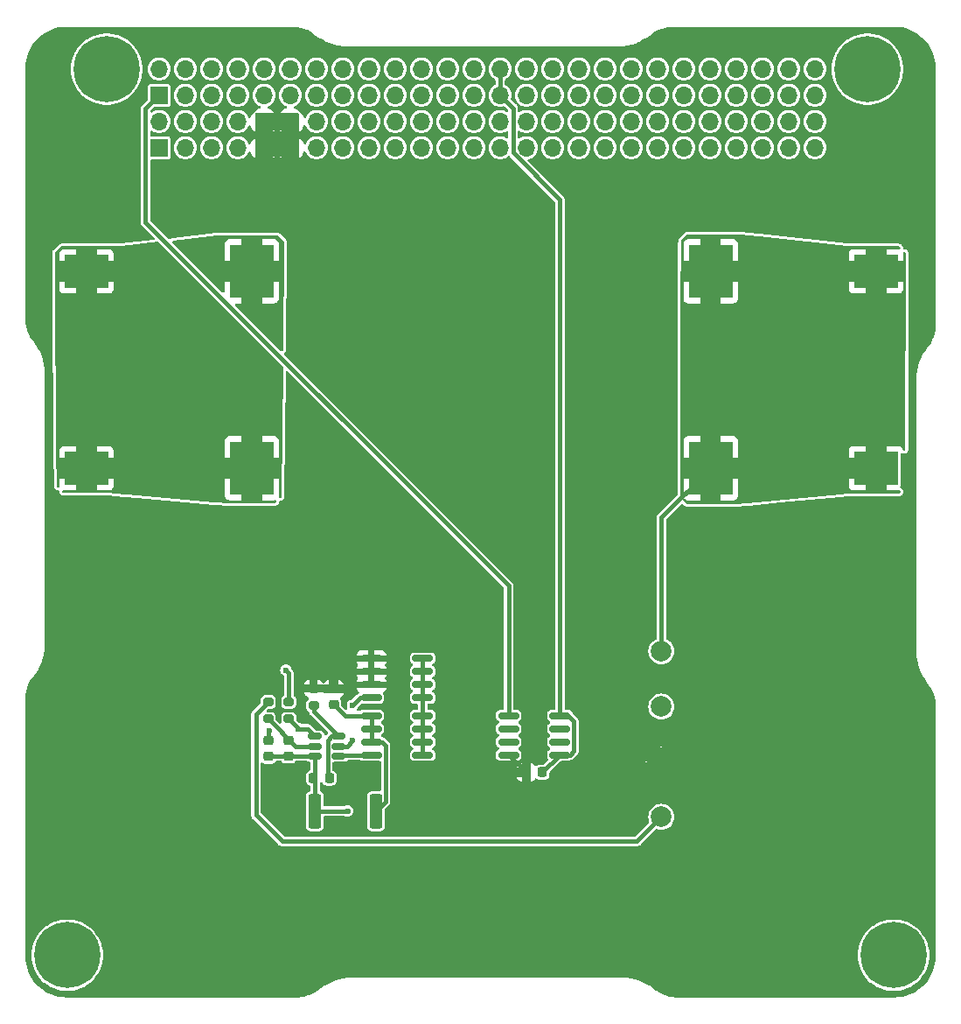
<source format=gtl>
G04 #@! TF.GenerationSoftware,KiCad,Pcbnew,8.0.3*
G04 #@! TF.CreationDate,2025-02-01T16:40:27-06:00*
G04 #@! TF.ProjectId,Batt_Boardv1,42617474-5f42-46f6-9172-6476312e6b69,rev?*
G04 #@! TF.SameCoordinates,Original*
G04 #@! TF.FileFunction,Copper,L1,Top*
G04 #@! TF.FilePolarity,Positive*
%FSLAX46Y46*%
G04 Gerber Fmt 4.6, Leading zero omitted, Abs format (unit mm)*
G04 Created by KiCad (PCBNEW 8.0.3) date 2025-02-01 16:40:27*
%MOMM*%
%LPD*%
G01*
G04 APERTURE LIST*
G04 Aperture macros list*
%AMRoundRect*
0 Rectangle with rounded corners*
0 $1 Rounding radius*
0 $2 $3 $4 $5 $6 $7 $8 $9 X,Y pos of 4 corners*
0 Add a 4 corners polygon primitive as box body*
4,1,4,$2,$3,$4,$5,$6,$7,$8,$9,$2,$3,0*
0 Add four circle primitives for the rounded corners*
1,1,$1+$1,$2,$3*
1,1,$1+$1,$4,$5*
1,1,$1+$1,$6,$7*
1,1,$1+$1,$8,$9*
0 Add four rect primitives between the rounded corners*
20,1,$1+$1,$2,$3,$4,$5,0*
20,1,$1+$1,$4,$5,$6,$7,0*
20,1,$1+$1,$6,$7,$8,$9,0*
20,1,$1+$1,$8,$9,$2,$3,0*%
G04 Aperture macros list end*
G04 #@! TA.AperFunction,SMDPad,CuDef*
%ADD10RoundRect,0.150000X0.512500X0.150000X-0.512500X0.150000X-0.512500X-0.150000X0.512500X-0.150000X0*%
G04 #@! TD*
G04 #@! TA.AperFunction,ComponentPad*
%ADD11C,3.600000*%
G04 #@! TD*
G04 #@! TA.AperFunction,ConnectorPad*
%ADD12C,6.400000*%
G04 #@! TD*
G04 #@! TA.AperFunction,SMDPad,CuDef*
%ADD13RoundRect,0.200000X-0.275000X0.200000X-0.275000X-0.200000X0.275000X-0.200000X0.275000X0.200000X0*%
G04 #@! TD*
G04 #@! TA.AperFunction,SMDPad,CuDef*
%ADD14RoundRect,0.250000X-0.362500X-1.425000X0.362500X-1.425000X0.362500X1.425000X-0.362500X1.425000X0*%
G04 #@! TD*
G04 #@! TA.AperFunction,SMDPad,CuDef*
%ADD15RoundRect,0.150000X-0.825000X-0.150000X0.825000X-0.150000X0.825000X0.150000X-0.825000X0.150000X0*%
G04 #@! TD*
G04 #@! TA.AperFunction,ComponentPad*
%ADD16C,2.000000*%
G04 #@! TD*
G04 #@! TA.AperFunction,SMDPad,CuDef*
%ADD17RoundRect,0.225000X0.250000X-0.225000X0.250000X0.225000X-0.250000X0.225000X-0.250000X-0.225000X0*%
G04 #@! TD*
G04 #@! TA.AperFunction,SMDPad,CuDef*
%ADD18R,4.240000X3.300000*%
G04 #@! TD*
G04 #@! TA.AperFunction,SMDPad,CuDef*
%ADD19R,4.240000X5.200000*%
G04 #@! TD*
G04 #@! TA.AperFunction,SMDPad,CuDef*
%ADD20RoundRect,0.225000X-0.225000X-0.250000X0.225000X-0.250000X0.225000X0.250000X-0.225000X0.250000X0*%
G04 #@! TD*
G04 #@! TA.AperFunction,ComponentPad*
%ADD21R,1.700000X1.700000*%
G04 #@! TD*
G04 #@! TA.AperFunction,ComponentPad*
%ADD22O,1.700000X1.700000*%
G04 #@! TD*
G04 #@! TA.AperFunction,SMDPad,CuDef*
%ADD23RoundRect,0.200000X0.275000X-0.200000X0.275000X0.200000X-0.275000X0.200000X-0.275000X-0.200000X0*%
G04 #@! TD*
G04 #@! TA.AperFunction,ViaPad*
%ADD24C,1.000000*%
G04 #@! TD*
G04 #@! TA.AperFunction,ViaPad*
%ADD25C,0.600000*%
G04 #@! TD*
G04 #@! TA.AperFunction,Conductor*
%ADD26C,0.400000*%
G04 #@! TD*
G04 APERTURE END LIST*
D10*
X130996000Y-121193600D03*
X130996000Y-120243600D03*
X130996000Y-119293600D03*
X128721000Y-119293600D03*
X128721000Y-120243600D03*
X128721000Y-121193600D03*
D11*
X108527800Y-54731000D03*
D12*
X108527800Y-54731000D03*
D13*
X124177600Y-115951200D03*
X124177600Y-117601200D03*
D14*
X128682700Y-126517400D03*
X134607700Y-126517400D03*
D15*
X134174000Y-117297200D03*
X134174000Y-118567200D03*
X134174000Y-119837200D03*
X134174000Y-121107200D03*
X139124000Y-121107200D03*
X139124000Y-119837200D03*
X139124000Y-118567200D03*
X139124000Y-117297200D03*
D11*
X184727800Y-140461000D03*
D12*
X184727800Y-140461000D03*
D16*
X162229800Y-121733732D03*
D17*
X126133400Y-121208800D03*
X126133400Y-119658800D03*
D18*
X106566357Y-74292424D03*
D19*
X122576357Y-74292424D03*
X167008669Y-74295000D03*
D18*
X183018669Y-74295000D03*
D17*
X130527600Y-116243400D03*
X130527600Y-114693400D03*
D20*
X128533400Y-123317000D03*
X130083400Y-123317000D03*
D11*
X104717800Y-140461000D03*
D12*
X104717800Y-140461000D03*
D16*
X162229800Y-111048800D03*
D18*
X106566357Y-93345000D03*
D19*
X122576357Y-93345000D03*
X167008669Y-93347576D03*
D18*
X183018669Y-93347576D03*
D21*
X113607800Y-62346000D03*
D22*
X113607800Y-59806000D03*
X116147800Y-62346000D03*
X116147800Y-59806000D03*
X118687800Y-62346000D03*
X118687800Y-59806000D03*
X121227800Y-62346000D03*
X121227800Y-59806000D03*
X123767800Y-62346000D03*
X123767800Y-59806000D03*
X126307800Y-62346000D03*
X126307800Y-59806000D03*
X128847800Y-62346000D03*
X128847800Y-59806000D03*
X131387800Y-62346000D03*
X131387800Y-59806000D03*
X133927800Y-62346000D03*
X133927800Y-59806000D03*
X136467800Y-62346000D03*
X136467800Y-59806000D03*
X139007800Y-62346000D03*
X139007800Y-59806000D03*
X141547800Y-62346000D03*
X141547800Y-59806000D03*
X144087800Y-62346000D03*
X144087800Y-59806000D03*
X146627800Y-62346000D03*
X146627800Y-59806000D03*
X149167800Y-62346000D03*
X149167800Y-59806000D03*
X151707800Y-62346000D03*
X151707800Y-59806000D03*
X154247800Y-62346000D03*
X154247800Y-59806000D03*
X156787800Y-62346000D03*
X156787800Y-59806000D03*
X159327800Y-62346000D03*
X159327800Y-59806000D03*
X161867800Y-62346000D03*
X161867800Y-59806000D03*
X164407800Y-62346000D03*
X164407800Y-59806000D03*
X166947800Y-62346000D03*
X166947800Y-59806000D03*
X169487800Y-62346000D03*
X169487800Y-59806000D03*
X172027800Y-62346000D03*
X172027800Y-59806000D03*
X174567800Y-62346000D03*
X174567800Y-59806000D03*
X177107800Y-62346000D03*
X177107800Y-59806000D03*
D13*
X126158800Y-115938800D03*
X126158800Y-117588800D03*
D16*
X162229800Y-127076200D03*
D15*
X134174000Y-111734600D03*
X134174000Y-113004600D03*
X134174000Y-114274600D03*
X134174000Y-115544600D03*
X139124000Y-115544600D03*
X139124000Y-114274600D03*
X139124000Y-113004600D03*
X139124000Y-111734600D03*
D23*
X128571800Y-116293400D03*
X128571800Y-114643400D03*
D20*
X149161200Y-122758200D03*
X150711200Y-122758200D03*
D21*
X113607800Y-57266000D03*
D22*
X113607800Y-54726000D03*
X116147800Y-57266000D03*
X116147800Y-54726000D03*
X118687800Y-57266000D03*
X118687800Y-54726000D03*
X121227800Y-57266000D03*
X121227800Y-54726000D03*
X123767800Y-57266000D03*
X123767800Y-54726000D03*
X126307800Y-57266000D03*
X126307800Y-54726000D03*
X128847800Y-57266000D03*
X128847800Y-54726000D03*
X131387800Y-57266000D03*
X131387800Y-54726000D03*
X133927800Y-57266000D03*
X133927800Y-54726000D03*
X136467800Y-57266000D03*
X136467800Y-54726000D03*
X139007800Y-57266000D03*
X139007800Y-54726000D03*
X141547800Y-57266000D03*
X141547800Y-54726000D03*
X144087800Y-57266000D03*
X144087800Y-54726000D03*
X146627800Y-57266000D03*
X146627800Y-54726000D03*
X149167800Y-57266000D03*
X149167800Y-54726000D03*
X151707800Y-57266000D03*
X151707800Y-54726000D03*
X154247800Y-57266000D03*
X154247800Y-54726000D03*
X156787800Y-57266000D03*
X156787800Y-54726000D03*
X159327800Y-57266000D03*
X159327800Y-54726000D03*
X161867800Y-57266000D03*
X161867800Y-54726000D03*
X164407800Y-57266000D03*
X164407800Y-54726000D03*
X166947800Y-57266000D03*
X166947800Y-54726000D03*
X169487800Y-57266000D03*
X169487800Y-54726000D03*
X172027800Y-57266000D03*
X172027800Y-54726000D03*
X174567800Y-57266000D03*
X174567800Y-54726000D03*
X177107800Y-57266000D03*
X177107800Y-54726000D03*
D16*
X162229800Y-116391266D03*
D17*
X124203000Y-121234200D03*
X124203000Y-119684200D03*
D11*
X182187800Y-54731000D03*
D12*
X182187800Y-54731000D03*
D15*
X147461200Y-117271800D03*
X147461200Y-118541800D03*
X147461200Y-119811800D03*
X147461200Y-121081800D03*
X152411200Y-121081800D03*
X152411200Y-119811800D03*
X152411200Y-118541800D03*
X152411200Y-117271800D03*
D24*
X178562000Y-75057000D03*
X173799500Y-73448334D03*
X178562000Y-73448334D03*
X176180750Y-75057000D03*
X176180750Y-73448334D03*
X171418250Y-75057000D03*
X173799500Y-75057000D03*
D25*
X131876800Y-126517400D03*
D24*
X171418250Y-73448334D03*
D25*
X132334000Y-116306600D03*
X132359400Y-119684800D03*
D24*
X112109250Y-84582000D03*
X109728000Y-86190668D03*
X116871750Y-84582000D03*
D25*
X125882400Y-112877600D03*
D24*
X109728000Y-84582000D03*
X109728000Y-81364668D03*
X119253000Y-82973334D03*
X112109250Y-82973334D03*
X114490500Y-86190668D03*
X112109250Y-81364668D03*
X114490500Y-84582000D03*
X119253000Y-81364668D03*
X116871750Y-86190668D03*
X119253000Y-84582000D03*
X114490500Y-81364668D03*
X116871750Y-81364668D03*
X112109250Y-86190668D03*
X109728000Y-82973334D03*
X116871750Y-82973334D03*
X114490500Y-82973334D03*
X119253000Y-86190668D03*
D25*
X127101600Y-118541800D03*
X124319525Y-118733075D03*
D26*
X134607700Y-126517400D02*
X135549000Y-125576100D01*
X135549000Y-125576100D02*
X135549000Y-120156600D01*
X131648200Y-117297200D02*
X134174000Y-117297200D01*
X135229600Y-119837200D02*
X134174000Y-119837200D01*
X131606800Y-117322600D02*
X131622800Y-117322600D01*
X134174000Y-117297200D02*
X134174000Y-119837200D01*
X135549000Y-120156600D02*
X135229600Y-119837200D01*
X131622800Y-117322600D02*
X131648200Y-117297200D01*
X130527600Y-116243400D02*
X131606800Y-117322600D01*
X122986800Y-126898400D02*
X125526800Y-129438400D01*
X125526800Y-129438400D02*
X159867600Y-129438400D01*
X159867600Y-129438400D02*
X162229800Y-127076200D01*
X124177600Y-115951200D02*
X122986800Y-117142000D01*
X122986800Y-117142000D02*
X122986800Y-126898400D01*
X128721000Y-120243600D02*
X126820000Y-120243600D01*
X126820000Y-120243600D02*
X124177600Y-117601200D01*
X162229800Y-98126445D02*
X167008669Y-93347576D01*
X128721000Y-121193600D02*
X124243600Y-121193600D01*
X162229800Y-111048800D02*
X162229800Y-98126445D01*
X124243600Y-121193600D02*
X124203000Y-121234200D01*
X131876800Y-126517400D02*
X128682700Y-126517400D01*
X128721000Y-121193600D02*
X128721000Y-126479100D01*
X128721000Y-126479100D02*
X128682700Y-126517400D01*
X139124000Y-111734600D02*
X139124000Y-121107200D01*
X131082400Y-121107200D02*
X130996000Y-121193600D01*
X134174000Y-121107200D02*
X131082400Y-121107200D01*
X132359400Y-119684800D02*
X131800600Y-120243600D01*
X131800600Y-120243600D02*
X130996000Y-120243600D01*
X133096000Y-115544600D02*
X132334000Y-116306600D01*
X134174000Y-115544600D02*
X133096000Y-115544600D01*
X147484800Y-121081800D02*
X149161200Y-122758200D01*
X126158800Y-115938800D02*
X126158800Y-113154000D01*
X126158800Y-113154000D02*
X125882400Y-112877600D01*
X130996000Y-119293600D02*
X130333501Y-119293600D01*
X128571800Y-116869400D02*
X128571800Y-116293400D01*
X129933500Y-119693601D02*
X129933500Y-123167100D01*
X130333501Y-119293600D02*
X129933500Y-119693601D01*
X130996000Y-119293600D02*
X128571800Y-116869400D01*
X129933500Y-123167100D02*
X130083400Y-123317000D01*
X124203000Y-118849600D02*
X124319525Y-118733075D01*
X127101600Y-118541800D02*
X127101600Y-118531600D01*
X127101600Y-118541800D02*
X127969200Y-118541800D01*
X127969200Y-118541800D02*
X128721000Y-119293600D01*
X124203000Y-119684200D02*
X124203000Y-118849600D01*
X127101600Y-118531600D02*
X126158800Y-117588800D01*
X152411200Y-67357167D02*
X152411200Y-117271800D01*
X153386199Y-121081800D02*
X153786200Y-120681799D01*
X147878800Y-62824767D02*
X152411200Y-67357167D01*
X153786200Y-117819800D02*
X153238200Y-117271800D01*
X146627800Y-57266000D02*
X147878800Y-58517000D01*
X146627800Y-57266000D02*
X146627800Y-54726000D01*
X150734800Y-122758200D02*
X152411200Y-121081800D01*
X153786200Y-120681799D02*
X153786200Y-117819800D01*
X152411200Y-121081800D02*
X153386199Y-121081800D01*
X147878800Y-58517000D02*
X147878800Y-62824767D01*
X112293400Y-69529467D02*
X147461200Y-104697267D01*
X112293400Y-58580400D02*
X112293400Y-69529467D01*
X147461200Y-104697267D02*
X147461200Y-117271800D01*
X113607800Y-57266000D02*
X112293400Y-58580400D01*
X147461200Y-119913400D02*
X147484800Y-119913400D01*
G04 #@! TA.AperFunction,Conductor*
G36*
X163555773Y-50636604D02*
G01*
X163558834Y-50636906D01*
X163558851Y-50636910D01*
X163631769Y-50636942D01*
X163637360Y-50637073D01*
X163678557Y-50638972D01*
X163704362Y-50640163D01*
X163704366Y-50640162D01*
X163704373Y-50640163D01*
X163718568Y-50638180D01*
X163735759Y-50636988D01*
X184708845Y-50646454D01*
X184709851Y-50646501D01*
X184715104Y-50646500D01*
X184715110Y-50646502D01*
X184804952Y-50646500D01*
X184810675Y-50646631D01*
X185171136Y-50663290D01*
X185182519Y-50664344D01*
X185537048Y-50713793D01*
X185548300Y-50715896D01*
X185896774Y-50797851D01*
X185907767Y-50800979D01*
X186247171Y-50914732D01*
X186257849Y-50918868D01*
X186585313Y-51063454D01*
X186595557Y-51068554D01*
X186908302Y-51242749D01*
X186918005Y-51248756D01*
X187213345Y-51451067D01*
X187222477Y-51457964D01*
X187289178Y-51513352D01*
X187483151Y-51674425D01*
X187497864Y-51686642D01*
X187506328Y-51694358D01*
X187759441Y-51947471D01*
X187767157Y-51955935D01*
X187995835Y-52231322D01*
X188002734Y-52240457D01*
X188205039Y-52535789D01*
X188211054Y-52545503D01*
X188223319Y-52567523D01*
X188385242Y-52858237D01*
X188390347Y-52868490D01*
X188534930Y-53195948D01*
X188539067Y-53206628D01*
X188652816Y-53546020D01*
X188655951Y-53557037D01*
X188737902Y-53905496D01*
X188740006Y-53916755D01*
X188789453Y-54271269D01*
X188790510Y-54282674D01*
X188807167Y-54643122D01*
X188807299Y-54648847D01*
X188807298Y-54743885D01*
X188807340Y-54744803D01*
X188817470Y-79148738D01*
X188816207Y-79166445D01*
X188814500Y-79178307D01*
X188814500Y-79178314D01*
X188817404Y-79247635D01*
X188817513Y-79252772D01*
X188817545Y-79329403D01*
X188818022Y-79339609D01*
X188816625Y-79607104D01*
X188816015Y-79618765D01*
X188783222Y-79947486D01*
X188781516Y-79959039D01*
X188717950Y-80283192D01*
X188715166Y-80294532D01*
X188621389Y-80611270D01*
X188617551Y-80622299D01*
X188494387Y-80928830D01*
X188489527Y-80939449D01*
X188338084Y-81233015D01*
X188332248Y-81243129D01*
X188153853Y-81521159D01*
X188147091Y-81530679D01*
X187954697Y-81776194D01*
X187948391Y-81783173D01*
X187948416Y-81783194D01*
X187944661Y-81787538D01*
X187939628Y-81794583D01*
X187932631Y-81803488D01*
X187879160Y-81865476D01*
X187838989Y-81934512D01*
X187832715Y-81944222D01*
X187771260Y-82030256D01*
X187771242Y-82030282D01*
X187558888Y-82382358D01*
X187558870Y-82382391D01*
X187374411Y-82749873D01*
X187374411Y-82749874D01*
X187218953Y-83130576D01*
X187093449Y-83522167D01*
X187093448Y-83522172D01*
X186998657Y-83922275D01*
X186998649Y-83922313D01*
X186935130Y-84328549D01*
X186935128Y-84328570D01*
X186903261Y-84738538D01*
X186903256Y-84938183D01*
X186903256Y-84938188D01*
X186901351Y-110779381D01*
X186901334Y-110779765D01*
X186901344Y-110877714D01*
X186901344Y-110877735D01*
X186901337Y-110981981D01*
X186901350Y-110982263D01*
X186901357Y-111083497D01*
X186909099Y-111183047D01*
X186933240Y-111493462D01*
X186933241Y-111493466D01*
X186933241Y-111493467D01*
X186996771Y-111899710D01*
X186996777Y-111899742D01*
X187084054Y-112268095D01*
X187090225Y-112294142D01*
X187091577Y-112299846D01*
X187217071Y-112691400D01*
X187270714Y-112822766D01*
X187372526Y-113072094D01*
X187556987Y-113439594D01*
X187769353Y-113791705D01*
X187858359Y-113916313D01*
X187864621Y-113926005D01*
X187880331Y-113953005D01*
X187884860Y-113960789D01*
X187911769Y-113991984D01*
X187918779Y-114000905D01*
X187942739Y-114034450D01*
X187942741Y-114034453D01*
X187958250Y-114049365D01*
X187969930Y-114062293D01*
X188154447Y-114297896D01*
X188161241Y-114307472D01*
X188340926Y-114588011D01*
X188346784Y-114598187D01*
X188499131Y-114894467D01*
X188504000Y-114905152D01*
X188627640Y-115214513D01*
X188631476Y-115225610D01*
X188725298Y-115545267D01*
X188728068Y-115556678D01*
X188791237Y-115883790D01*
X188792915Y-115895411D01*
X188824861Y-116227026D01*
X188825432Y-116238754D01*
X188825786Y-116508994D01*
X188825182Y-116521383D01*
X188824867Y-116524557D01*
X188824813Y-116597623D01*
X188824682Y-116603237D01*
X188821588Y-116670389D01*
X188823546Y-116684414D01*
X188824736Y-116701645D01*
X188807371Y-140436926D01*
X188807300Y-140438473D01*
X188807300Y-140533128D01*
X188807168Y-140538855D01*
X188790503Y-140899303D01*
X188789446Y-140910707D01*
X188739992Y-141265231D01*
X188737887Y-141276490D01*
X188655935Y-141624931D01*
X188652801Y-141635947D01*
X188539043Y-141975355D01*
X188534905Y-141986035D01*
X188390323Y-142313482D01*
X188385218Y-142323735D01*
X188211034Y-142636452D01*
X188205005Y-142646190D01*
X188002706Y-142941512D01*
X187995803Y-142950652D01*
X187767128Y-143226035D01*
X187759412Y-143234499D01*
X187506299Y-143487612D01*
X187497835Y-143495328D01*
X187222452Y-143724003D01*
X187213312Y-143730906D01*
X186917990Y-143933205D01*
X186908252Y-143939234D01*
X186595535Y-144113418D01*
X186585282Y-144118523D01*
X186257835Y-144263105D01*
X186247155Y-144267243D01*
X185907747Y-144381001D01*
X185896731Y-144384135D01*
X185548290Y-144466087D01*
X185537031Y-144468192D01*
X185182507Y-144517646D01*
X185171103Y-144518703D01*
X184810646Y-144535368D01*
X184804919Y-144535500D01*
X184710429Y-144535500D01*
X184708645Y-144535582D01*
X164148369Y-144552927D01*
X164131128Y-144551737D01*
X164117143Y-144549785D01*
X164049972Y-144552883D01*
X164044367Y-144553015D01*
X163971249Y-144553077D01*
X163968376Y-144553363D01*
X163955972Y-144553969D01*
X163685510Y-144553626D01*
X163673781Y-144553055D01*
X163342171Y-144521121D01*
X163330548Y-144519443D01*
X163326679Y-144518696D01*
X163298294Y-144513215D01*
X163003459Y-144456286D01*
X162992048Y-144453517D01*
X162672378Y-144359698D01*
X162661280Y-144355861D01*
X162351929Y-144232227D01*
X162341243Y-144227357D01*
X162044981Y-144075018D01*
X162034805Y-144069161D01*
X161918264Y-143994515D01*
X161754267Y-143889473D01*
X161744697Y-143882684D01*
X161731377Y-143872252D01*
X161550905Y-143730906D01*
X161509211Y-143698251D01*
X161496281Y-143686569D01*
X161481280Y-143670966D01*
X161481279Y-143670965D01*
X161447729Y-143646998D01*
X161438816Y-143639995D01*
X161407605Y-143613072D01*
X161407602Y-143613070D01*
X161407599Y-143613068D01*
X161372893Y-143592874D01*
X161363179Y-143586597D01*
X161238553Y-143497571D01*
X161238551Y-143497569D01*
X161238543Y-143497564D01*
X160886427Y-143285180D01*
X160886420Y-143285176D01*
X160886416Y-143285174D01*
X160518922Y-143100706D01*
X160518898Y-143100695D01*
X160138227Y-142945247D01*
X160138223Y-142945246D01*
X159746646Y-142819744D01*
X159746640Y-142819742D01*
X159346517Y-142724945D01*
X159346519Y-142724945D01*
X159346509Y-142724943D01*
X159346499Y-142724941D01*
X159346487Y-142724939D01*
X158940250Y-142661419D01*
X158940231Y-142661417D01*
X158530254Y-142629549D01*
X158530262Y-142629549D01*
X158428802Y-142629546D01*
X158428599Y-142629537D01*
X158423080Y-142629537D01*
X158423078Y-142629537D01*
X158327129Y-142629544D01*
X158324660Y-142629544D01*
X158231950Y-142629540D01*
X158231948Y-142629540D01*
X158226464Y-142629540D01*
X158226212Y-142629551D01*
X132488244Y-142631447D01*
X132488146Y-142631444D01*
X132396672Y-142631454D01*
X132396649Y-142631455D01*
X132396644Y-142631455D01*
X132286732Y-142631462D01*
X132286422Y-142631477D01*
X132185282Y-142631486D01*
X131775326Y-142663375D01*
X131775316Y-142663376D01*
X131427523Y-142717769D01*
X131369077Y-142726910D01*
X131369071Y-142726911D01*
X131369057Y-142726914D01*
X130968979Y-142821708D01*
X130968947Y-142821717D01*
X130577410Y-142947205D01*
X130577386Y-142947214D01*
X130196728Y-143102647D01*
X129829245Y-143287092D01*
X129829219Y-143287106D01*
X129477124Y-143499448D01*
X129477117Y-143499453D01*
X129391258Y-143560777D01*
X129381550Y-143567049D01*
X129312298Y-143607343D01*
X129312295Y-143607345D01*
X129250329Y-143660796D01*
X129241410Y-143667804D01*
X129234378Y-143672826D01*
X129230048Y-143676568D01*
X129230021Y-143676536D01*
X129223155Y-143682739D01*
X128977475Y-143875256D01*
X128967954Y-143882018D01*
X128689924Y-144060405D01*
X128679811Y-144066241D01*
X128386235Y-144217686D01*
X128375616Y-144222545D01*
X128069089Y-144345705D01*
X128058062Y-144349543D01*
X127741315Y-144443325D01*
X127729974Y-144446109D01*
X127405809Y-144509679D01*
X127394258Y-144511384D01*
X127065553Y-144544180D01*
X127053892Y-144544791D01*
X126786143Y-144546195D01*
X126776612Y-144545750D01*
X126699583Y-144545714D01*
X126694455Y-144545605D01*
X126625088Y-144542701D01*
X126625074Y-144542701D01*
X126613257Y-144544402D01*
X126595541Y-144545666D01*
X104736620Y-144535544D01*
X104735693Y-144535501D01*
X104640701Y-144535500D01*
X104634975Y-144535368D01*
X104274518Y-144518696D01*
X104263114Y-144517639D01*
X103908591Y-144468179D01*
X103897333Y-144466074D01*
X103548880Y-144384114D01*
X103537863Y-144380979D01*
X103198478Y-144267224D01*
X103187799Y-144263087D01*
X102860343Y-144118497D01*
X102850090Y-144113392D01*
X102537361Y-143939200D01*
X102527624Y-143933170D01*
X102232322Y-143730882D01*
X102223182Y-143723980D01*
X102161583Y-143672829D01*
X101947793Y-143495299D01*
X101939329Y-143487583D01*
X101686216Y-143234470D01*
X101678500Y-143226006D01*
X101572002Y-143097756D01*
X101449815Y-142950612D01*
X101442917Y-142941477D01*
X101359527Y-142819744D01*
X101240629Y-142646175D01*
X101234599Y-142636438D01*
X101189039Y-142554644D01*
X101060404Y-142323704D01*
X101055302Y-142313456D01*
X100990207Y-142166035D01*
X100910712Y-141986000D01*
X100906575Y-141975321D01*
X100885900Y-141913637D01*
X100792815Y-141635921D01*
X100789685Y-141624919D01*
X100707725Y-141276466D01*
X100705620Y-141265208D01*
X100656160Y-140910685D01*
X100655103Y-140899281D01*
X100649205Y-140771760D01*
X100638430Y-140538792D01*
X100638300Y-140533128D01*
X100638298Y-140460997D01*
X101258226Y-140460997D01*
X101258226Y-140461002D01*
X101278506Y-140835043D01*
X101278507Y-140835060D01*
X101339106Y-141204693D01*
X101339111Y-141204714D01*
X101439321Y-141565641D01*
X101439322Y-141565643D01*
X101577971Y-141913627D01*
X101577973Y-141913630D01*
X101577976Y-141913637D01*
X101753439Y-142244597D01*
X101753441Y-142244600D01*
X101753447Y-142244611D01*
X101963656Y-142554644D01*
X102188835Y-142819744D01*
X102206165Y-142840147D01*
X102478119Y-143097756D01*
X102478126Y-143097761D01*
X102478128Y-143097763D01*
X102506264Y-143119151D01*
X102776332Y-143324451D01*
X103097306Y-143517575D01*
X103097310Y-143517576D01*
X103097314Y-143517579D01*
X103428859Y-143670968D01*
X103437280Y-143674864D01*
X103792266Y-143794473D01*
X104158103Y-143874999D01*
X104530502Y-143915500D01*
X104530508Y-143915500D01*
X104905092Y-143915500D01*
X104905098Y-143915500D01*
X105277497Y-143874999D01*
X105643334Y-143794473D01*
X105998320Y-143674864D01*
X106338294Y-143517575D01*
X106659268Y-143324451D01*
X106957481Y-143097756D01*
X107229435Y-142840147D01*
X107471943Y-142554645D01*
X107631897Y-142318731D01*
X107682152Y-142244611D01*
X107682153Y-142244607D01*
X107682161Y-142244597D01*
X107857624Y-141913637D01*
X107996276Y-141565647D01*
X108096491Y-141204706D01*
X108145621Y-140905027D01*
X108157092Y-140835060D01*
X108157092Y-140835057D01*
X108157094Y-140835046D01*
X108177374Y-140461000D01*
X108177374Y-140460997D01*
X181268226Y-140460997D01*
X181268226Y-140461002D01*
X181288506Y-140835043D01*
X181288507Y-140835060D01*
X181349106Y-141204693D01*
X181349111Y-141204714D01*
X181449321Y-141565641D01*
X181449322Y-141565643D01*
X181587971Y-141913627D01*
X181587973Y-141913630D01*
X181587976Y-141913637D01*
X181763439Y-142244597D01*
X181763441Y-142244600D01*
X181763447Y-142244611D01*
X181973656Y-142554644D01*
X182198835Y-142819744D01*
X182216165Y-142840147D01*
X182488119Y-143097756D01*
X182488126Y-143097761D01*
X182488128Y-143097763D01*
X182516264Y-143119151D01*
X182786332Y-143324451D01*
X183107306Y-143517575D01*
X183107310Y-143517576D01*
X183107314Y-143517579D01*
X183438859Y-143670968D01*
X183447280Y-143674864D01*
X183802266Y-143794473D01*
X184168103Y-143874999D01*
X184540502Y-143915500D01*
X184540508Y-143915500D01*
X184915092Y-143915500D01*
X184915098Y-143915500D01*
X185287497Y-143874999D01*
X185653334Y-143794473D01*
X186008320Y-143674864D01*
X186348294Y-143517575D01*
X186669268Y-143324451D01*
X186967481Y-143097756D01*
X187239435Y-142840147D01*
X187481943Y-142554645D01*
X187641897Y-142318731D01*
X187692152Y-142244611D01*
X187692153Y-142244607D01*
X187692161Y-142244597D01*
X187867624Y-141913637D01*
X188006276Y-141565647D01*
X188106491Y-141204706D01*
X188155621Y-140905027D01*
X188167092Y-140835060D01*
X188167092Y-140835057D01*
X188167094Y-140835046D01*
X188187374Y-140461000D01*
X188167094Y-140086954D01*
X188106491Y-139717294D01*
X188061362Y-139554755D01*
X188006278Y-139356358D01*
X188006277Y-139356356D01*
X187867628Y-139008372D01*
X187867626Y-139008369D01*
X187867624Y-139008363D01*
X187692161Y-138677403D01*
X187692156Y-138677395D01*
X187692152Y-138677388D01*
X187481943Y-138367355D01*
X187239435Y-138081853D01*
X186967481Y-137824244D01*
X186967474Y-137824238D01*
X186967471Y-137824236D01*
X186896733Y-137770463D01*
X186669268Y-137597549D01*
X186456029Y-137469247D01*
X186348298Y-137404427D01*
X186348285Y-137404420D01*
X186008330Y-137247140D01*
X186008325Y-137247138D01*
X186008320Y-137247136D01*
X185835285Y-137188833D01*
X185653333Y-137127526D01*
X185287496Y-137047000D01*
X184915099Y-137006500D01*
X184915098Y-137006500D01*
X184540502Y-137006500D01*
X184540500Y-137006500D01*
X184168103Y-137047000D01*
X183802266Y-137127526D01*
X183527852Y-137219987D01*
X183447280Y-137247136D01*
X183447277Y-137247137D01*
X183447269Y-137247140D01*
X183107314Y-137404420D01*
X183107301Y-137404427D01*
X182840199Y-137565137D01*
X182786332Y-137597549D01*
X182693900Y-137667813D01*
X182488128Y-137824236D01*
X182488119Y-137824244D01*
X182216164Y-138081853D01*
X181973656Y-138367355D01*
X181763447Y-138677388D01*
X181587973Y-139008369D01*
X181587971Y-139008372D01*
X181449322Y-139356356D01*
X181449321Y-139356358D01*
X181349111Y-139717285D01*
X181349106Y-139717306D01*
X181288507Y-140086939D01*
X181288506Y-140086956D01*
X181268226Y-140460997D01*
X108177374Y-140460997D01*
X108157094Y-140086954D01*
X108096491Y-139717294D01*
X108051362Y-139554755D01*
X107996278Y-139356358D01*
X107996277Y-139356356D01*
X107857628Y-139008372D01*
X107857626Y-139008369D01*
X107857624Y-139008363D01*
X107682161Y-138677403D01*
X107682156Y-138677395D01*
X107682152Y-138677388D01*
X107471943Y-138367355D01*
X107229435Y-138081853D01*
X106957481Y-137824244D01*
X106957474Y-137824238D01*
X106957471Y-137824236D01*
X106886733Y-137770463D01*
X106659268Y-137597549D01*
X106446029Y-137469247D01*
X106338298Y-137404427D01*
X106338285Y-137404420D01*
X105998330Y-137247140D01*
X105998325Y-137247138D01*
X105998320Y-137247136D01*
X105825285Y-137188833D01*
X105643333Y-137127526D01*
X105277496Y-137047000D01*
X104905099Y-137006500D01*
X104905098Y-137006500D01*
X104530502Y-137006500D01*
X104530500Y-137006500D01*
X104158103Y-137047000D01*
X103792266Y-137127526D01*
X103517852Y-137219987D01*
X103437280Y-137247136D01*
X103437277Y-137247137D01*
X103437269Y-137247140D01*
X103097314Y-137404420D01*
X103097301Y-137404427D01*
X102830199Y-137565137D01*
X102776332Y-137597549D01*
X102683900Y-137667813D01*
X102478128Y-137824236D01*
X102478119Y-137824244D01*
X102206164Y-138081853D01*
X101963656Y-138367355D01*
X101753447Y-138677388D01*
X101577973Y-139008369D01*
X101577971Y-139008372D01*
X101439322Y-139356356D01*
X101439321Y-139356358D01*
X101339111Y-139717285D01*
X101339106Y-139717306D01*
X101278507Y-140086939D01*
X101278506Y-140086956D01*
X101258226Y-140460997D01*
X100638298Y-140460997D01*
X100638298Y-140443270D01*
X100638298Y-140438276D01*
X100638228Y-140436820D01*
X100621585Y-117082165D01*
X122532299Y-117082165D01*
X122532299Y-117211825D01*
X122532300Y-117211838D01*
X122532300Y-126830951D01*
X122532299Y-126830969D01*
X122532299Y-126958238D01*
X122543995Y-127001885D01*
X122543995Y-127001887D01*
X122543996Y-127001887D01*
X122563273Y-127073832D01*
X122563274Y-127073833D01*
X122583218Y-127108377D01*
X122623109Y-127177470D01*
X122623111Y-127177472D01*
X122714795Y-127269156D01*
X122714801Y-127269161D01*
X125158768Y-129713128D01*
X125158778Y-129713139D01*
X125163108Y-129717469D01*
X125163109Y-129717470D01*
X125247730Y-129802091D01*
X125351369Y-129861927D01*
X125466964Y-129892900D01*
X159800152Y-129892900D01*
X159800168Y-129892901D01*
X159807764Y-129892901D01*
X159927435Y-129892901D01*
X159927436Y-129892901D01*
X160018598Y-129868473D01*
X160018601Y-129868473D01*
X160032705Y-129864693D01*
X160043031Y-129861927D01*
X160146670Y-129802091D01*
X160231291Y-129717470D01*
X160231291Y-129717468D01*
X160241495Y-129707265D01*
X160241499Y-129707260D01*
X161662764Y-128285994D01*
X161724085Y-128252511D01*
X161793777Y-128257495D01*
X161795872Y-128258373D01*
X161799086Y-128259543D01*
X161799091Y-128259544D01*
X161799097Y-128259547D01*
X162011126Y-128316361D01*
X162167321Y-128330026D01*
X162229798Y-128335492D01*
X162229800Y-128335492D01*
X162229802Y-128335492D01*
X162284468Y-128330709D01*
X162448474Y-128316361D01*
X162660503Y-128259547D01*
X162859446Y-128166779D01*
X163039257Y-128040874D01*
X163194474Y-127885657D01*
X163320379Y-127705846D01*
X163413147Y-127506903D01*
X163469961Y-127294874D01*
X163489092Y-127076200D01*
X163484950Y-127028861D01*
X163469961Y-126857531D01*
X163469961Y-126857526D01*
X163413147Y-126645497D01*
X163320379Y-126446554D01*
X163320377Y-126446551D01*
X163320376Y-126446549D01*
X163194477Y-126266747D01*
X163194472Y-126266741D01*
X163039258Y-126111527D01*
X163039252Y-126111522D01*
X162859450Y-125985623D01*
X162859442Y-125985619D01*
X162660508Y-125892855D01*
X162660506Y-125892854D01*
X162660503Y-125892853D01*
X162509685Y-125852440D01*
X162448475Y-125836039D01*
X162448468Y-125836038D01*
X162229802Y-125816908D01*
X162229798Y-125816908D01*
X162011131Y-125836038D01*
X162011124Y-125836039D01*
X161888702Y-125868842D01*
X161799097Y-125892853D01*
X161799095Y-125892853D01*
X161799091Y-125892855D01*
X161600157Y-125985619D01*
X161600149Y-125985623D01*
X161420347Y-126111522D01*
X161420341Y-126111527D01*
X161265127Y-126266741D01*
X161265122Y-126266747D01*
X161139223Y-126446549D01*
X161139219Y-126446557D01*
X161046455Y-126645491D01*
X161046453Y-126645495D01*
X161046453Y-126645497D01*
X161041990Y-126662154D01*
X160989639Y-126857524D01*
X160989638Y-126857531D01*
X160970508Y-127076197D01*
X160970508Y-127076202D01*
X160989638Y-127294868D01*
X160989639Y-127294875D01*
X161046454Y-127506906D01*
X161048305Y-127511990D01*
X161046174Y-127512765D01*
X161055188Y-127572279D01*
X161026642Y-127636051D01*
X161020002Y-127643236D01*
X159715659Y-128947581D01*
X159654336Y-128981066D01*
X159627978Y-128983900D01*
X125766422Y-128983900D01*
X125699383Y-128964215D01*
X125678741Y-128947581D01*
X123477619Y-126746459D01*
X123444134Y-126685136D01*
X123441300Y-126658778D01*
X123441300Y-121922835D01*
X123460985Y-121855796D01*
X123513789Y-121810041D01*
X123582947Y-121800097D01*
X123639608Y-121823567D01*
X123704440Y-121872100D01*
X123720836Y-121884374D01*
X123720839Y-121884376D01*
X123850022Y-121932558D01*
X123850021Y-121932558D01*
X123850027Y-121932560D01*
X123907136Y-121938700D01*
X123907146Y-121938700D01*
X124498854Y-121938700D01*
X124498864Y-121938700D01*
X124555973Y-121932560D01*
X124685163Y-121884375D01*
X124795544Y-121801744D01*
X124873365Y-121697788D01*
X124929298Y-121655918D01*
X124972631Y-121648100D01*
X125382783Y-121648100D01*
X125449822Y-121667785D01*
X125482049Y-121697789D01*
X125525207Y-121755440D01*
X125540856Y-121776344D01*
X125634776Y-121846652D01*
X125651237Y-121858975D01*
X125651239Y-121858976D01*
X125780422Y-121907158D01*
X125780421Y-121907158D01*
X125780427Y-121907160D01*
X125837536Y-121913300D01*
X125837546Y-121913300D01*
X126429254Y-121913300D01*
X126429264Y-121913300D01*
X126486373Y-121907160D01*
X126615563Y-121858975D01*
X126725944Y-121776344D01*
X126760388Y-121730331D01*
X126784751Y-121697789D01*
X126840685Y-121655918D01*
X126884017Y-121648100D01*
X127890564Y-121648100D01*
X127957603Y-121667785D01*
X127963447Y-121671780D01*
X127967775Y-121674924D01*
X127967777Y-121674926D01*
X128081945Y-121733098D01*
X128161899Y-121745761D01*
X128225032Y-121775689D01*
X128261963Y-121835000D01*
X128266500Y-121868234D01*
X128266500Y-122484765D01*
X128246815Y-122551804D01*
X128194011Y-122597559D01*
X128185834Y-122600947D01*
X128076237Y-122641824D01*
X127965856Y-122724456D01*
X127883224Y-122834837D01*
X127883223Y-122834839D01*
X127835041Y-122964021D01*
X127835040Y-122964025D01*
X127835040Y-122964027D01*
X127828900Y-123021136D01*
X127828900Y-123612864D01*
X127835016Y-123669747D01*
X127835041Y-123669978D01*
X127883223Y-123799160D01*
X127883224Y-123799162D01*
X127891299Y-123809949D01*
X127965856Y-123909544D01*
X128076237Y-123992175D01*
X128076239Y-123992176D01*
X128185833Y-124033052D01*
X128241767Y-124074923D01*
X128266184Y-124140387D01*
X128266500Y-124149234D01*
X128266500Y-124487884D01*
X128246815Y-124554923D01*
X128194011Y-124600678D01*
X128185835Y-124604065D01*
X128075936Y-124645056D01*
X128075930Y-124645060D01*
X127959795Y-124731995D01*
X127872860Y-124848130D01*
X127872858Y-124848133D01*
X127822160Y-124984058D01*
X127822159Y-124984062D01*
X127815700Y-125044128D01*
X127815700Y-127990651D01*
X127815701Y-127990657D01*
X127822160Y-128050744D01*
X127872855Y-128186661D01*
X127872856Y-128186664D01*
X127872858Y-128186667D01*
X127901255Y-128224602D01*
X127959795Y-128302804D01*
X128017643Y-128346107D01*
X128075933Y-128389742D01*
X128211858Y-128440440D01*
X128271945Y-128446900D01*
X129093454Y-128446899D01*
X129153542Y-128440440D01*
X129289467Y-128389742D01*
X129405604Y-128302804D01*
X129492542Y-128186667D01*
X129543240Y-128050742D01*
X129546000Y-128025064D01*
X129549699Y-127990671D01*
X129549700Y-127990654D01*
X129549700Y-127095900D01*
X129569385Y-127028861D01*
X129622189Y-126983106D01*
X129673700Y-126971900D01*
X131516157Y-126971900D01*
X131583196Y-126991585D01*
X131591643Y-126997524D01*
X131597157Y-127001755D01*
X131597159Y-127001755D01*
X131597161Y-127001757D01*
X131664601Y-127029691D01*
X131732046Y-127057628D01*
X131804423Y-127067156D01*
X131876799Y-127076685D01*
X131876800Y-127076685D01*
X131876801Y-127076685D01*
X131925051Y-127070332D01*
X132021554Y-127057628D01*
X132156443Y-127001755D01*
X132272274Y-126912874D01*
X132361155Y-126797043D01*
X132417028Y-126662154D01*
X132436085Y-126517400D01*
X132426758Y-126446557D01*
X132417028Y-126372647D01*
X132417028Y-126372646D01*
X132361155Y-126237758D01*
X132272274Y-126121926D01*
X132156443Y-126033045D01*
X132156440Y-126033044D01*
X132156438Y-126033042D01*
X132021557Y-125977173D01*
X132021552Y-125977171D01*
X131876801Y-125958115D01*
X131876799Y-125958115D01*
X131732047Y-125977171D01*
X131732045Y-125977172D01*
X131597160Y-126033043D01*
X131594545Y-126035049D01*
X131591644Y-126037275D01*
X131526477Y-126062470D01*
X131516158Y-126062900D01*
X129673699Y-126062900D01*
X129606660Y-126043215D01*
X129560905Y-125990411D01*
X129549699Y-125938900D01*
X129549699Y-125044148D01*
X129549699Y-125044145D01*
X129543240Y-124984058D01*
X129492542Y-124848133D01*
X129448907Y-124789843D01*
X129405604Y-124731995D01*
X129328326Y-124674147D01*
X129289467Y-124645058D01*
X129256163Y-124632636D01*
X129200231Y-124590763D01*
X129175816Y-124525298D01*
X129175500Y-124516455D01*
X129175500Y-123843184D01*
X129183317Y-123799853D01*
X129183573Y-123799164D01*
X129183575Y-123799163D01*
X129192218Y-123775988D01*
X129234086Y-123720058D01*
X129299550Y-123695639D01*
X129367823Y-123710489D01*
X129417230Y-123759893D01*
X129424580Y-123775988D01*
X129433222Y-123799157D01*
X129433224Y-123799162D01*
X129441299Y-123809949D01*
X129515856Y-123909544D01*
X129626237Y-123992175D01*
X129626239Y-123992176D01*
X129710570Y-124023629D01*
X129735833Y-124033052D01*
X129755422Y-124040358D01*
X129755421Y-124040358D01*
X129755427Y-124040360D01*
X129812536Y-124046500D01*
X129812546Y-124046500D01*
X130354254Y-124046500D01*
X130354264Y-124046500D01*
X130411373Y-124040360D01*
X130540563Y-123992175D01*
X130650944Y-123909544D01*
X130733575Y-123799163D01*
X130781760Y-123669973D01*
X130787900Y-123612864D01*
X130787900Y-123021136D01*
X130781760Y-122964027D01*
X130781758Y-122964021D01*
X130733576Y-122834839D01*
X130733575Y-122834837D01*
X130707089Y-122799456D01*
X130650944Y-122724456D01*
X130540563Y-122641825D01*
X130540562Y-122641824D01*
X130540555Y-122641821D01*
X130468666Y-122615007D01*
X130412732Y-122573136D01*
X130388316Y-122507671D01*
X130388000Y-122498826D01*
X130388000Y-121872100D01*
X130407685Y-121805061D01*
X130460489Y-121759306D01*
X130512000Y-121748100D01*
X131540339Y-121748100D01*
X131635052Y-121733099D01*
X131635053Y-121733098D01*
X131635055Y-121733098D01*
X131749223Y-121674926D01*
X131785015Y-121639134D01*
X131826131Y-121598019D01*
X131887454Y-121564534D01*
X131913812Y-121561700D01*
X133031064Y-121561700D01*
X133098103Y-121581385D01*
X133103947Y-121585380D01*
X133108275Y-121588524D01*
X133108277Y-121588526D01*
X133222445Y-121646698D01*
X133222446Y-121646698D01*
X133222448Y-121646699D01*
X133222447Y-121646699D01*
X133317161Y-121661700D01*
X134970500Y-121661700D01*
X135037539Y-121681385D01*
X135083294Y-121734189D01*
X135094500Y-121785700D01*
X135094500Y-124463900D01*
X135074815Y-124530939D01*
X135022011Y-124576694D01*
X134970500Y-124587900D01*
X134196948Y-124587900D01*
X134196942Y-124587901D01*
X134136855Y-124594360D01*
X134000938Y-124645055D01*
X134000930Y-124645060D01*
X133884795Y-124731995D01*
X133797860Y-124848130D01*
X133797858Y-124848133D01*
X133747160Y-124984058D01*
X133747159Y-124984062D01*
X133740700Y-125044128D01*
X133740700Y-127990651D01*
X133740701Y-127990657D01*
X133747160Y-128050744D01*
X133797855Y-128186661D01*
X133797856Y-128186664D01*
X133797858Y-128186667D01*
X133826255Y-128224602D01*
X133884795Y-128302804D01*
X133942643Y-128346107D01*
X134000933Y-128389742D01*
X134136858Y-128440440D01*
X134196945Y-128446900D01*
X135018454Y-128446899D01*
X135078542Y-128440440D01*
X135214467Y-128389742D01*
X135330604Y-128302804D01*
X135417542Y-128186667D01*
X135468240Y-128050742D01*
X135471000Y-128025064D01*
X135474699Y-127990671D01*
X135474699Y-127990664D01*
X135474700Y-127990655D01*
X135474699Y-126344520D01*
X135494384Y-126277482D01*
X135511013Y-126256845D01*
X135817860Y-125949999D01*
X135817865Y-125949995D01*
X135828068Y-125939791D01*
X135828070Y-125939791D01*
X135912691Y-125855170D01*
X135972527Y-125751531D01*
X136003501Y-125635936D01*
X136003501Y-125516264D01*
X136003501Y-125508669D01*
X136003500Y-125508651D01*
X136003500Y-123208200D01*
X148238705Y-123208200D01*
X148274652Y-123316681D01*
X148274657Y-123316692D01*
X148363624Y-123460928D01*
X148363627Y-123460932D01*
X148483467Y-123580772D01*
X148483471Y-123580775D01*
X148627715Y-123669747D01*
X148627718Y-123669748D01*
X148711199Y-123697410D01*
X148711200Y-123697410D01*
X148711200Y-123208200D01*
X148238705Y-123208200D01*
X136003500Y-123208200D01*
X136003500Y-122308200D01*
X148238705Y-122308200D01*
X148711200Y-122308200D01*
X148711200Y-121818989D01*
X148627717Y-121846652D01*
X148627710Y-121846655D01*
X148483468Y-121935626D01*
X148363627Y-122055467D01*
X148363624Y-122055471D01*
X148274657Y-122199707D01*
X148274652Y-122199718D01*
X148238705Y-122308200D01*
X136003500Y-122308200D01*
X136003500Y-120226438D01*
X136003501Y-120226425D01*
X136003501Y-120096766D01*
X136003501Y-120096764D01*
X135975867Y-119993634D01*
X135972527Y-119981169D01*
X135912691Y-119877530D01*
X135828070Y-119792909D01*
X135828069Y-119792908D01*
X135823739Y-119788578D01*
X135823728Y-119788568D01*
X135600361Y-119565201D01*
X135600359Y-119565198D01*
X135508672Y-119473511D01*
X135508670Y-119473509D01*
X135417855Y-119421077D01*
X135405033Y-119413674D01*
X135405032Y-119413673D01*
X135389141Y-119409415D01*
X135373252Y-119405158D01*
X135373250Y-119405157D01*
X135290264Y-119382921D01*
X135249317Y-119359279D01*
X135247622Y-119361613D01*
X135239726Y-119355877D01*
X135239723Y-119355874D01*
X135154957Y-119312683D01*
X135104163Y-119264710D01*
X135087368Y-119196889D01*
X135109906Y-119130754D01*
X135154956Y-119091716D01*
X135239723Y-119048526D01*
X135330326Y-118957923D01*
X135388498Y-118843755D01*
X135388498Y-118843753D01*
X135388499Y-118843752D01*
X135403500Y-118749039D01*
X135403500Y-118385360D01*
X135388499Y-118290647D01*
X135382879Y-118279618D01*
X135330326Y-118176477D01*
X135330322Y-118176473D01*
X135330321Y-118176471D01*
X135239728Y-118085878D01*
X135239725Y-118085876D01*
X135239723Y-118085874D01*
X135154957Y-118042683D01*
X135104163Y-117994710D01*
X135087368Y-117926889D01*
X135109906Y-117860754D01*
X135154956Y-117821716D01*
X135239723Y-117778526D01*
X135330326Y-117687923D01*
X135388498Y-117573755D01*
X135388498Y-117573753D01*
X135388499Y-117573752D01*
X135403500Y-117479039D01*
X135403500Y-117115360D01*
X135388499Y-117020647D01*
X135387219Y-117018135D01*
X135330326Y-116906477D01*
X135330322Y-116906473D01*
X135330321Y-116906471D01*
X135239728Y-116815878D01*
X135239725Y-116815876D01*
X135239723Y-116815874D01*
X135125555Y-116757702D01*
X135125554Y-116757701D01*
X135125551Y-116757700D01*
X135125552Y-116757700D01*
X135030839Y-116742700D01*
X135030834Y-116742700D01*
X133317166Y-116742700D01*
X133317161Y-116742700D01*
X133222447Y-116757700D01*
X133108275Y-116815875D01*
X133103947Y-116819020D01*
X133038140Y-116842498D01*
X133031064Y-116842700D01*
X132873015Y-116842700D01*
X132805976Y-116823015D01*
X132760221Y-116770211D01*
X132750277Y-116701053D01*
X132774640Y-116643213D01*
X132812940Y-116593300D01*
X132818355Y-116586243D01*
X132874228Y-116451354D01*
X132875134Y-116444469D01*
X132903395Y-116380572D01*
X132910381Y-116372977D01*
X133157756Y-116125602D01*
X133219077Y-116092119D01*
X133264833Y-116090812D01*
X133317161Y-116099100D01*
X133317166Y-116099100D01*
X135030839Y-116099100D01*
X135125552Y-116084099D01*
X135125553Y-116084098D01*
X135125555Y-116084098D01*
X135239723Y-116025926D01*
X135330326Y-115935323D01*
X135388498Y-115821155D01*
X135388498Y-115821153D01*
X135388499Y-115821152D01*
X135403500Y-115726439D01*
X135403500Y-115362760D01*
X135388499Y-115268047D01*
X135387218Y-115265532D01*
X135330326Y-115153877D01*
X135330320Y-115153871D01*
X135324587Y-115145978D01*
X135327615Y-115143777D01*
X135303017Y-115098729D01*
X135308001Y-115029037D01*
X135349873Y-114973104D01*
X135361063Y-114965638D01*
X135400555Y-114942282D01*
X135400561Y-114942278D01*
X135516678Y-114826161D01*
X135516685Y-114826152D01*
X135600281Y-114684798D01*
X135632296Y-114574600D01*
X132715704Y-114574600D01*
X132747718Y-114684798D01*
X132831314Y-114826152D01*
X132831321Y-114826161D01*
X132936686Y-114931526D01*
X132970171Y-114992849D01*
X132965187Y-115062541D01*
X132923315Y-115118474D01*
X132911006Y-115126594D01*
X132816930Y-115180909D01*
X132816927Y-115180911D01*
X132732307Y-115265532D01*
X132267632Y-115730206D01*
X132206309Y-115763691D01*
X132196144Y-115765463D01*
X132189249Y-115766371D01*
X132189244Y-115766372D01*
X132054361Y-115822243D01*
X132054358Y-115822244D01*
X132054358Y-115822245D01*
X131938526Y-115911126D01*
X131850439Y-116025924D01*
X131849643Y-116026961D01*
X131793772Y-116161845D01*
X131793771Y-116161847D01*
X131774715Y-116306598D01*
X131774715Y-116306601D01*
X131793771Y-116451352D01*
X131793773Y-116451357D01*
X131848984Y-116584649D01*
X131856453Y-116654118D01*
X131825178Y-116716597D01*
X131765089Y-116752249D01*
X131695263Y-116749755D01*
X131646742Y-116719782D01*
X131293419Y-116366459D01*
X131259934Y-116305136D01*
X131257100Y-116278778D01*
X131257100Y-115972546D01*
X131257100Y-115972536D01*
X131250960Y-115915427D01*
X131249356Y-115911126D01*
X131202776Y-115786239D01*
X131202774Y-115786236D01*
X131141577Y-115704488D01*
X131117161Y-115639027D01*
X131132012Y-115570754D01*
X131175748Y-115524640D01*
X131230333Y-115490971D01*
X131350173Y-115371131D01*
X131439144Y-115226889D01*
X131439147Y-115226882D01*
X131466811Y-115143400D01*
X129633600Y-115143400D01*
X129566561Y-115123715D01*
X129520806Y-115070911D01*
X129516272Y-115050072D01*
X129509600Y-115043400D01*
X127625923Y-115043400D01*
X127653779Y-115132792D01*
X127653781Y-115132796D01*
X127741727Y-115278277D01*
X127861922Y-115398472D01*
X128007399Y-115486416D01*
X128017321Y-115489508D01*
X128075470Y-115528244D01*
X128103445Y-115592269D01*
X128092366Y-115661254D01*
X128054068Y-115707665D01*
X127971789Y-115768389D01*
X127890430Y-115878628D01*
X127845180Y-116007941D01*
X127845178Y-116007953D01*
X127842300Y-116038646D01*
X127842300Y-116548142D01*
X127842301Y-116548148D01*
X127845179Y-116578851D01*
X127845179Y-116578853D01*
X127845180Y-116578855D01*
X127890430Y-116708170D01*
X127890431Y-116708173D01*
X127897167Y-116717300D01*
X127971789Y-116818410D01*
X128081241Y-116899189D01*
X128123491Y-116954837D01*
X128127381Y-116966863D01*
X128134876Y-116994831D01*
X128141119Y-117018130D01*
X128146208Y-117037126D01*
X128148273Y-117044832D01*
X128166378Y-117076190D01*
X128208109Y-117148470D01*
X128208111Y-117148472D01*
X128299795Y-117240156D01*
X128299801Y-117240161D01*
X129934309Y-118874669D01*
X129967794Y-118935992D01*
X129962810Y-119005684D01*
X129934310Y-119050029D01*
X129888040Y-119096300D01*
X129842157Y-119142183D01*
X129780833Y-119175667D01*
X129711142Y-119170683D01*
X129655208Y-119128811D01*
X129632003Y-119073898D01*
X129622999Y-119017048D01*
X129622998Y-119017046D01*
X129622998Y-119017045D01*
X129564826Y-118902877D01*
X129564822Y-118902873D01*
X129564821Y-118902871D01*
X129474228Y-118812278D01*
X129474225Y-118812276D01*
X129474223Y-118812274D01*
X129360055Y-118754102D01*
X129360054Y-118754101D01*
X129360051Y-118754100D01*
X129360052Y-118754100D01*
X129265339Y-118739100D01*
X129265334Y-118739100D01*
X128860622Y-118739100D01*
X128793583Y-118719415D01*
X128772941Y-118702781D01*
X128339961Y-118269801D01*
X128339959Y-118269798D01*
X128248272Y-118178111D01*
X128248266Y-118178106D01*
X128144634Y-118118274D01*
X128144629Y-118118272D01*
X128120203Y-118111726D01*
X128120203Y-118111727D01*
X128074619Y-118099513D01*
X128029036Y-118087299D01*
X127909364Y-118087299D01*
X127901768Y-118087299D01*
X127901752Y-118087300D01*
X127462243Y-118087300D01*
X127395204Y-118067615D01*
X127386757Y-118061676D01*
X127381243Y-118057445D01*
X127381238Y-118057442D01*
X127246357Y-118001573D01*
X127246355Y-118001572D01*
X127246354Y-118001572D01*
X127246352Y-118001571D01*
X127238504Y-117999469D01*
X127239192Y-117996898D01*
X127187303Y-117973937D01*
X127179713Y-117966953D01*
X126924618Y-117711858D01*
X126891133Y-117650535D01*
X126888299Y-117624177D01*
X126888299Y-117334057D01*
X126888299Y-117334052D01*
X126885421Y-117303349D01*
X126840169Y-117174027D01*
X126778129Y-117089966D01*
X126758810Y-117063789D01*
X126665938Y-116995247D01*
X126648573Y-116982431D01*
X126648571Y-116982430D01*
X126519258Y-116937180D01*
X126519246Y-116937178D01*
X126488553Y-116934300D01*
X125829057Y-116934300D01*
X125813700Y-116935740D01*
X125798349Y-116937179D01*
X125798346Y-116937179D01*
X125798344Y-116937180D01*
X125669028Y-116982430D01*
X125558789Y-117063789D01*
X125477430Y-117174028D01*
X125432180Y-117303341D01*
X125432178Y-117303353D01*
X125429300Y-117334046D01*
X125429300Y-117843542D01*
X125430065Y-117851700D01*
X125432179Y-117874251D01*
X125432179Y-117874253D01*
X125432180Y-117874254D01*
X125435090Y-117882570D01*
X125438653Y-117952348D01*
X125403925Y-118012976D01*
X125341932Y-118045204D01*
X125272356Y-118038800D01*
X125230368Y-118011207D01*
X124943418Y-117724257D01*
X124909933Y-117662934D01*
X124907099Y-117636576D01*
X124907099Y-117346457D01*
X124907099Y-117346452D01*
X124904221Y-117315749D01*
X124858969Y-117186427D01*
X124818289Y-117131308D01*
X124777610Y-117076189D01*
X124698942Y-117018130D01*
X124667373Y-116994831D01*
X124667371Y-116994830D01*
X124538058Y-116949580D01*
X124538046Y-116949578D01*
X124507353Y-116946700D01*
X124124220Y-116946700D01*
X124057181Y-116927015D01*
X124011426Y-116874211D01*
X124001482Y-116805053D01*
X124030507Y-116741497D01*
X124036512Y-116735046D01*
X124129543Y-116642015D01*
X124190865Y-116608533D01*
X124217222Y-116605699D01*
X124507342Y-116605699D01*
X124507348Y-116605699D01*
X124538051Y-116602821D01*
X124667373Y-116557569D01*
X124777610Y-116476210D01*
X124858969Y-116365973D01*
X124889480Y-116278778D01*
X124904219Y-116236658D01*
X124904219Y-116236655D01*
X124904221Y-116236651D01*
X124907100Y-116205949D01*
X124907099Y-115696452D01*
X124904221Y-115665749D01*
X124858969Y-115536427D01*
X124818289Y-115481308D01*
X124777610Y-115426189D01*
X124691666Y-115362760D01*
X124667373Y-115344831D01*
X124667371Y-115344830D01*
X124538058Y-115299580D01*
X124538046Y-115299578D01*
X124507353Y-115296700D01*
X123847857Y-115296700D01*
X123832500Y-115298140D01*
X123817149Y-115299579D01*
X123817146Y-115299579D01*
X123817144Y-115299580D01*
X123687828Y-115344830D01*
X123577589Y-115426189D01*
X123496230Y-115536428D01*
X123450980Y-115665741D01*
X123450978Y-115665753D01*
X123448100Y-115696446D01*
X123448100Y-115986577D01*
X123428415Y-116053616D01*
X123411781Y-116074258D01*
X122623111Y-116862927D01*
X122623107Y-116862933D01*
X122563272Y-116966568D01*
X122563273Y-116966568D01*
X122563273Y-116966569D01*
X122563273Y-116966570D01*
X122537223Y-117063790D01*
X122532299Y-117082165D01*
X100621585Y-117082165D01*
X100620861Y-116066624D01*
X100622051Y-116049398D01*
X100624014Y-116035341D01*
X100620919Y-115968246D01*
X100620787Y-115962620D01*
X100620735Y-115889583D01*
X100620437Y-115886581D01*
X100619829Y-115874177D01*
X100620173Y-115603697D01*
X100620743Y-115591992D01*
X100652680Y-115260353D01*
X100654352Y-115248769D01*
X100717514Y-114921651D01*
X100720282Y-114910248D01*
X100722031Y-114904289D01*
X100814106Y-114590560D01*
X100817932Y-114579496D01*
X100941574Y-114270123D01*
X100946442Y-114259443D01*
X100954692Y-114243400D01*
X101098783Y-113963177D01*
X101104632Y-113953014D01*
X101284335Y-113672452D01*
X101291102Y-113662914D01*
X101475560Y-113427394D01*
X101487229Y-113414480D01*
X101502841Y-113399472D01*
X101526816Y-113365907D01*
X101533809Y-113357010D01*
X101551662Y-113336315D01*
X101560728Y-113325805D01*
X101580842Y-113291236D01*
X101587095Y-113281558D01*
X101676256Y-113156742D01*
X101727312Y-113072094D01*
X101844622Y-112877598D01*
X125323115Y-112877598D01*
X125323115Y-112877601D01*
X125342171Y-113022352D01*
X125342173Y-113022357D01*
X125398042Y-113157238D01*
X125398045Y-113157244D01*
X125454043Y-113230221D01*
X125486926Y-113273074D01*
X125602757Y-113361955D01*
X125627752Y-113372308D01*
X125682155Y-113416147D01*
X125704221Y-113482441D01*
X125704300Y-113486869D01*
X125704300Y-115243800D01*
X125684615Y-115310839D01*
X125653934Y-115343570D01*
X125558789Y-115413789D01*
X125477430Y-115524028D01*
X125432180Y-115653341D01*
X125432178Y-115653353D01*
X125429300Y-115684046D01*
X125429300Y-116193542D01*
X125429301Y-116193548D01*
X125432179Y-116224251D01*
X125432179Y-116224253D01*
X125432180Y-116224255D01*
X125469231Y-116330140D01*
X125477431Y-116353573D01*
X125491743Y-116372965D01*
X125558789Y-116463810D01*
X125575591Y-116476210D01*
X125669027Y-116545169D01*
X125704464Y-116557569D01*
X125798341Y-116590419D01*
X125798345Y-116590419D01*
X125798349Y-116590421D01*
X125829051Y-116593300D01*
X126488548Y-116593299D01*
X126519251Y-116590421D01*
X126648573Y-116545169D01*
X126758810Y-116463810D01*
X126840169Y-116353573D01*
X126885421Y-116224251D01*
X126888300Y-116193549D01*
X126888299Y-115684052D01*
X126885421Y-115653349D01*
X126840169Y-115524027D01*
X126799489Y-115468908D01*
X126758810Y-115413789D01*
X126663666Y-115343570D01*
X126621416Y-115287922D01*
X126613300Y-115243800D01*
X126613300Y-114243399D01*
X127625923Y-114243399D01*
X127625924Y-114243400D01*
X128171800Y-114243400D01*
X128971800Y-114243400D01*
X130077600Y-114243400D01*
X130977600Y-114243400D01*
X131466810Y-114243400D01*
X131439147Y-114159917D01*
X131439144Y-114159910D01*
X131350173Y-114015668D01*
X131309105Y-113974600D01*
X132715704Y-113974600D01*
X133874000Y-113974600D01*
X134474000Y-113974600D01*
X135632296Y-113974600D01*
X135600281Y-113864401D01*
X135516685Y-113723047D01*
X135511900Y-113716878D01*
X135514252Y-113715053D01*
X135487445Y-113666005D01*
X135492402Y-113596312D01*
X135513465Y-113563536D01*
X135511900Y-113562322D01*
X135516685Y-113556152D01*
X135600281Y-113414798D01*
X135632296Y-113304600D01*
X134474000Y-113304600D01*
X134474000Y-113974600D01*
X133874000Y-113974600D01*
X133874000Y-113304600D01*
X132715704Y-113304600D01*
X132747718Y-113414798D01*
X132831314Y-113556152D01*
X132836100Y-113562322D01*
X132833753Y-113564142D01*
X132860564Y-113613242D01*
X132855580Y-113682934D01*
X132834541Y-113715669D01*
X132836100Y-113716878D01*
X132831314Y-113723047D01*
X132747718Y-113864401D01*
X132715704Y-113974600D01*
X131309105Y-113974600D01*
X131230332Y-113895827D01*
X131230328Y-113895824D01*
X131086092Y-113806857D01*
X131086081Y-113806852D01*
X130977600Y-113770905D01*
X130977600Y-114243400D01*
X130077600Y-114243400D01*
X130077600Y-113770905D01*
X129969118Y-113806852D01*
X129969107Y-113806857D01*
X129824871Y-113895824D01*
X129824867Y-113895827D01*
X129705027Y-114015667D01*
X129705024Y-114015671D01*
X129660707Y-114087518D01*
X129608758Y-114134242D01*
X129539796Y-114145462D01*
X129475714Y-114117618D01*
X129449053Y-114086569D01*
X129401872Y-114008522D01*
X129281677Y-113888327D01*
X129136195Y-113800380D01*
X129136196Y-113800380D01*
X128973905Y-113749809D01*
X128973906Y-113749809D01*
X128971800Y-113749617D01*
X128971800Y-114243400D01*
X128171800Y-114243400D01*
X128171800Y-113749617D01*
X128169693Y-113749809D01*
X128007404Y-113800380D01*
X127861922Y-113888327D01*
X127741727Y-114008522D01*
X127653781Y-114154003D01*
X127653779Y-114154007D01*
X127625923Y-114243399D01*
X126613300Y-114243399D01*
X126613300Y-113223838D01*
X126613301Y-113223825D01*
X126613301Y-113094166D01*
X126613301Y-113094164D01*
X126582328Y-112978570D01*
X126557037Y-112934767D01*
X126522491Y-112874930D01*
X126458791Y-112811230D01*
X126425307Y-112749906D01*
X126423537Y-112739755D01*
X126422628Y-112732846D01*
X126410928Y-112704600D01*
X132715704Y-112704600D01*
X133874000Y-112704600D01*
X134474000Y-112704600D01*
X135632296Y-112704600D01*
X135600281Y-112594401D01*
X135516685Y-112453047D01*
X135511900Y-112446878D01*
X135514252Y-112445053D01*
X135487445Y-112396005D01*
X135492402Y-112326312D01*
X135513465Y-112293536D01*
X135511900Y-112292322D01*
X135516685Y-112286152D01*
X135600281Y-112144798D01*
X135632296Y-112034600D01*
X134474000Y-112034600D01*
X134474000Y-112704600D01*
X133874000Y-112704600D01*
X133874000Y-112034600D01*
X132715704Y-112034600D01*
X132747718Y-112144798D01*
X132831314Y-112286152D01*
X132836100Y-112292322D01*
X132833753Y-112294142D01*
X132860564Y-112343242D01*
X132855580Y-112412934D01*
X132834541Y-112445669D01*
X132836100Y-112446878D01*
X132831314Y-112453047D01*
X132747718Y-112594401D01*
X132715704Y-112704600D01*
X126410928Y-112704600D01*
X126366755Y-112597958D01*
X126277874Y-112482126D01*
X126162043Y-112393245D01*
X126162040Y-112393244D01*
X126162038Y-112393242D01*
X126027157Y-112337373D01*
X126027152Y-112337371D01*
X125882401Y-112318315D01*
X125882399Y-112318315D01*
X125737647Y-112337371D01*
X125737645Y-112337372D01*
X125602761Y-112393243D01*
X125602758Y-112393244D01*
X125602758Y-112393245D01*
X125486926Y-112482126D01*
X125400775Y-112594401D01*
X125398043Y-112597961D01*
X125342172Y-112732845D01*
X125342171Y-112732847D01*
X125323115Y-112877598D01*
X101844622Y-112877598D01*
X101888624Y-112804644D01*
X101888624Y-112804642D01*
X101888636Y-112804624D01*
X102029860Y-112523273D01*
X102073100Y-112437129D01*
X102073102Y-112437123D01*
X102073106Y-112437116D01*
X102228559Y-112056425D01*
X102354062Y-111664837D01*
X102380615Y-111552760D01*
X137894500Y-111552760D01*
X137894500Y-111916439D01*
X137909500Y-112011152D01*
X137910685Y-112013477D01*
X137967674Y-112125323D01*
X137967676Y-112125325D01*
X137967678Y-112125328D01*
X138058271Y-112215921D01*
X138058274Y-112215923D01*
X138058277Y-112215926D01*
X138117912Y-112246312D01*
X138143041Y-112259116D01*
X138193836Y-112307090D01*
X138210631Y-112374911D01*
X138188093Y-112441046D01*
X138143041Y-112480084D01*
X138058278Y-112523273D01*
X138058271Y-112523278D01*
X137967678Y-112613871D01*
X137967675Y-112613876D01*
X137909500Y-112728047D01*
X137894500Y-112822760D01*
X137894500Y-113186439D01*
X137909500Y-113281152D01*
X137921448Y-113304600D01*
X137967674Y-113395323D01*
X137967676Y-113395325D01*
X137967678Y-113395328D01*
X138058271Y-113485921D01*
X138058274Y-113485923D01*
X138058277Y-113485926D01*
X138117912Y-113516312D01*
X138143041Y-113529116D01*
X138193836Y-113577090D01*
X138210631Y-113644911D01*
X138188093Y-113711046D01*
X138143041Y-113750084D01*
X138058278Y-113793273D01*
X138058271Y-113793278D01*
X137967678Y-113883871D01*
X137967675Y-113883876D01*
X137909500Y-113998047D01*
X137894500Y-114092760D01*
X137894500Y-114456439D01*
X137909500Y-114551152D01*
X137909502Y-114551155D01*
X137967674Y-114665323D01*
X137967676Y-114665325D01*
X137967678Y-114665328D01*
X138058271Y-114755921D01*
X138058274Y-114755923D01*
X138058277Y-114755926D01*
X138117912Y-114786312D01*
X138143041Y-114799116D01*
X138193836Y-114847090D01*
X138210631Y-114914911D01*
X138188093Y-114981046D01*
X138143041Y-115020084D01*
X138058278Y-115063273D01*
X138058271Y-115063278D01*
X137967678Y-115153871D01*
X137967675Y-115153876D01*
X137967674Y-115153877D01*
X137953262Y-115182162D01*
X137909500Y-115268047D01*
X137894500Y-115362760D01*
X137894500Y-115726439D01*
X137909500Y-115821152D01*
X137910056Y-115822243D01*
X137967674Y-115935323D01*
X137967676Y-115935325D01*
X137967678Y-115935328D01*
X138058271Y-116025921D01*
X138058273Y-116025922D01*
X138058277Y-116025926D01*
X138172445Y-116084098D01*
X138172446Y-116084098D01*
X138172448Y-116084099D01*
X138172447Y-116084099D01*
X138267161Y-116099100D01*
X138267166Y-116099100D01*
X138545500Y-116099100D01*
X138612539Y-116118785D01*
X138658294Y-116171589D01*
X138669500Y-116223100D01*
X138669500Y-116618700D01*
X138649815Y-116685739D01*
X138597011Y-116731494D01*
X138545500Y-116742700D01*
X138267161Y-116742700D01*
X138172447Y-116757700D01*
X138108127Y-116790474D01*
X138058277Y-116815874D01*
X138058276Y-116815875D01*
X138058271Y-116815878D01*
X137967678Y-116906471D01*
X137967675Y-116906476D01*
X137967674Y-116906477D01*
X137952030Y-116937180D01*
X137909500Y-117020647D01*
X137894500Y-117115360D01*
X137894500Y-117479039D01*
X137909500Y-117573752D01*
X137928138Y-117610330D01*
X137967674Y-117687923D01*
X137967676Y-117687925D01*
X137967678Y-117687928D01*
X138058271Y-117778521D01*
X138058274Y-117778523D01*
X138058277Y-117778526D01*
X138093190Y-117796315D01*
X138143041Y-117821716D01*
X138193836Y-117869690D01*
X138210631Y-117937511D01*
X138188093Y-118003646D01*
X138143041Y-118042684D01*
X138058278Y-118085873D01*
X138058271Y-118085878D01*
X137967678Y-118176471D01*
X137967675Y-118176476D01*
X137967674Y-118176477D01*
X137958150Y-118195169D01*
X137909500Y-118290647D01*
X137894500Y-118385360D01*
X137894500Y-118749039D01*
X137909500Y-118843752D01*
X137925254Y-118874669D01*
X137967674Y-118957923D01*
X137967676Y-118957925D01*
X137967678Y-118957928D01*
X138058271Y-119048521D01*
X138058274Y-119048523D01*
X138058277Y-119048526D01*
X138093190Y-119066315D01*
X138143041Y-119091716D01*
X138193836Y-119139690D01*
X138210631Y-119207511D01*
X138188093Y-119273646D01*
X138143041Y-119312684D01*
X138058278Y-119355873D01*
X138058271Y-119355878D01*
X137967678Y-119446471D01*
X137967675Y-119446476D01*
X137967674Y-119446477D01*
X137952920Y-119475434D01*
X137909500Y-119560647D01*
X137894500Y-119655360D01*
X137894500Y-120019039D01*
X137909500Y-120113752D01*
X137923569Y-120141363D01*
X137967674Y-120227923D01*
X137967676Y-120227925D01*
X137967678Y-120227928D01*
X138058271Y-120318521D01*
X138058274Y-120318523D01*
X138058277Y-120318526D01*
X138106345Y-120343018D01*
X138143041Y-120361716D01*
X138193836Y-120409690D01*
X138210631Y-120477511D01*
X138188093Y-120543646D01*
X138143041Y-120582684D01*
X138058278Y-120625873D01*
X138058271Y-120625878D01*
X137967678Y-120716471D01*
X137967675Y-120716476D01*
X137967674Y-120716477D01*
X137956147Y-120739100D01*
X137909500Y-120830647D01*
X137894500Y-120925360D01*
X137894500Y-121289039D01*
X137909500Y-121383752D01*
X137909502Y-121383755D01*
X137967674Y-121497923D01*
X137967676Y-121497925D01*
X137967678Y-121497928D01*
X138058271Y-121588521D01*
X138058273Y-121588522D01*
X138058277Y-121588526D01*
X138172445Y-121646698D01*
X138172446Y-121646698D01*
X138172448Y-121646699D01*
X138172447Y-121646699D01*
X138267161Y-121661700D01*
X138267166Y-121661700D01*
X139980839Y-121661700D01*
X140075552Y-121646699D01*
X140075553Y-121646698D01*
X140075555Y-121646698D01*
X140189723Y-121588526D01*
X140280326Y-121497923D01*
X140338498Y-121383755D01*
X140338498Y-121383753D01*
X140338499Y-121383752D01*
X140353500Y-121289039D01*
X140353500Y-120925360D01*
X140338499Y-120830647D01*
X140321915Y-120798100D01*
X140280326Y-120716477D01*
X140280322Y-120716473D01*
X140280321Y-120716471D01*
X140189728Y-120625878D01*
X140189725Y-120625876D01*
X140189723Y-120625874D01*
X140104957Y-120582683D01*
X140054163Y-120534710D01*
X140037368Y-120466889D01*
X140059906Y-120400754D01*
X140104956Y-120361716D01*
X140189723Y-120318526D01*
X140280326Y-120227923D01*
X140338498Y-120113755D01*
X140338498Y-120113753D01*
X140338499Y-120113752D01*
X140353500Y-120019039D01*
X140353500Y-119655360D01*
X140338499Y-119560647D01*
X140337218Y-119558132D01*
X140280326Y-119446477D01*
X140280322Y-119446473D01*
X140280321Y-119446471D01*
X140189728Y-119355878D01*
X140189725Y-119355876D01*
X140189723Y-119355874D01*
X140104957Y-119312683D01*
X140054163Y-119264710D01*
X140037368Y-119196889D01*
X140059906Y-119130754D01*
X140104956Y-119091716D01*
X140189723Y-119048526D01*
X140280326Y-118957923D01*
X140338498Y-118843755D01*
X140338498Y-118843753D01*
X140338499Y-118843752D01*
X140353500Y-118749039D01*
X140353500Y-118385360D01*
X140338499Y-118290647D01*
X140332879Y-118279618D01*
X140280326Y-118176477D01*
X140280322Y-118176473D01*
X140280321Y-118176471D01*
X140189728Y-118085878D01*
X140189725Y-118085876D01*
X140189723Y-118085874D01*
X140104957Y-118042683D01*
X140054163Y-117994710D01*
X140037368Y-117926889D01*
X140059906Y-117860754D01*
X140104956Y-117821716D01*
X140189723Y-117778526D01*
X140280326Y-117687923D01*
X140338498Y-117573755D01*
X140338498Y-117573753D01*
X140338499Y-117573752D01*
X140353500Y-117479039D01*
X140353500Y-117115360D01*
X140338499Y-117020647D01*
X140337219Y-117018135D01*
X140280326Y-116906477D01*
X140280322Y-116906473D01*
X140280321Y-116906471D01*
X140189728Y-116815878D01*
X140189725Y-116815876D01*
X140189723Y-116815874D01*
X140075555Y-116757702D01*
X140075554Y-116757701D01*
X140075551Y-116757700D01*
X140075552Y-116757700D01*
X139980839Y-116742700D01*
X139980834Y-116742700D01*
X139702500Y-116742700D01*
X139635461Y-116723015D01*
X139589706Y-116670211D01*
X139578500Y-116618700D01*
X139578500Y-116223100D01*
X139598185Y-116156061D01*
X139650989Y-116110306D01*
X139702500Y-116099100D01*
X139980839Y-116099100D01*
X140075552Y-116084099D01*
X140075553Y-116084098D01*
X140075555Y-116084098D01*
X140189723Y-116025926D01*
X140280326Y-115935323D01*
X140338498Y-115821155D01*
X140338498Y-115821153D01*
X140338499Y-115821152D01*
X140353500Y-115726439D01*
X140353500Y-115362760D01*
X140338499Y-115268047D01*
X140337218Y-115265532D01*
X140280326Y-115153877D01*
X140280322Y-115153873D01*
X140280321Y-115153871D01*
X140189728Y-115063278D01*
X140189725Y-115063276D01*
X140189723Y-115063274D01*
X140104957Y-115020083D01*
X140054163Y-114972110D01*
X140037368Y-114904289D01*
X140059906Y-114838154D01*
X140104956Y-114799116D01*
X140189723Y-114755926D01*
X140280326Y-114665323D01*
X140338498Y-114551155D01*
X140338498Y-114551153D01*
X140338499Y-114551152D01*
X140353500Y-114456439D01*
X140353500Y-114092760D01*
X140338499Y-113998047D01*
X140324886Y-113971331D01*
X140280326Y-113883877D01*
X140280322Y-113883873D01*
X140280321Y-113883871D01*
X140189728Y-113793278D01*
X140189725Y-113793276D01*
X140189723Y-113793274D01*
X140104957Y-113750083D01*
X140054163Y-113702110D01*
X140037368Y-113634289D01*
X140059906Y-113568154D01*
X140104956Y-113529116D01*
X140189723Y-113485926D01*
X140280326Y-113395323D01*
X140338498Y-113281155D01*
X140338498Y-113281153D01*
X140338499Y-113281152D01*
X140353500Y-113186439D01*
X140353500Y-112822760D01*
X140338499Y-112728047D01*
X140319826Y-112691400D01*
X140280326Y-112613877D01*
X140280322Y-112613873D01*
X140280321Y-112613871D01*
X140189728Y-112523278D01*
X140189725Y-112523276D01*
X140189723Y-112523274D01*
X140104957Y-112480083D01*
X140054163Y-112432110D01*
X140037368Y-112364289D01*
X140059906Y-112298154D01*
X140104956Y-112259116D01*
X140189723Y-112215926D01*
X140280326Y-112125323D01*
X140338498Y-112011155D01*
X140338498Y-112011153D01*
X140338499Y-112011152D01*
X140353500Y-111916439D01*
X140353500Y-111552760D01*
X140338499Y-111458047D01*
X140326552Y-111434600D01*
X140280326Y-111343877D01*
X140280322Y-111343873D01*
X140280321Y-111343871D01*
X140189728Y-111253278D01*
X140189725Y-111253276D01*
X140189723Y-111253274D01*
X140075555Y-111195102D01*
X140075554Y-111195101D01*
X140075551Y-111195100D01*
X140075552Y-111195100D01*
X139980839Y-111180100D01*
X139980834Y-111180100D01*
X138267166Y-111180100D01*
X138267161Y-111180100D01*
X138172447Y-111195100D01*
X138096333Y-111233883D01*
X138058277Y-111253274D01*
X138058276Y-111253275D01*
X138058271Y-111253278D01*
X137967678Y-111343871D01*
X137967675Y-111343876D01*
X137909500Y-111458047D01*
X137894500Y-111552760D01*
X102380615Y-111552760D01*
X102408609Y-111434600D01*
X132715704Y-111434600D01*
X133874000Y-111434600D01*
X134474000Y-111434600D01*
X135632296Y-111434600D01*
X135600281Y-111324401D01*
X135516685Y-111183047D01*
X135516678Y-111183038D01*
X135400561Y-111066921D01*
X135400552Y-111066914D01*
X135259196Y-110983317D01*
X135259193Y-110983316D01*
X135101495Y-110937500D01*
X135101489Y-110937499D01*
X135064649Y-110934600D01*
X134474000Y-110934600D01*
X134474000Y-111434600D01*
X133874000Y-111434600D01*
X133874000Y-110934600D01*
X133283350Y-110934600D01*
X133246510Y-110937499D01*
X133246504Y-110937500D01*
X133088806Y-110983316D01*
X133088803Y-110983317D01*
X132947447Y-111066914D01*
X132947438Y-111066921D01*
X132831321Y-111183038D01*
X132831314Y-111183047D01*
X132747718Y-111324401D01*
X132715704Y-111434600D01*
X102408609Y-111434600D01*
X102448860Y-111264706D01*
X102500474Y-110934600D01*
X102512381Y-110858450D01*
X102512381Y-110858444D01*
X102512383Y-110858435D01*
X102544250Y-110448464D01*
X102544252Y-110347599D01*
X102544262Y-110347415D01*
X102544261Y-110341284D01*
X102544263Y-110341278D01*
X102544256Y-110242762D01*
X102544260Y-110150150D01*
X102544258Y-110150144D01*
X102544259Y-110144165D01*
X102544247Y-110143924D01*
X102542351Y-84407740D01*
X102542357Y-84407614D01*
X102542356Y-84401759D01*
X102542357Y-84401756D01*
X102542351Y-84360440D01*
X102542375Y-84360355D01*
X102542369Y-84309046D01*
X102542370Y-84309046D01*
X102542347Y-84103453D01*
X102540309Y-84077264D01*
X102510451Y-83693505D01*
X102510450Y-83693498D01*
X102446912Y-83287280D01*
X102446909Y-83287259D01*
X102352101Y-82887152D01*
X102226598Y-82495587D01*
X102071153Y-82114915D01*
X101886700Y-81747422D01*
X101674345Y-81395315D01*
X101613021Y-81309459D01*
X101606749Y-81299751D01*
X101566454Y-81230496D01*
X101561532Y-81224791D01*
X101512997Y-81168524D01*
X101505997Y-81159614D01*
X101500968Y-81152573D01*
X101500967Y-81152571D01*
X101500962Y-81152566D01*
X101497216Y-81148230D01*
X101497247Y-81148202D01*
X101491045Y-81141338D01*
X101298541Y-80895673D01*
X101291779Y-80886154D01*
X101262313Y-80840229D01*
X101113379Y-80608108D01*
X101107553Y-80598010D01*
X100956094Y-80304412D01*
X100951239Y-80293802D01*
X100828077Y-79987283D01*
X100824238Y-79976255D01*
X100819141Y-79959039D01*
X100730448Y-79659491D01*
X100727666Y-79648159D01*
X100721901Y-79618765D01*
X100664088Y-79323984D01*
X100662385Y-79312441D01*
X100656430Y-79252772D01*
X100629581Y-78983725D01*
X100628971Y-78972070D01*
X100627563Y-78704743D01*
X100628053Y-78694271D01*
X100628054Y-78693012D01*
X100628085Y-78617729D01*
X100628192Y-78612684D01*
X100631098Y-78543260D01*
X100629395Y-78531432D01*
X100628129Y-78513722D01*
X100630676Y-72535654D01*
X103250602Y-72535654D01*
X103251080Y-72596609D01*
X103251080Y-72596610D01*
X103251173Y-72608494D01*
X103277507Y-75976351D01*
X103277632Y-75992297D01*
X103277632Y-75992299D01*
X103287995Y-77317575D01*
X103392631Y-90699184D01*
X103392724Y-90711070D01*
X103400059Y-91649184D01*
X103400152Y-91661070D01*
X103427009Y-95095682D01*
X103428656Y-95122911D01*
X103428657Y-95122923D01*
X103428658Y-95122932D01*
X103431589Y-95148764D01*
X103431589Y-95148766D01*
X103431590Y-95148768D01*
X103462165Y-95244763D01*
X103462166Y-95244764D01*
X103475756Y-95269424D01*
X103495885Y-95305948D01*
X103540384Y-95364911D01*
X103558048Y-95382436D01*
X103558867Y-95383249D01*
X103567246Y-95390867D01*
X103575631Y-95398491D01*
X103592236Y-95412312D01*
X103676301Y-95459085D01*
X103676305Y-95459087D01*
X103742594Y-95481150D01*
X103742601Y-95481152D01*
X103762070Y-95485752D01*
X103787615Y-95491789D01*
X103824447Y-95489814D01*
X103892443Y-95505880D01*
X103940959Y-95556159D01*
X103954274Y-95619427D01*
X103954569Y-95619434D01*
X103954730Y-95619431D01*
X103954730Y-95619438D01*
X103954853Y-95619441D01*
X103954796Y-95621908D01*
X103954806Y-95621954D01*
X103954790Y-95622190D01*
X103955796Y-95668445D01*
X103955797Y-95668449D01*
X103986431Y-95764952D01*
X104020160Y-95826147D01*
X104039656Y-95851977D01*
X104062206Y-95881855D01*
X104064652Y-95885095D01*
X104064652Y-95885096D01*
X104072560Y-95892943D01*
X104079013Y-95898705D01*
X104092909Y-95911112D01*
X104113206Y-95927402D01*
X104202521Y-95974010D01*
X104219270Y-95978928D01*
X104269560Y-95993695D01*
X104269564Y-95993695D01*
X104269566Y-95993696D01*
X104281379Y-95995394D01*
X104342672Y-96004207D01*
X108754336Y-96004207D01*
X108765478Y-96004709D01*
X109347318Y-96057203D01*
X109347472Y-96057215D01*
X110276268Y-96141011D01*
X111498646Y-96251294D01*
X118887088Y-96917877D01*
X118892867Y-96918334D01*
X118898403Y-96918709D01*
X118904208Y-96919037D01*
X119356507Y-96939508D01*
X120096262Y-96972989D01*
X120101982Y-96973183D01*
X120101985Y-96973183D01*
X120102042Y-96973185D01*
X120107542Y-96973311D01*
X120111398Y-96973356D01*
X120113331Y-96973379D01*
X121604953Y-96974097D01*
X124815359Y-96975642D01*
X124815359Y-96975641D01*
X124815385Y-96975642D01*
X124842525Y-96974232D01*
X124868320Y-96971532D01*
X124964498Y-96941836D01*
X125025992Y-96908667D01*
X125085347Y-96864708D01*
X125126877Y-96823603D01*
X125162275Y-96780022D01*
X125191229Y-96735221D01*
X125205339Y-96710515D01*
X125232122Y-96612870D01*
X125232504Y-96607531D01*
X125256918Y-96542066D01*
X125312850Y-96500193D01*
X125343197Y-96494519D01*
X125343084Y-96493792D01*
X125351840Y-96492419D01*
X125351845Y-96492419D01*
X125448625Y-96462661D01*
X125510120Y-96429492D01*
X125569477Y-96385533D01*
X125618700Y-96336814D01*
X125636987Y-96316712D01*
X125653411Y-96296640D01*
X125700835Y-96207854D01*
X125721176Y-96141011D01*
X125732405Y-96068007D01*
X125850448Y-84027413D01*
X125870789Y-83960572D01*
X125924039Y-83915337D01*
X125993291Y-83906072D01*
X126056560Y-83935719D01*
X126062123Y-83940950D01*
X146970381Y-104849208D01*
X147003866Y-104910531D01*
X147006700Y-104936889D01*
X147006700Y-116593300D01*
X146987015Y-116660339D01*
X146934211Y-116706094D01*
X146882700Y-116717300D01*
X146604361Y-116717300D01*
X146509647Y-116732300D01*
X146440387Y-116767591D01*
X146395477Y-116790474D01*
X146395476Y-116790475D01*
X146395471Y-116790478D01*
X146304878Y-116881071D01*
X146304875Y-116881076D01*
X146304874Y-116881077D01*
X146291932Y-116906477D01*
X146246700Y-116995247D01*
X146231700Y-117089960D01*
X146231700Y-117453639D01*
X146246700Y-117548352D01*
X146259644Y-117573755D01*
X146304874Y-117662523D01*
X146304876Y-117662525D01*
X146304878Y-117662528D01*
X146395471Y-117753121D01*
X146395474Y-117753123D01*
X146395477Y-117753126D01*
X146431312Y-117771385D01*
X146480241Y-117796316D01*
X146531036Y-117844290D01*
X146547831Y-117912111D01*
X146525293Y-117978246D01*
X146480241Y-118017284D01*
X146395478Y-118060473D01*
X146395471Y-118060478D01*
X146304878Y-118151071D01*
X146304875Y-118151076D01*
X146304874Y-118151077D01*
X146285483Y-118189133D01*
X146246700Y-118265247D01*
X146231700Y-118359960D01*
X146231700Y-118723639D01*
X146246700Y-118818352D01*
X146259644Y-118843755D01*
X146304874Y-118932523D01*
X146304876Y-118932525D01*
X146304878Y-118932528D01*
X146395471Y-119023121D01*
X146395474Y-119023123D01*
X146395477Y-119023126D01*
X146445317Y-119048521D01*
X146480241Y-119066316D01*
X146531036Y-119114290D01*
X146547831Y-119182111D01*
X146525293Y-119248246D01*
X146480241Y-119287284D01*
X146395478Y-119330473D01*
X146395471Y-119330478D01*
X146304878Y-119421071D01*
X146304875Y-119421076D01*
X146304874Y-119421077D01*
X146291932Y-119446477D01*
X146246700Y-119535247D01*
X146231700Y-119629960D01*
X146231700Y-119993637D01*
X146246700Y-120088352D01*
X146260769Y-120115963D01*
X146304874Y-120202523D01*
X146304876Y-120202525D01*
X146304878Y-120202528D01*
X146395471Y-120293121D01*
X146395473Y-120293122D01*
X146395477Y-120293126D01*
X146480793Y-120336597D01*
X146531587Y-120384570D01*
X146548382Y-120452391D01*
X146525845Y-120518525D01*
X146480792Y-120557564D01*
X146395776Y-120600882D01*
X146395769Y-120600887D01*
X146305287Y-120691369D01*
X146305284Y-120691373D01*
X146247182Y-120805405D01*
X146232200Y-120900004D01*
X146232200Y-121263599D01*
X146247182Y-121358194D01*
X146247182Y-121358195D01*
X146305284Y-121472226D01*
X146305287Y-121472230D01*
X146395769Y-121562712D01*
X146395773Y-121562715D01*
X146509805Y-121620817D01*
X146604404Y-121635799D01*
X148317999Y-121635799D01*
X148317999Y-121635798D01*
X148412594Y-121620817D01*
X148412595Y-121620817D01*
X148526626Y-121562715D01*
X148526630Y-121562712D01*
X148617112Y-121472230D01*
X148617115Y-121472226D01*
X148675217Y-121358194D01*
X148690199Y-121263595D01*
X148690199Y-120900000D01*
X148675217Y-120805405D01*
X148675217Y-120805404D01*
X148617115Y-120691373D01*
X148617112Y-120691369D01*
X148526630Y-120600887D01*
X148526625Y-120600884D01*
X148441608Y-120557565D01*
X148390812Y-120509590D01*
X148374017Y-120441769D01*
X148396555Y-120375634D01*
X148441606Y-120336597D01*
X148526923Y-120293126D01*
X148617526Y-120202523D01*
X148675698Y-120088355D01*
X148675698Y-120088353D01*
X148675699Y-120088352D01*
X148690700Y-119993637D01*
X148690700Y-119629960D01*
X148675699Y-119535247D01*
X148675698Y-119535245D01*
X148617526Y-119421077D01*
X148617522Y-119421073D01*
X148617521Y-119421071D01*
X148526928Y-119330478D01*
X148526925Y-119330476D01*
X148526923Y-119330474D01*
X148442157Y-119287283D01*
X148391363Y-119239310D01*
X148374568Y-119171489D01*
X148397106Y-119105354D01*
X148442156Y-119066316D01*
X148526923Y-119023126D01*
X148617526Y-118932523D01*
X148675698Y-118818355D01*
X148675698Y-118818353D01*
X148675699Y-118818352D01*
X148690700Y-118723639D01*
X148690700Y-118359960D01*
X148675699Y-118265247D01*
X148674418Y-118262732D01*
X148617526Y-118151077D01*
X148617522Y-118151073D01*
X148617521Y-118151071D01*
X148526928Y-118060478D01*
X148526925Y-118060476D01*
X148526923Y-118060474D01*
X148442157Y-118017283D01*
X148391363Y-117969310D01*
X148374568Y-117901489D01*
X148397106Y-117835354D01*
X148442156Y-117796316D01*
X148526923Y-117753126D01*
X148617526Y-117662523D01*
X148675698Y-117548355D01*
X148675698Y-117548353D01*
X148675699Y-117548352D01*
X148690700Y-117453639D01*
X148690700Y-117089960D01*
X148675699Y-116995247D01*
X148661604Y-116967585D01*
X148617526Y-116881077D01*
X148617522Y-116881073D01*
X148617521Y-116881071D01*
X148526928Y-116790478D01*
X148526925Y-116790476D01*
X148526923Y-116790474D01*
X148412755Y-116732302D01*
X148412754Y-116732301D01*
X148412751Y-116732300D01*
X148412752Y-116732300D01*
X148318039Y-116717300D01*
X148318034Y-116717300D01*
X148039700Y-116717300D01*
X147972661Y-116697615D01*
X147926906Y-116644811D01*
X147915700Y-116593300D01*
X147915700Y-104767105D01*
X147915701Y-104767092D01*
X147915701Y-104637432D01*
X147884727Y-104521837D01*
X147884727Y-104521835D01*
X147858344Y-104476139D01*
X147824891Y-104418197D01*
X147740270Y-104333576D01*
X147740269Y-104333575D01*
X147735939Y-104329245D01*
X147735928Y-104329235D01*
X125756430Y-82349737D01*
X125722945Y-82288414D01*
X125727929Y-82218722D01*
X125757896Y-82173923D01*
X125757449Y-82173483D01*
X125769161Y-82161579D01*
X125791836Y-82138538D01*
X125839644Y-82049284D01*
X125859985Y-81982441D01*
X125871214Y-81909437D01*
X125968616Y-71974455D01*
X125971831Y-71646532D01*
X125971831Y-71646526D01*
X125973633Y-71462683D01*
X125973632Y-71462679D01*
X125973633Y-71462662D01*
X125972358Y-71434311D01*
X125969665Y-71407367D01*
X125969604Y-71406763D01*
X125939846Y-71309982D01*
X125906677Y-71248488D01*
X125877802Y-71209500D01*
X125862720Y-71189135D01*
X125862718Y-71189133D01*
X125341345Y-70662370D01*
X125341326Y-70662352D01*
X125320305Y-70643318D01*
X125320302Y-70643315D01*
X125299261Y-70626261D01*
X125298790Y-70625880D01*
X125298784Y-70625877D01*
X125298783Y-70625876D01*
X125209095Y-70578906D01*
X125142062Y-70559188D01*
X125068963Y-70548642D01*
X125068959Y-70548641D01*
X122742765Y-70547523D01*
X120368052Y-70546380D01*
X120368050Y-70546380D01*
X120368024Y-70546380D01*
X120361369Y-70546463D01*
X120361330Y-70546463D01*
X120361329Y-70546464D01*
X120360711Y-70546479D01*
X120354954Y-70546626D01*
X120348235Y-70546884D01*
X119260847Y-70602648D01*
X119260794Y-70602650D01*
X119169806Y-70607317D01*
X119157830Y-70607932D01*
X119156748Y-70608001D01*
X119151105Y-70608363D01*
X119144773Y-70608852D01*
X119138017Y-70609462D01*
X114964776Y-71040659D01*
X114964769Y-71040660D01*
X114896935Y-71057106D01*
X114896927Y-71057109D01*
X114835372Y-71081180D01*
X114835357Y-71081187D01*
X114797461Y-71099687D01*
X114731552Y-71158888D01*
X114668524Y-71189041D01*
X114599199Y-71180332D01*
X114561011Y-71154318D01*
X112784219Y-69377526D01*
X112750734Y-69316203D01*
X112747900Y-69289845D01*
X112747900Y-63574499D01*
X112767585Y-63507460D01*
X112820389Y-63461705D01*
X112871900Y-63450499D01*
X114482864Y-63450499D01*
X114482866Y-63450499D01*
X114557101Y-63435734D01*
X114641284Y-63379484D01*
X114697534Y-63295301D01*
X114712300Y-63221067D01*
X114712299Y-62345999D01*
X115038568Y-62345999D01*
X115038568Y-62346000D01*
X115057454Y-62549816D01*
X115113473Y-62746704D01*
X115204712Y-62929935D01*
X115328069Y-63093287D01*
X115479337Y-63231185D01*
X115479339Y-63231187D01*
X115653369Y-63338942D01*
X115653375Y-63338945D01*
X115693810Y-63354609D01*
X115844244Y-63412888D01*
X116045453Y-63450500D01*
X116045456Y-63450500D01*
X116250144Y-63450500D01*
X116250147Y-63450500D01*
X116451356Y-63412888D01*
X116642227Y-63338944D01*
X116816262Y-63231186D01*
X116967532Y-63093285D01*
X117090888Y-62929935D01*
X117182128Y-62746701D01*
X117238145Y-62549821D01*
X117257032Y-62346000D01*
X117257032Y-62345999D01*
X117578568Y-62345999D01*
X117578568Y-62346000D01*
X117597454Y-62549816D01*
X117653473Y-62746704D01*
X117744712Y-62929935D01*
X117868069Y-63093287D01*
X118019337Y-63231185D01*
X118019339Y-63231187D01*
X118193369Y-63338942D01*
X118193375Y-63338945D01*
X118233810Y-63354609D01*
X118384244Y-63412888D01*
X118585453Y-63450500D01*
X118585456Y-63450500D01*
X118790144Y-63450500D01*
X118790147Y-63450500D01*
X118991356Y-63412888D01*
X119182227Y-63338944D01*
X119356262Y-63231186D01*
X119507532Y-63093285D01*
X119630888Y-62929935D01*
X119722128Y-62746701D01*
X119778145Y-62549821D01*
X119797032Y-62346000D01*
X119797032Y-62345999D01*
X120118568Y-62345999D01*
X120118568Y-62346000D01*
X120137454Y-62549816D01*
X120193473Y-62746704D01*
X120284712Y-62929935D01*
X120408069Y-63093287D01*
X120559337Y-63231185D01*
X120559339Y-63231187D01*
X120733369Y-63338942D01*
X120733375Y-63338945D01*
X120773810Y-63354609D01*
X120924244Y-63412888D01*
X121125453Y-63450500D01*
X121125456Y-63450500D01*
X121330144Y-63450500D01*
X121330147Y-63450500D01*
X121531356Y-63412888D01*
X121722227Y-63338944D01*
X121896262Y-63231186D01*
X122047532Y-63093285D01*
X122170888Y-62929935D01*
X122256180Y-62758645D01*
X122303683Y-62707408D01*
X122371345Y-62689987D01*
X122437686Y-62711912D01*
X122481641Y-62766224D01*
X122486955Y-62781823D01*
X122494367Y-62809485D01*
X122494370Y-62809492D01*
X122594199Y-63023578D01*
X122729694Y-63217082D01*
X122896721Y-63384109D01*
X122917800Y-63398868D01*
X124617800Y-63398868D01*
X124638878Y-63384109D01*
X124805909Y-63217078D01*
X124820669Y-63196000D01*
X125254931Y-63196000D01*
X125269690Y-63217078D01*
X125436721Y-63384109D01*
X125457800Y-63398868D01*
X125457800Y-63196000D01*
X125254931Y-63196000D01*
X124820669Y-63196000D01*
X124617800Y-63196000D01*
X124617800Y-63398868D01*
X122917800Y-63398868D01*
X122917800Y-62280174D01*
X123267800Y-62280174D01*
X123267800Y-62411826D01*
X123301875Y-62538993D01*
X123367701Y-62653007D01*
X123460793Y-62746099D01*
X123574807Y-62811925D01*
X123701974Y-62846000D01*
X123833626Y-62846000D01*
X123960793Y-62811925D01*
X124074807Y-62746099D01*
X124167899Y-62653007D01*
X124233725Y-62538993D01*
X124267800Y-62411826D01*
X124267800Y-62280174D01*
X125807800Y-62280174D01*
X125807800Y-62411826D01*
X125841875Y-62538993D01*
X125907701Y-62653007D01*
X126000793Y-62746099D01*
X126114807Y-62811925D01*
X126241974Y-62846000D01*
X126373626Y-62846000D01*
X126500793Y-62811925D01*
X126614807Y-62746099D01*
X126707899Y-62653007D01*
X126773725Y-62538993D01*
X126807800Y-62411826D01*
X126807800Y-62280174D01*
X126773725Y-62153007D01*
X126707899Y-62038993D01*
X126614807Y-61945901D01*
X126500793Y-61880075D01*
X126373626Y-61846000D01*
X126241974Y-61846000D01*
X126114807Y-61880075D01*
X126000793Y-61945901D01*
X125907701Y-62038993D01*
X125841875Y-62153007D01*
X125807800Y-62280174D01*
X124267800Y-62280174D01*
X124233725Y-62153007D01*
X124167899Y-62038993D01*
X124074807Y-61945901D01*
X123960793Y-61880075D01*
X123833626Y-61846000D01*
X123701974Y-61846000D01*
X123574807Y-61880075D01*
X123460793Y-61945901D01*
X123367701Y-62038993D01*
X123301875Y-62153007D01*
X123267800Y-62280174D01*
X122917800Y-62280174D01*
X122917800Y-61496000D01*
X124617800Y-61496000D01*
X124820669Y-61496000D01*
X125254930Y-61496000D01*
X125457800Y-61496000D01*
X125457800Y-61293131D01*
X125436721Y-61307890D01*
X125269690Y-61474921D01*
X125254930Y-61496000D01*
X124820669Y-61496000D01*
X124805909Y-61474921D01*
X124638883Y-61307894D01*
X124638874Y-61307886D01*
X124617800Y-61293129D01*
X127157800Y-61293129D01*
X127157800Y-63398868D01*
X127178878Y-63384109D01*
X127345905Y-63217082D01*
X127481400Y-63023578D01*
X127581229Y-62809492D01*
X127581235Y-62809478D01*
X127588644Y-62781826D01*
X127625007Y-62722165D01*
X127687854Y-62691634D01*
X127757229Y-62699928D01*
X127811108Y-62744412D01*
X127819419Y-62758645D01*
X127904712Y-62929935D01*
X128028069Y-63093287D01*
X128179337Y-63231185D01*
X128179339Y-63231187D01*
X128353369Y-63338942D01*
X128353375Y-63338945D01*
X128393810Y-63354609D01*
X128544244Y-63412888D01*
X128745453Y-63450500D01*
X128745456Y-63450500D01*
X128950144Y-63450500D01*
X128950147Y-63450500D01*
X129151356Y-63412888D01*
X129342227Y-63338944D01*
X129516262Y-63231186D01*
X129667532Y-63093285D01*
X129790888Y-62929935D01*
X129882128Y-62746701D01*
X129938145Y-62549821D01*
X129957032Y-62346000D01*
X129957032Y-62345999D01*
X130278568Y-62345999D01*
X130278568Y-62346000D01*
X130297454Y-62549816D01*
X130353473Y-62746704D01*
X130444712Y-62929935D01*
X130568069Y-63093287D01*
X130719337Y-63231185D01*
X130719339Y-63231187D01*
X130893369Y-63338942D01*
X130893375Y-63338945D01*
X130933810Y-63354609D01*
X131084244Y-63412888D01*
X131285453Y-63450500D01*
X131285456Y-63450500D01*
X131490144Y-63450500D01*
X131490147Y-63450500D01*
X131691356Y-63412888D01*
X131882227Y-63338944D01*
X132056262Y-63231186D01*
X132207532Y-63093285D01*
X132330888Y-62929935D01*
X132422128Y-62746701D01*
X132478145Y-62549821D01*
X132497032Y-62346000D01*
X132497032Y-62345999D01*
X132818568Y-62345999D01*
X132818568Y-62346000D01*
X132837454Y-62549816D01*
X132893473Y-62746704D01*
X132984712Y-62929935D01*
X133108069Y-63093287D01*
X133259337Y-63231185D01*
X133259339Y-63231187D01*
X133433369Y-63338942D01*
X133433375Y-63338945D01*
X133473810Y-63354609D01*
X133624244Y-63412888D01*
X133825453Y-63450500D01*
X133825456Y-63450500D01*
X134030144Y-63450500D01*
X134030147Y-63450500D01*
X134231356Y-63412888D01*
X134422227Y-63338944D01*
X134596262Y-63231186D01*
X134747532Y-63093285D01*
X134870888Y-62929935D01*
X134962128Y-62746701D01*
X135018145Y-62549821D01*
X135037032Y-62346000D01*
X135037032Y-62345999D01*
X135358568Y-62345999D01*
X135358568Y-62346000D01*
X135377454Y-62549816D01*
X135433473Y-62746704D01*
X135524712Y-62929935D01*
X135648069Y-63093287D01*
X135799337Y-63231185D01*
X135799339Y-63231187D01*
X135973369Y-63338942D01*
X135973375Y-63338945D01*
X136013810Y-63354609D01*
X136164244Y-63412888D01*
X136365453Y-63450500D01*
X136365456Y-63450500D01*
X136570144Y-63450500D01*
X136570147Y-63450500D01*
X136771356Y-63412888D01*
X136962227Y-63338944D01*
X137136262Y-63231186D01*
X137287532Y-63093285D01*
X137410888Y-62929935D01*
X137502128Y-62746701D01*
X137558145Y-62549821D01*
X137577032Y-62346000D01*
X137577032Y-62345999D01*
X137898568Y-62345999D01*
X137898568Y-62346000D01*
X137917454Y-62549816D01*
X137973473Y-62746704D01*
X138064712Y-62929935D01*
X138188069Y-63093287D01*
X138339337Y-63231185D01*
X138339339Y-63231187D01*
X138513369Y-63338942D01*
X138513375Y-63338945D01*
X138553810Y-63354609D01*
X138704244Y-63412888D01*
X138905453Y-63450500D01*
X138905456Y-63450500D01*
X139110144Y-63450500D01*
X139110147Y-63450500D01*
X139311356Y-63412888D01*
X139502227Y-63338944D01*
X139676262Y-63231186D01*
X139827532Y-63093285D01*
X139950888Y-62929935D01*
X140042128Y-62746701D01*
X140098145Y-62549821D01*
X140117032Y-62346000D01*
X140117032Y-62345999D01*
X140438568Y-62345999D01*
X140438568Y-62346000D01*
X140457454Y-62549816D01*
X140513473Y-62746704D01*
X140604712Y-62929935D01*
X140728069Y-63093287D01*
X140879337Y-63231185D01*
X140879339Y-63231187D01*
X141053369Y-63338942D01*
X141053375Y-63338945D01*
X141093810Y-63354609D01*
X141244244Y-63412888D01*
X141445453Y-63450500D01*
X141445456Y-63450500D01*
X141650144Y-63450500D01*
X141650147Y-63450500D01*
X141851356Y-63412888D01*
X142042227Y-63338944D01*
X142216262Y-63231186D01*
X142367532Y-63093285D01*
X142490888Y-62929935D01*
X142582128Y-62746701D01*
X142638145Y-62549821D01*
X142657032Y-62346000D01*
X142657032Y-62345999D01*
X142978568Y-62345999D01*
X142978568Y-62346000D01*
X142997454Y-62549816D01*
X143053473Y-62746704D01*
X143144712Y-62929935D01*
X143268069Y-63093287D01*
X143419337Y-63231185D01*
X143419339Y-63231187D01*
X143593369Y-63338942D01*
X143593375Y-63338945D01*
X143633810Y-63354609D01*
X143784244Y-63412888D01*
X143985453Y-63450500D01*
X143985456Y-63450500D01*
X144190144Y-63450500D01*
X144190147Y-63450500D01*
X144391356Y-63412888D01*
X144582227Y-63338944D01*
X144756262Y-63231186D01*
X144907532Y-63093285D01*
X145030888Y-62929935D01*
X145122128Y-62746701D01*
X145178145Y-62549821D01*
X145197032Y-62346000D01*
X145178145Y-62142179D01*
X145122128Y-61945299D01*
X145030888Y-61762065D01*
X144907532Y-61598715D01*
X144907530Y-61598712D01*
X144756262Y-61460814D01*
X144756260Y-61460812D01*
X144582230Y-61353057D01*
X144582224Y-61353054D01*
X144427538Y-61293129D01*
X144391356Y-61279112D01*
X144190147Y-61241500D01*
X143985453Y-61241500D01*
X143784244Y-61279112D01*
X143784241Y-61279112D01*
X143784241Y-61279113D01*
X143593375Y-61353054D01*
X143593369Y-61353057D01*
X143419339Y-61460812D01*
X143419337Y-61460814D01*
X143268069Y-61598712D01*
X143144712Y-61762064D01*
X143053473Y-61945295D01*
X142997454Y-62142183D01*
X142978568Y-62345999D01*
X142657032Y-62345999D01*
X142638145Y-62142179D01*
X142582128Y-61945299D01*
X142490888Y-61762065D01*
X142367532Y-61598715D01*
X142367530Y-61598712D01*
X142216262Y-61460814D01*
X142216260Y-61460812D01*
X142042230Y-61353057D01*
X142042224Y-61353054D01*
X141887538Y-61293129D01*
X141851356Y-61279112D01*
X141650147Y-61241500D01*
X141445453Y-61241500D01*
X141244244Y-61279112D01*
X141244241Y-61279112D01*
X141244241Y-61279113D01*
X141053375Y-61353054D01*
X141053369Y-61353057D01*
X140879339Y-61460812D01*
X140879337Y-61460814D01*
X140728069Y-61598712D01*
X140604712Y-61762064D01*
X140513473Y-61945295D01*
X140457454Y-62142183D01*
X140438568Y-62345999D01*
X140117032Y-62345999D01*
X140098145Y-62142179D01*
X140042128Y-61945299D01*
X139950888Y-61762065D01*
X139827532Y-61598715D01*
X139827530Y-61598712D01*
X139676262Y-61460814D01*
X139676260Y-61460812D01*
X139502230Y-61353057D01*
X139502224Y-61353054D01*
X139347538Y-61293129D01*
X139311356Y-61279112D01*
X139110147Y-61241500D01*
X138905453Y-61241500D01*
X138704244Y-61279112D01*
X138704241Y-61279112D01*
X138704241Y-61279113D01*
X138513375Y-61353054D01*
X138513369Y-61353057D01*
X138339339Y-61460812D01*
X138339337Y-61460814D01*
X138188069Y-61598712D01*
X138064712Y-61762064D01*
X137973473Y-61945295D01*
X137917454Y-62142183D01*
X137898568Y-62345999D01*
X137577032Y-62345999D01*
X137558145Y-62142179D01*
X137502128Y-61945299D01*
X137410888Y-61762065D01*
X137287532Y-61598715D01*
X137287530Y-61598712D01*
X137136262Y-61460814D01*
X137136260Y-61460812D01*
X136962230Y-61353057D01*
X136962224Y-61353054D01*
X136807538Y-61293129D01*
X136771356Y-61279112D01*
X136570147Y-61241500D01*
X136365453Y-61241500D01*
X136164244Y-61279112D01*
X136164241Y-61279112D01*
X136164241Y-61279113D01*
X135973375Y-61353054D01*
X135973369Y-61353057D01*
X135799339Y-61460812D01*
X135799337Y-61460814D01*
X135648069Y-61598712D01*
X135524712Y-61762064D01*
X135433473Y-61945295D01*
X135377454Y-62142183D01*
X135358568Y-62345999D01*
X135037032Y-62345999D01*
X135018145Y-62142179D01*
X134962128Y-61945299D01*
X134870888Y-61762065D01*
X134747532Y-61598715D01*
X134747530Y-61598712D01*
X134596262Y-61460814D01*
X134596260Y-61460812D01*
X134422230Y-61353057D01*
X134422224Y-61353054D01*
X134267538Y-61293129D01*
X134231356Y-61279112D01*
X134030147Y-61241500D01*
X133825453Y-61241500D01*
X133624244Y-61279112D01*
X133624241Y-61279112D01*
X133624241Y-61279113D01*
X133433375Y-61353054D01*
X133433369Y-61353057D01*
X133259339Y-61460812D01*
X133259337Y-61460814D01*
X133108069Y-61598712D01*
X132984712Y-61762064D01*
X132893473Y-61945295D01*
X132837454Y-62142183D01*
X132818568Y-62345999D01*
X132497032Y-62345999D01*
X132478145Y-62142179D01*
X132422128Y-61945299D01*
X132330888Y-61762065D01*
X132207532Y-61598715D01*
X132207530Y-61598712D01*
X132056262Y-61460814D01*
X132056260Y-61460812D01*
X131882230Y-61353057D01*
X131882224Y-61353054D01*
X131727538Y-61293129D01*
X131691356Y-61279112D01*
X131490147Y-61241500D01*
X131285453Y-61241500D01*
X131084244Y-61279112D01*
X131084241Y-61279112D01*
X131084241Y-61279113D01*
X130893375Y-61353054D01*
X130893369Y-61353057D01*
X130719339Y-61460812D01*
X130719337Y-61460814D01*
X130568069Y-61598712D01*
X130444712Y-61762064D01*
X130353473Y-61945295D01*
X130297454Y-62142183D01*
X130278568Y-62345999D01*
X129957032Y-62345999D01*
X129938145Y-62142179D01*
X129882128Y-61945299D01*
X129790888Y-61762065D01*
X129667532Y-61598715D01*
X129667530Y-61598712D01*
X129516262Y-61460814D01*
X129516260Y-61460812D01*
X129342230Y-61353057D01*
X129342224Y-61353054D01*
X129187538Y-61293129D01*
X129151356Y-61279112D01*
X128950147Y-61241500D01*
X128745453Y-61241500D01*
X128544244Y-61279112D01*
X128544241Y-61279112D01*
X128544241Y-61279113D01*
X128353375Y-61353054D01*
X128353369Y-61353057D01*
X128179339Y-61460812D01*
X128179337Y-61460814D01*
X128028069Y-61598712D01*
X127904712Y-61762064D01*
X127819419Y-61933354D01*
X127771916Y-61984591D01*
X127704253Y-62002012D01*
X127637912Y-61980086D01*
X127593958Y-61925775D01*
X127588644Y-61910174D01*
X127581234Y-61882518D01*
X127581229Y-61882507D01*
X127481400Y-61668422D01*
X127481399Y-61668420D01*
X127345913Y-61474926D01*
X127345908Y-61474920D01*
X127178883Y-61307894D01*
X127178874Y-61307886D01*
X127157800Y-61293129D01*
X124617800Y-61293129D01*
X124617800Y-61496000D01*
X122917800Y-61496000D01*
X122917800Y-61293131D01*
X122896721Y-61307890D01*
X122729691Y-61474920D01*
X122729686Y-61474926D01*
X122594200Y-61668420D01*
X122594199Y-61668422D01*
X122494370Y-61882507D01*
X122494364Y-61882522D01*
X122486954Y-61910177D01*
X122450588Y-61969837D01*
X122387741Y-62000365D01*
X122318366Y-61992070D01*
X122264488Y-61947583D01*
X122256180Y-61933354D01*
X122244638Y-61910174D01*
X122170888Y-61762065D01*
X122047532Y-61598715D01*
X122047530Y-61598712D01*
X121896262Y-61460814D01*
X121896260Y-61460812D01*
X121722230Y-61353057D01*
X121722224Y-61353054D01*
X121567538Y-61293129D01*
X121531356Y-61279112D01*
X121330147Y-61241500D01*
X121125453Y-61241500D01*
X120924244Y-61279112D01*
X120924241Y-61279112D01*
X120924241Y-61279113D01*
X120733375Y-61353054D01*
X120733369Y-61353057D01*
X120559339Y-61460812D01*
X120559337Y-61460814D01*
X120408069Y-61598712D01*
X120284712Y-61762064D01*
X120193473Y-61945295D01*
X120137454Y-62142183D01*
X120118568Y-62345999D01*
X119797032Y-62345999D01*
X119778145Y-62142179D01*
X119722128Y-61945299D01*
X119630888Y-61762065D01*
X119507532Y-61598715D01*
X119507530Y-61598712D01*
X119356262Y-61460814D01*
X119356260Y-61460812D01*
X119182230Y-61353057D01*
X119182224Y-61353054D01*
X119027538Y-61293129D01*
X118991356Y-61279112D01*
X118790147Y-61241500D01*
X118585453Y-61241500D01*
X118384244Y-61279112D01*
X118384241Y-61279112D01*
X118384241Y-61279113D01*
X118193375Y-61353054D01*
X118193369Y-61353057D01*
X118019339Y-61460812D01*
X118019337Y-61460814D01*
X117868069Y-61598712D01*
X117744712Y-61762064D01*
X117653473Y-61945295D01*
X117597454Y-62142183D01*
X117578568Y-62345999D01*
X117257032Y-62345999D01*
X117238145Y-62142179D01*
X117182128Y-61945299D01*
X117090888Y-61762065D01*
X116967532Y-61598715D01*
X116967530Y-61598712D01*
X116816262Y-61460814D01*
X116816260Y-61460812D01*
X116642230Y-61353057D01*
X116642224Y-61353054D01*
X116487538Y-61293129D01*
X116451356Y-61279112D01*
X116250147Y-61241500D01*
X116045453Y-61241500D01*
X115844244Y-61279112D01*
X115844241Y-61279112D01*
X115844241Y-61279113D01*
X115653375Y-61353054D01*
X115653369Y-61353057D01*
X115479339Y-61460812D01*
X115479337Y-61460814D01*
X115328069Y-61598712D01*
X115204712Y-61762064D01*
X115113473Y-61945295D01*
X115057454Y-62142183D01*
X115038568Y-62345999D01*
X114712299Y-62345999D01*
X114712299Y-61470934D01*
X114697534Y-61396699D01*
X114644594Y-61317469D01*
X114641284Y-61312515D01*
X114590819Y-61278796D01*
X114557101Y-61256266D01*
X114557099Y-61256265D01*
X114557096Y-61256264D01*
X114482871Y-61241500D01*
X114482867Y-61241500D01*
X112871900Y-61241500D01*
X112804861Y-61221815D01*
X112759106Y-61169011D01*
X112747900Y-61117500D01*
X112747900Y-60795275D01*
X112767585Y-60728236D01*
X112820389Y-60682481D01*
X112889547Y-60672537D01*
X112937178Y-60689848D01*
X112939336Y-60691184D01*
X112939338Y-60691186D01*
X113113373Y-60798944D01*
X113113374Y-60798944D01*
X113113375Y-60798945D01*
X113144498Y-60811002D01*
X113304244Y-60872888D01*
X113505453Y-60910500D01*
X113505456Y-60910500D01*
X113710144Y-60910500D01*
X113710147Y-60910500D01*
X113911356Y-60872888D01*
X114102227Y-60798944D01*
X114276262Y-60691186D01*
X114427532Y-60553285D01*
X114550888Y-60389935D01*
X114642128Y-60206701D01*
X114698145Y-60009821D01*
X114717032Y-59806000D01*
X114717032Y-59805999D01*
X115038568Y-59805999D01*
X115038568Y-59806000D01*
X115057454Y-60009816D01*
X115113473Y-60206704D01*
X115204712Y-60389935D01*
X115328069Y-60553287D01*
X115479337Y-60691185D01*
X115479339Y-60691187D01*
X115653369Y-60798942D01*
X115653375Y-60798945D01*
X115684498Y-60811002D01*
X115844244Y-60872888D01*
X116045453Y-60910500D01*
X116045456Y-60910500D01*
X116250144Y-60910500D01*
X116250147Y-60910500D01*
X116451356Y-60872888D01*
X116642227Y-60798944D01*
X116816262Y-60691186D01*
X116967532Y-60553285D01*
X117090888Y-60389935D01*
X117182128Y-60206701D01*
X117238145Y-60009821D01*
X117257032Y-59806000D01*
X117257032Y-59805999D01*
X117578568Y-59805999D01*
X117578568Y-59806000D01*
X117597454Y-60009816D01*
X117653473Y-60206704D01*
X117744712Y-60389935D01*
X117868069Y-60553287D01*
X118019337Y-60691185D01*
X118019339Y-60691187D01*
X118193369Y-60798942D01*
X118193375Y-60798945D01*
X118224498Y-60811002D01*
X118384244Y-60872888D01*
X118585453Y-60910500D01*
X118585456Y-60910500D01*
X118790144Y-60910500D01*
X118790147Y-60910500D01*
X118991356Y-60872888D01*
X119182227Y-60798944D01*
X119356262Y-60691186D01*
X119507532Y-60553285D01*
X119630888Y-60389935D01*
X119722128Y-60206701D01*
X119778145Y-60009821D01*
X119797032Y-59806000D01*
X119797032Y-59805999D01*
X120118568Y-59805999D01*
X120118568Y-59806000D01*
X120137454Y-60009816D01*
X120193473Y-60206704D01*
X120284712Y-60389935D01*
X120408069Y-60553287D01*
X120559337Y-60691185D01*
X120559339Y-60691187D01*
X120733369Y-60798942D01*
X120733375Y-60798945D01*
X120764498Y-60811002D01*
X120924244Y-60872888D01*
X121125453Y-60910500D01*
X121125456Y-60910500D01*
X121330144Y-60910500D01*
X121330147Y-60910500D01*
X121531356Y-60872888D01*
X121722227Y-60798944D01*
X121896262Y-60691186D01*
X122047532Y-60553285D01*
X122170888Y-60389935D01*
X122256180Y-60218645D01*
X122303683Y-60167408D01*
X122371345Y-60149987D01*
X122437686Y-60171912D01*
X122481641Y-60226224D01*
X122486955Y-60241823D01*
X122494367Y-60269485D01*
X122494370Y-60269492D01*
X122594199Y-60483578D01*
X122729694Y-60677082D01*
X122896721Y-60844109D01*
X122917800Y-60858868D01*
X124617800Y-60858868D01*
X124638878Y-60844109D01*
X124805909Y-60677078D01*
X124820669Y-60656000D01*
X125254931Y-60656000D01*
X125269690Y-60677078D01*
X125436721Y-60844109D01*
X125457800Y-60858868D01*
X125457800Y-60656000D01*
X125254931Y-60656000D01*
X124820669Y-60656000D01*
X124617800Y-60656000D01*
X124617800Y-60858868D01*
X122917800Y-60858868D01*
X122917800Y-59740174D01*
X123267800Y-59740174D01*
X123267800Y-59871826D01*
X123301875Y-59998993D01*
X123367701Y-60113007D01*
X123460793Y-60206099D01*
X123574807Y-60271925D01*
X123701974Y-60306000D01*
X123833626Y-60306000D01*
X123960793Y-60271925D01*
X124074807Y-60206099D01*
X124167899Y-60113007D01*
X124233725Y-59998993D01*
X124267800Y-59871826D01*
X124267800Y-59740174D01*
X125807800Y-59740174D01*
X125807800Y-59871826D01*
X125841875Y-59998993D01*
X125907701Y-60113007D01*
X126000793Y-60206099D01*
X126114807Y-60271925D01*
X126241974Y-60306000D01*
X126373626Y-60306000D01*
X126500793Y-60271925D01*
X126614807Y-60206099D01*
X126707899Y-60113007D01*
X126773725Y-59998993D01*
X126807800Y-59871826D01*
X126807800Y-59740174D01*
X126773725Y-59613007D01*
X126707899Y-59498993D01*
X126614807Y-59405901D01*
X126500793Y-59340075D01*
X126373626Y-59306000D01*
X126241974Y-59306000D01*
X126114807Y-59340075D01*
X126000793Y-59405901D01*
X125907701Y-59498993D01*
X125841875Y-59613007D01*
X125807800Y-59740174D01*
X124267800Y-59740174D01*
X124233725Y-59613007D01*
X124167899Y-59498993D01*
X124074807Y-59405901D01*
X123960793Y-59340075D01*
X123833626Y-59306000D01*
X123701974Y-59306000D01*
X123574807Y-59340075D01*
X123460793Y-59405901D01*
X123367701Y-59498993D01*
X123301875Y-59613007D01*
X123267800Y-59740174D01*
X122917800Y-59740174D01*
X122917800Y-59080000D01*
X122937485Y-59012961D01*
X122990289Y-58967206D01*
X123041800Y-58956000D01*
X124820669Y-58956000D01*
X124805909Y-58934921D01*
X124638882Y-58767894D01*
X124445378Y-58632399D01*
X124231292Y-58532570D01*
X124231277Y-58532564D01*
X124198760Y-58523851D01*
X124139100Y-58487486D01*
X124108572Y-58424638D01*
X124116867Y-58355263D01*
X124161353Y-58301386D01*
X124186057Y-58288452D01*
X124262227Y-58258944D01*
X124436262Y-58151186D01*
X124587532Y-58013285D01*
X124710888Y-57849935D01*
X124802128Y-57666701D01*
X124858145Y-57469821D01*
X124877032Y-57266000D01*
X124877032Y-57265999D01*
X125198568Y-57265999D01*
X125198568Y-57266000D01*
X125217454Y-57469816D01*
X125273473Y-57666704D01*
X125364712Y-57849935D01*
X125488069Y-58013287D01*
X125639337Y-58151185D01*
X125639339Y-58151187D01*
X125813369Y-58258942D01*
X125813371Y-58258943D01*
X125813373Y-58258944D01*
X125813376Y-58258945D01*
X125813378Y-58258946D01*
X125889537Y-58288450D01*
X125944939Y-58331023D01*
X125968530Y-58396789D01*
X125952819Y-58464870D01*
X125902796Y-58513649D01*
X125876840Y-58523851D01*
X125844319Y-58532565D01*
X125844307Y-58532570D01*
X125630222Y-58632399D01*
X125630220Y-58632400D01*
X125436726Y-58767886D01*
X125436720Y-58767891D01*
X125269690Y-58934921D01*
X125254930Y-58956000D01*
X127033800Y-58956000D01*
X127100839Y-58975685D01*
X127146594Y-59028489D01*
X127157800Y-59080000D01*
X127157800Y-60858868D01*
X127178878Y-60844109D01*
X127345905Y-60677082D01*
X127481400Y-60483578D01*
X127581229Y-60269492D01*
X127581235Y-60269478D01*
X127588644Y-60241826D01*
X127625007Y-60182165D01*
X127687854Y-60151634D01*
X127757229Y-60159928D01*
X127811108Y-60204412D01*
X127819419Y-60218645D01*
X127904712Y-60389935D01*
X128028069Y-60553287D01*
X128179337Y-60691185D01*
X128179339Y-60691187D01*
X128353369Y-60798942D01*
X128353375Y-60798945D01*
X128384498Y-60811002D01*
X128544244Y-60872888D01*
X128745453Y-60910500D01*
X128745456Y-60910500D01*
X128950144Y-60910500D01*
X128950147Y-60910500D01*
X129151356Y-60872888D01*
X129342227Y-60798944D01*
X129516262Y-60691186D01*
X129667532Y-60553285D01*
X129790888Y-60389935D01*
X129882128Y-60206701D01*
X129938145Y-60009821D01*
X129957032Y-59806000D01*
X129957032Y-59805999D01*
X130278568Y-59805999D01*
X130278568Y-59806000D01*
X130297454Y-60009816D01*
X130353473Y-60206704D01*
X130444712Y-60389935D01*
X130568069Y-60553287D01*
X130719337Y-60691185D01*
X130719339Y-60691187D01*
X130893369Y-60798942D01*
X130893375Y-60798945D01*
X130924498Y-60811002D01*
X131084244Y-60872888D01*
X131285453Y-60910500D01*
X131285456Y-60910500D01*
X131490144Y-60910500D01*
X131490147Y-60910500D01*
X131691356Y-60872888D01*
X131882227Y-60798944D01*
X132056262Y-60691186D01*
X132207532Y-60553285D01*
X132330888Y-60389935D01*
X132422128Y-60206701D01*
X132478145Y-60009821D01*
X132497032Y-59806000D01*
X132497032Y-59805999D01*
X132818568Y-59805999D01*
X132818568Y-59806000D01*
X132837454Y-60009816D01*
X132893473Y-60206704D01*
X132984712Y-60389935D01*
X133108069Y-60553287D01*
X133259337Y-60691185D01*
X133259339Y-60691187D01*
X133433369Y-60798942D01*
X133433375Y-60798945D01*
X133464498Y-60811002D01*
X133624244Y-60872888D01*
X133825453Y-60910500D01*
X133825456Y-60910500D01*
X134030144Y-60910500D01*
X134030147Y-60910500D01*
X134231356Y-60872888D01*
X134422227Y-60798944D01*
X134596262Y-60691186D01*
X134747532Y-60553285D01*
X134870888Y-60389935D01*
X134962128Y-60206701D01*
X135018145Y-60009821D01*
X135037032Y-59806000D01*
X135037032Y-59805999D01*
X135358568Y-59805999D01*
X135358568Y-59806000D01*
X135377454Y-60009816D01*
X135433473Y-60206704D01*
X135524712Y-60389935D01*
X135648069Y-60553287D01*
X135799337Y-60691185D01*
X135799339Y-60691187D01*
X135973369Y-60798942D01*
X135973375Y-60798945D01*
X136004498Y-60811002D01*
X136164244Y-60872888D01*
X136365453Y-60910500D01*
X136365456Y-60910500D01*
X136570144Y-60910500D01*
X136570147Y-60910500D01*
X136771356Y-60872888D01*
X136962227Y-60798944D01*
X137136262Y-60691186D01*
X137287532Y-60553285D01*
X137410888Y-60389935D01*
X137502128Y-60206701D01*
X137558145Y-60009821D01*
X137577032Y-59806000D01*
X137577032Y-59805999D01*
X137898568Y-59805999D01*
X137898568Y-59806000D01*
X137917454Y-60009816D01*
X137973473Y-60206704D01*
X138064712Y-60389935D01*
X138188069Y-60553287D01*
X138339337Y-60691185D01*
X138339339Y-60691187D01*
X138513369Y-60798942D01*
X138513375Y-60798945D01*
X138544498Y-60811002D01*
X138704244Y-60872888D01*
X138905453Y-60910500D01*
X138905456Y-60910500D01*
X139110144Y-60910500D01*
X139110147Y-60910500D01*
X139311356Y-60872888D01*
X139502227Y-60798944D01*
X139676262Y-60691186D01*
X139827532Y-60553285D01*
X139950888Y-60389935D01*
X140042128Y-60206701D01*
X140098145Y-60009821D01*
X140117032Y-59806000D01*
X140117032Y-59805999D01*
X140438568Y-59805999D01*
X140438568Y-59806000D01*
X140457454Y-60009816D01*
X140513473Y-60206704D01*
X140604712Y-60389935D01*
X140728069Y-60553287D01*
X140879337Y-60691185D01*
X140879339Y-60691187D01*
X141053369Y-60798942D01*
X141053375Y-60798945D01*
X141084498Y-60811002D01*
X141244244Y-60872888D01*
X141445453Y-60910500D01*
X141445456Y-60910500D01*
X141650144Y-60910500D01*
X141650147Y-60910500D01*
X141851356Y-60872888D01*
X142042227Y-60798944D01*
X142216262Y-60691186D01*
X142367532Y-60553285D01*
X142490888Y-60389935D01*
X142582128Y-60206701D01*
X142638145Y-60009821D01*
X142657032Y-59806000D01*
X142657032Y-59805999D01*
X142978568Y-59805999D01*
X142978568Y-59806000D01*
X142997454Y-60009816D01*
X143053473Y-60206704D01*
X143144712Y-60389935D01*
X143268069Y-60553287D01*
X143419337Y-60691185D01*
X143419339Y-60691187D01*
X143593369Y-60798942D01*
X143593375Y-60798945D01*
X143624498Y-60811002D01*
X143784244Y-60872888D01*
X143985453Y-60910500D01*
X143985456Y-60910500D01*
X144190144Y-60910500D01*
X144190147Y-60910500D01*
X144391356Y-60872888D01*
X144582227Y-60798944D01*
X144756262Y-60691186D01*
X144907532Y-60553285D01*
X145030888Y-60389935D01*
X145122128Y-60206701D01*
X145178145Y-60009821D01*
X145197032Y-59806000D01*
X145178145Y-59602179D01*
X145122128Y-59405299D01*
X145030888Y-59222065D01*
X144907532Y-59058715D01*
X144907530Y-59058712D01*
X144756262Y-58920814D01*
X144756260Y-58920812D01*
X144582230Y-58813057D01*
X144582224Y-58813054D01*
X144431793Y-58754777D01*
X144391356Y-58739112D01*
X144190147Y-58701500D01*
X143985453Y-58701500D01*
X143784244Y-58739112D01*
X143784241Y-58739112D01*
X143784241Y-58739113D01*
X143593375Y-58813054D01*
X143593369Y-58813057D01*
X143419339Y-58920812D01*
X143419337Y-58920814D01*
X143268069Y-59058712D01*
X143144712Y-59222064D01*
X143053473Y-59405295D01*
X142997454Y-59602183D01*
X142978568Y-59805999D01*
X142657032Y-59805999D01*
X142638145Y-59602179D01*
X142582128Y-59405299D01*
X142490888Y-59222065D01*
X142367532Y-59058715D01*
X142367530Y-59058712D01*
X142216262Y-58920814D01*
X142216260Y-58920812D01*
X142042230Y-58813057D01*
X142042224Y-58813054D01*
X141891793Y-58754777D01*
X141851356Y-58739112D01*
X141650147Y-58701500D01*
X141445453Y-58701500D01*
X141244244Y-58739112D01*
X141244241Y-58739112D01*
X141244241Y-58739113D01*
X141053375Y-58813054D01*
X141053369Y-58813057D01*
X140879339Y-58920812D01*
X140879337Y-58920814D01*
X140728069Y-59058712D01*
X140604712Y-59222064D01*
X140513473Y-59405295D01*
X140457454Y-59602183D01*
X140438568Y-59805999D01*
X140117032Y-59805999D01*
X140098145Y-59602179D01*
X140042128Y-59405299D01*
X139950888Y-59222065D01*
X139827532Y-59058715D01*
X139827530Y-59058712D01*
X139676262Y-58920814D01*
X139676260Y-58920812D01*
X139502230Y-58813057D01*
X139502224Y-58813054D01*
X139351793Y-58754777D01*
X139311356Y-58739112D01*
X139110147Y-58701500D01*
X138905453Y-58701500D01*
X138704244Y-58739112D01*
X138704241Y-58739112D01*
X138704241Y-58739113D01*
X138513375Y-58813054D01*
X138513369Y-58813057D01*
X138339339Y-58920812D01*
X138339337Y-58920814D01*
X138188069Y-59058712D01*
X138064712Y-59222064D01*
X137973473Y-59405295D01*
X137917454Y-59602183D01*
X137898568Y-59805999D01*
X137577032Y-59805999D01*
X137558145Y-59602179D01*
X137502128Y-59405299D01*
X137410888Y-59222065D01*
X137287532Y-59058715D01*
X137287530Y-59058712D01*
X137136262Y-58920814D01*
X137136260Y-58920812D01*
X136962230Y-58813057D01*
X136962224Y-58813054D01*
X136811793Y-58754777D01*
X136771356Y-58739112D01*
X136570147Y-58701500D01*
X136365453Y-58701500D01*
X136164244Y-58739112D01*
X136164241Y-58739112D01*
X136164241Y-58739113D01*
X135973375Y-58813054D01*
X135973369Y-58813057D01*
X135799339Y-58920812D01*
X135799337Y-58920814D01*
X135648069Y-59058712D01*
X135524712Y-59222064D01*
X135433473Y-59405295D01*
X135377454Y-59602183D01*
X135358568Y-59805999D01*
X135037032Y-59805999D01*
X135018145Y-59602179D01*
X134962128Y-59405299D01*
X134870888Y-59222065D01*
X134747532Y-59058715D01*
X134747530Y-59058712D01*
X134596262Y-58920814D01*
X134596260Y-58920812D01*
X134422230Y-58813057D01*
X134422224Y-58813054D01*
X134271793Y-58754777D01*
X134231356Y-58739112D01*
X134030147Y-58701500D01*
X133825453Y-58701500D01*
X133624244Y-58739112D01*
X133624241Y-58739112D01*
X133624241Y-58739113D01*
X133433375Y-58813054D01*
X133433369Y-58813057D01*
X133259339Y-58920812D01*
X133259337Y-58920814D01*
X133108069Y-59058712D01*
X132984712Y-59222064D01*
X132893473Y-59405295D01*
X132837454Y-59602183D01*
X132818568Y-59805999D01*
X132497032Y-59805999D01*
X132478145Y-59602179D01*
X132422128Y-59405299D01*
X132330888Y-59222065D01*
X132207532Y-59058715D01*
X132207530Y-59058712D01*
X132056262Y-58920814D01*
X132056260Y-58920812D01*
X131882230Y-58813057D01*
X131882224Y-58813054D01*
X131731793Y-58754777D01*
X131691356Y-58739112D01*
X131490147Y-58701500D01*
X131285453Y-58701500D01*
X131084244Y-58739112D01*
X131084241Y-58739112D01*
X131084241Y-58739113D01*
X130893375Y-58813054D01*
X130893369Y-58813057D01*
X130719339Y-58920812D01*
X130719337Y-58920814D01*
X130568069Y-59058712D01*
X130444712Y-59222064D01*
X130353473Y-59405295D01*
X130297454Y-59602183D01*
X130278568Y-59805999D01*
X129957032Y-59805999D01*
X129938145Y-59602179D01*
X129882128Y-59405299D01*
X129790888Y-59222065D01*
X129667532Y-59058715D01*
X129667530Y-59058712D01*
X129516262Y-58920814D01*
X129516260Y-58920812D01*
X129342230Y-58813057D01*
X129342224Y-58813054D01*
X129191793Y-58754777D01*
X129151356Y-58739112D01*
X128950147Y-58701500D01*
X128745453Y-58701500D01*
X128544244Y-58739112D01*
X128544241Y-58739112D01*
X128544241Y-58739113D01*
X128353375Y-58813054D01*
X128353369Y-58813057D01*
X128179339Y-58920812D01*
X128179337Y-58920814D01*
X128028069Y-59058712D01*
X127904712Y-59222064D01*
X127819419Y-59393354D01*
X127771916Y-59444591D01*
X127704253Y-59462012D01*
X127637912Y-59440086D01*
X127593958Y-59385775D01*
X127588644Y-59370174D01*
X127581234Y-59342518D01*
X127581229Y-59342507D01*
X127481400Y-59128422D01*
X127481399Y-59128420D01*
X127345913Y-58934926D01*
X127345908Y-58934920D01*
X127178882Y-58767894D01*
X126985378Y-58632399D01*
X126771292Y-58532570D01*
X126771277Y-58532564D01*
X126738760Y-58523851D01*
X126679100Y-58487486D01*
X126648572Y-58424638D01*
X126656867Y-58355263D01*
X126701353Y-58301386D01*
X126726057Y-58288452D01*
X126802227Y-58258944D01*
X126976262Y-58151186D01*
X127127532Y-58013285D01*
X127250888Y-57849935D01*
X127342128Y-57666701D01*
X127398145Y-57469821D01*
X127417032Y-57266000D01*
X127417032Y-57265999D01*
X127738568Y-57265999D01*
X127738568Y-57266000D01*
X127757454Y-57469816D01*
X127813473Y-57666704D01*
X127904712Y-57849935D01*
X128028069Y-58013287D01*
X128179337Y-58151185D01*
X128179339Y-58151187D01*
X128353369Y-58258942D01*
X128353375Y-58258945D01*
X128353378Y-58258946D01*
X128544244Y-58332888D01*
X128745453Y-58370500D01*
X128745456Y-58370500D01*
X128950144Y-58370500D01*
X128950147Y-58370500D01*
X129151356Y-58332888D01*
X129342227Y-58258944D01*
X129516262Y-58151186D01*
X129667532Y-58013285D01*
X129790888Y-57849935D01*
X129882128Y-57666701D01*
X129938145Y-57469821D01*
X129957032Y-57266000D01*
X129957032Y-57265999D01*
X130278568Y-57265999D01*
X130278568Y-57266000D01*
X130297454Y-57469816D01*
X130353473Y-57666704D01*
X130444712Y-57849935D01*
X130568069Y-58013287D01*
X130719337Y-58151185D01*
X130719339Y-58151187D01*
X130893369Y-58258942D01*
X130893375Y-58258945D01*
X130893378Y-58258946D01*
X131084244Y-58332888D01*
X131285453Y-58370500D01*
X131285456Y-58370500D01*
X131490144Y-58370500D01*
X131490147Y-58370500D01*
X131691356Y-58332888D01*
X131882227Y-58258944D01*
X132056262Y-58151186D01*
X132207532Y-58013285D01*
X132330888Y-57849935D01*
X132422128Y-57666701D01*
X132478145Y-57469821D01*
X132497032Y-57266000D01*
X132497032Y-57265999D01*
X132818568Y-57265999D01*
X132818568Y-57266000D01*
X132837454Y-57469816D01*
X132893473Y-57666704D01*
X132984712Y-57849935D01*
X133108069Y-58013287D01*
X133259337Y-58151185D01*
X133259339Y-58151187D01*
X133433369Y-58258942D01*
X133433375Y-58258945D01*
X133433378Y-58258946D01*
X133624244Y-58332888D01*
X133825453Y-58370500D01*
X133825456Y-58370500D01*
X134030144Y-58370500D01*
X134030147Y-58370500D01*
X134231356Y-58332888D01*
X134422227Y-58258944D01*
X134596262Y-58151186D01*
X134747532Y-58013285D01*
X134870888Y-57849935D01*
X134962128Y-57666701D01*
X135018145Y-57469821D01*
X135037032Y-57266000D01*
X135037032Y-57265999D01*
X135358568Y-57265999D01*
X135358568Y-57266000D01*
X135377454Y-57469816D01*
X135433473Y-57666704D01*
X135524712Y-57849935D01*
X135648069Y-58013287D01*
X135799337Y-58151185D01*
X135799339Y-58151187D01*
X135973369Y-58258942D01*
X135973375Y-58258945D01*
X135973378Y-58258946D01*
X136164244Y-58332888D01*
X136365453Y-58370500D01*
X136365456Y-58370500D01*
X136570144Y-58370500D01*
X136570147Y-58370500D01*
X136771356Y-58332888D01*
X136962227Y-58258944D01*
X137136262Y-58151186D01*
X137287532Y-58013285D01*
X137410888Y-57849935D01*
X137502128Y-57666701D01*
X137558145Y-57469821D01*
X137577032Y-57266000D01*
X137577032Y-57265999D01*
X137898568Y-57265999D01*
X137898568Y-57266000D01*
X137917454Y-57469816D01*
X137973473Y-57666704D01*
X138064712Y-57849935D01*
X138188069Y-58013287D01*
X138339337Y-58151185D01*
X138339339Y-58151187D01*
X138513369Y-58258942D01*
X138513375Y-58258945D01*
X138513378Y-58258946D01*
X138704244Y-58332888D01*
X138905453Y-58370500D01*
X138905456Y-58370500D01*
X139110144Y-58370500D01*
X139110147Y-58370500D01*
X139311356Y-58332888D01*
X139502227Y-58258944D01*
X139676262Y-58151186D01*
X139827532Y-58013285D01*
X139950888Y-57849935D01*
X140042128Y-57666701D01*
X140098145Y-57469821D01*
X140117032Y-57266000D01*
X140117032Y-57265999D01*
X140438568Y-57265999D01*
X140438568Y-57266000D01*
X140457454Y-57469816D01*
X140513473Y-57666704D01*
X140604712Y-57849935D01*
X140728069Y-58013287D01*
X140879337Y-58151185D01*
X140879339Y-58151187D01*
X141053369Y-58258942D01*
X141053375Y-58258945D01*
X141053378Y-58258946D01*
X141244244Y-58332888D01*
X141445453Y-58370500D01*
X141445456Y-58370500D01*
X141650144Y-58370500D01*
X141650147Y-58370500D01*
X141851356Y-58332888D01*
X142042227Y-58258944D01*
X142216262Y-58151186D01*
X142367532Y-58013285D01*
X142490888Y-57849935D01*
X142582128Y-57666701D01*
X142638145Y-57469821D01*
X142657032Y-57266000D01*
X142657032Y-57265999D01*
X142978568Y-57265999D01*
X142978568Y-57266000D01*
X142997454Y-57469816D01*
X143053473Y-57666704D01*
X143144712Y-57849935D01*
X143268069Y-58013287D01*
X143419337Y-58151185D01*
X143419339Y-58151187D01*
X143593369Y-58258942D01*
X143593375Y-58258945D01*
X143593378Y-58258946D01*
X143784244Y-58332888D01*
X143985453Y-58370500D01*
X143985456Y-58370500D01*
X144190144Y-58370500D01*
X144190147Y-58370500D01*
X144391356Y-58332888D01*
X144582227Y-58258944D01*
X144756262Y-58151186D01*
X144907532Y-58013285D01*
X145030888Y-57849935D01*
X145122128Y-57666701D01*
X145178145Y-57469821D01*
X145197032Y-57266000D01*
X145178145Y-57062179D01*
X145122128Y-56865299D01*
X145030888Y-56682065D01*
X144907532Y-56518715D01*
X144907530Y-56518712D01*
X144756262Y-56380814D01*
X144756260Y-56380812D01*
X144582230Y-56273057D01*
X144582224Y-56273054D01*
X144431793Y-56214777D01*
X144391356Y-56199112D01*
X144190147Y-56161500D01*
X143985453Y-56161500D01*
X143784244Y-56199112D01*
X143784241Y-56199112D01*
X143784241Y-56199113D01*
X143593375Y-56273054D01*
X143593369Y-56273057D01*
X143419339Y-56380812D01*
X143419337Y-56380814D01*
X143268069Y-56518712D01*
X143144712Y-56682064D01*
X143053473Y-56865295D01*
X142997454Y-57062183D01*
X142978568Y-57265999D01*
X142657032Y-57265999D01*
X142638145Y-57062179D01*
X142582128Y-56865299D01*
X142490888Y-56682065D01*
X142367532Y-56518715D01*
X142367530Y-56518712D01*
X142216262Y-56380814D01*
X142216260Y-56380812D01*
X142042230Y-56273057D01*
X142042224Y-56273054D01*
X141891793Y-56214777D01*
X141851356Y-56199112D01*
X141650147Y-56161500D01*
X141445453Y-56161500D01*
X141244244Y-56199112D01*
X141244241Y-56199112D01*
X141244241Y-56199113D01*
X141053375Y-56273054D01*
X141053369Y-56273057D01*
X140879339Y-56380812D01*
X140879337Y-56380814D01*
X140728069Y-56518712D01*
X140604712Y-56682064D01*
X140513473Y-56865295D01*
X140457454Y-57062183D01*
X140438568Y-57265999D01*
X140117032Y-57265999D01*
X140098145Y-57062179D01*
X140042128Y-56865299D01*
X139950888Y-56682065D01*
X139827532Y-56518715D01*
X139827530Y-56518712D01*
X139676262Y-56380814D01*
X139676260Y-56380812D01*
X139502230Y-56273057D01*
X139502224Y-56273054D01*
X139351793Y-56214777D01*
X139311356Y-56199112D01*
X139110147Y-56161500D01*
X138905453Y-56161500D01*
X138704244Y-56199112D01*
X138704241Y-56199112D01*
X138704241Y-56199113D01*
X138513375Y-56273054D01*
X138513369Y-56273057D01*
X138339339Y-56380812D01*
X138339337Y-56380814D01*
X138188069Y-56518712D01*
X138064712Y-56682064D01*
X137973473Y-56865295D01*
X137917454Y-57062183D01*
X137898568Y-57265999D01*
X137577032Y-57265999D01*
X137558145Y-57062179D01*
X137502128Y-56865299D01*
X137410888Y-56682065D01*
X137287532Y-56518715D01*
X137287530Y-56518712D01*
X137136262Y-56380814D01*
X137136260Y-56380812D01*
X136962230Y-56273057D01*
X136962224Y-56273054D01*
X136811793Y-56214777D01*
X136771356Y-56199112D01*
X136570147Y-56161500D01*
X136365453Y-56161500D01*
X136164244Y-56199112D01*
X136164241Y-56199112D01*
X136164241Y-56199113D01*
X135973375Y-56273054D01*
X135973369Y-56273057D01*
X135799339Y-56380812D01*
X135799337Y-56380814D01*
X135648069Y-56518712D01*
X135524712Y-56682064D01*
X135433473Y-56865295D01*
X135377454Y-57062183D01*
X135358568Y-57265999D01*
X135037032Y-57265999D01*
X135018145Y-57062179D01*
X134962128Y-56865299D01*
X134870888Y-56682065D01*
X134747532Y-56518715D01*
X134747530Y-56518712D01*
X134596262Y-56380814D01*
X134596260Y-56380812D01*
X134422230Y-56273057D01*
X134422224Y-56273054D01*
X134271793Y-56214777D01*
X134231356Y-56199112D01*
X134030147Y-56161500D01*
X133825453Y-56161500D01*
X133624244Y-56199112D01*
X133624241Y-56199112D01*
X133624241Y-56199113D01*
X133433375Y-56273054D01*
X133433369Y-56273057D01*
X133259339Y-56380812D01*
X133259337Y-56380814D01*
X133108069Y-56518712D01*
X132984712Y-56682064D01*
X132893473Y-56865295D01*
X132837454Y-57062183D01*
X132818568Y-57265999D01*
X132497032Y-57265999D01*
X132478145Y-57062179D01*
X132422128Y-56865299D01*
X132330888Y-56682065D01*
X132207532Y-56518715D01*
X132207530Y-56518712D01*
X132056262Y-56380814D01*
X132056260Y-56380812D01*
X131882230Y-56273057D01*
X131882224Y-56273054D01*
X131731793Y-56214777D01*
X131691356Y-56199112D01*
X131490147Y-56161500D01*
X131285453Y-56161500D01*
X131084244Y-56199112D01*
X131084241Y-56199112D01*
X131084241Y-56199113D01*
X130893375Y-56273054D01*
X130893369Y-56273057D01*
X130719339Y-56380812D01*
X130719337Y-56380814D01*
X130568069Y-56518712D01*
X130444712Y-56682064D01*
X130353473Y-56865295D01*
X130297454Y-57062183D01*
X130278568Y-57265999D01*
X129957032Y-57265999D01*
X129938145Y-57062179D01*
X129882128Y-56865299D01*
X129790888Y-56682065D01*
X129667532Y-56518715D01*
X129667530Y-56518712D01*
X129516262Y-56380814D01*
X129516260Y-56380812D01*
X129342230Y-56273057D01*
X129342224Y-56273054D01*
X129191793Y-56214777D01*
X129151356Y-56199112D01*
X128950147Y-56161500D01*
X128745453Y-56161500D01*
X128544244Y-56199112D01*
X128544241Y-56199112D01*
X128544241Y-56199113D01*
X128353375Y-56273054D01*
X128353369Y-56273057D01*
X128179339Y-56380812D01*
X128179337Y-56380814D01*
X128028069Y-56518712D01*
X127904712Y-56682064D01*
X127813473Y-56865295D01*
X127757454Y-57062183D01*
X127738568Y-57265999D01*
X127417032Y-57265999D01*
X127398145Y-57062179D01*
X127342128Y-56865299D01*
X127250888Y-56682065D01*
X127127532Y-56518715D01*
X127127530Y-56518712D01*
X126976262Y-56380814D01*
X126976260Y-56380812D01*
X126802230Y-56273057D01*
X126802224Y-56273054D01*
X126651793Y-56214777D01*
X126611356Y-56199112D01*
X126410147Y-56161500D01*
X126205453Y-56161500D01*
X126004244Y-56199112D01*
X126004241Y-56199112D01*
X126004241Y-56199113D01*
X125813375Y-56273054D01*
X125813369Y-56273057D01*
X125639339Y-56380812D01*
X125639337Y-56380814D01*
X125488069Y-56518712D01*
X125364712Y-56682064D01*
X125273473Y-56865295D01*
X125217454Y-57062183D01*
X125198568Y-57265999D01*
X124877032Y-57265999D01*
X124858145Y-57062179D01*
X124802128Y-56865299D01*
X124710888Y-56682065D01*
X124587532Y-56518715D01*
X124587530Y-56518712D01*
X124436262Y-56380814D01*
X124436260Y-56380812D01*
X124262230Y-56273057D01*
X124262224Y-56273054D01*
X124111793Y-56214777D01*
X124071356Y-56199112D01*
X123870147Y-56161500D01*
X123665453Y-56161500D01*
X123464244Y-56199112D01*
X123464241Y-56199112D01*
X123464241Y-56199113D01*
X123273375Y-56273054D01*
X123273369Y-56273057D01*
X123099339Y-56380812D01*
X123099337Y-56380814D01*
X122948069Y-56518712D01*
X122824712Y-56682064D01*
X122733473Y-56865295D01*
X122677454Y-57062183D01*
X122658568Y-57265999D01*
X122658568Y-57266000D01*
X122677454Y-57469816D01*
X122733473Y-57666704D01*
X122824712Y-57849935D01*
X122948069Y-58013287D01*
X123099337Y-58151185D01*
X123099339Y-58151187D01*
X123273369Y-58258942D01*
X123273371Y-58258943D01*
X123273373Y-58258944D01*
X123273376Y-58258945D01*
X123273378Y-58258946D01*
X123349537Y-58288450D01*
X123404939Y-58331023D01*
X123428530Y-58396789D01*
X123412819Y-58464870D01*
X123362796Y-58513649D01*
X123336840Y-58523851D01*
X123304319Y-58532565D01*
X123304307Y-58532570D01*
X123090222Y-58632399D01*
X123090220Y-58632400D01*
X122896726Y-58767886D01*
X122896720Y-58767891D01*
X122729691Y-58934920D01*
X122729686Y-58934926D01*
X122594200Y-59128420D01*
X122594199Y-59128422D01*
X122494370Y-59342507D01*
X122494364Y-59342522D01*
X122486954Y-59370177D01*
X122450588Y-59429837D01*
X122387741Y-59460365D01*
X122318366Y-59452070D01*
X122264488Y-59407583D01*
X122256180Y-59393354D01*
X122244638Y-59370174D01*
X122170888Y-59222065D01*
X122047532Y-59058715D01*
X122047530Y-59058712D01*
X121896262Y-58920814D01*
X121896260Y-58920812D01*
X121722230Y-58813057D01*
X121722224Y-58813054D01*
X121571793Y-58754777D01*
X121531356Y-58739112D01*
X121330147Y-58701500D01*
X121125453Y-58701500D01*
X120924244Y-58739112D01*
X120924241Y-58739112D01*
X120924241Y-58739113D01*
X120733375Y-58813054D01*
X120733369Y-58813057D01*
X120559339Y-58920812D01*
X120559337Y-58920814D01*
X120408069Y-59058712D01*
X120284712Y-59222064D01*
X120193473Y-59405295D01*
X120137454Y-59602183D01*
X120118568Y-59805999D01*
X119797032Y-59805999D01*
X119778145Y-59602179D01*
X119722128Y-59405299D01*
X119630888Y-59222065D01*
X119507532Y-59058715D01*
X119507530Y-59058712D01*
X119356262Y-58920814D01*
X119356260Y-58920812D01*
X119182230Y-58813057D01*
X119182224Y-58813054D01*
X119031793Y-58754777D01*
X118991356Y-58739112D01*
X118790147Y-58701500D01*
X118585453Y-58701500D01*
X118384244Y-58739112D01*
X118384241Y-58739112D01*
X118384241Y-58739113D01*
X118193375Y-58813054D01*
X118193369Y-58813057D01*
X118019339Y-58920812D01*
X118019337Y-58920814D01*
X117868069Y-59058712D01*
X117744712Y-59222064D01*
X117653473Y-59405295D01*
X117597454Y-59602183D01*
X117578568Y-59805999D01*
X117257032Y-59805999D01*
X117238145Y-59602179D01*
X117182128Y-59405299D01*
X117090888Y-59222065D01*
X116967532Y-59058715D01*
X116967530Y-59058712D01*
X116816262Y-58920814D01*
X116816260Y-58920812D01*
X116642230Y-58813057D01*
X116642224Y-58813054D01*
X116491793Y-58754777D01*
X116451356Y-58739112D01*
X116250147Y-58701500D01*
X116045453Y-58701500D01*
X115844244Y-58739112D01*
X115844241Y-58739112D01*
X115844241Y-58739113D01*
X115653375Y-58813054D01*
X115653369Y-58813057D01*
X115479339Y-58920812D01*
X115479337Y-58920814D01*
X115328069Y-59058712D01*
X115204712Y-59222064D01*
X115113473Y-59405295D01*
X115057454Y-59602183D01*
X115038568Y-59805999D01*
X114717032Y-59805999D01*
X114698145Y-59602179D01*
X114642128Y-59405299D01*
X114550888Y-59222065D01*
X114427532Y-59058715D01*
X114427530Y-59058712D01*
X114276262Y-58920814D01*
X114276260Y-58920812D01*
X114102230Y-58813057D01*
X114102224Y-58813054D01*
X113951793Y-58754777D01*
X113911356Y-58739112D01*
X113710147Y-58701500D01*
X113505453Y-58701500D01*
X113304244Y-58739112D01*
X113304241Y-58739112D01*
X113304241Y-58739113D01*
X113113375Y-58813054D01*
X113113369Y-58813057D01*
X112945835Y-58916790D01*
X112878474Y-58935345D01*
X112811775Y-58914537D01*
X112766914Y-58860972D01*
X112758134Y-58791656D01*
X112788223Y-58728597D01*
X112792861Y-58723698D01*
X113109741Y-58406817D01*
X113171064Y-58373333D01*
X113197422Y-58370499D01*
X114482864Y-58370499D01*
X114482866Y-58370499D01*
X114557101Y-58355734D01*
X114641284Y-58299484D01*
X114697534Y-58215301D01*
X114712300Y-58141067D01*
X114712299Y-57265999D01*
X115038568Y-57265999D01*
X115038568Y-57266000D01*
X115057454Y-57469816D01*
X115113473Y-57666704D01*
X115204712Y-57849935D01*
X115328069Y-58013287D01*
X115479337Y-58151185D01*
X115479339Y-58151187D01*
X115653369Y-58258942D01*
X115653375Y-58258945D01*
X115653378Y-58258946D01*
X115844244Y-58332888D01*
X116045453Y-58370500D01*
X116045456Y-58370500D01*
X116250144Y-58370500D01*
X116250147Y-58370500D01*
X116451356Y-58332888D01*
X116642227Y-58258944D01*
X116816262Y-58151186D01*
X116967532Y-58013285D01*
X117090888Y-57849935D01*
X117182128Y-57666701D01*
X117238145Y-57469821D01*
X117257032Y-57266000D01*
X117257032Y-57265999D01*
X117578568Y-57265999D01*
X117578568Y-57266000D01*
X117597454Y-57469816D01*
X117653473Y-57666704D01*
X117744712Y-57849935D01*
X117868069Y-58013287D01*
X118019337Y-58151185D01*
X118019339Y-58151187D01*
X118193369Y-58258942D01*
X118193375Y-58258945D01*
X118193378Y-58258946D01*
X118384244Y-58332888D01*
X118585453Y-58370500D01*
X118585456Y-58370500D01*
X118790144Y-58370500D01*
X118790147Y-58370500D01*
X118991356Y-58332888D01*
X119182227Y-58258944D01*
X119356262Y-58151186D01*
X119507532Y-58013285D01*
X119630888Y-57849935D01*
X119722128Y-57666701D01*
X119778145Y-57469821D01*
X119797032Y-57266000D01*
X119797032Y-57265999D01*
X120118568Y-57265999D01*
X120118568Y-57266000D01*
X120137454Y-57469816D01*
X120193473Y-57666704D01*
X120284712Y-57849935D01*
X120408069Y-58013287D01*
X120559337Y-58151185D01*
X120559339Y-58151187D01*
X120733369Y-58258942D01*
X120733375Y-58258945D01*
X120733378Y-58258946D01*
X120924244Y-58332888D01*
X121125453Y-58370500D01*
X121125456Y-58370500D01*
X121330144Y-58370500D01*
X121330147Y-58370500D01*
X121531356Y-58332888D01*
X121722227Y-58258944D01*
X121896262Y-58151186D01*
X122047532Y-58013285D01*
X122170888Y-57849935D01*
X122262128Y-57666701D01*
X122318145Y-57469821D01*
X122337032Y-57266000D01*
X122318145Y-57062179D01*
X122262128Y-56865299D01*
X122170888Y-56682065D01*
X122047532Y-56518715D01*
X122047530Y-56518712D01*
X121896262Y-56380814D01*
X121896260Y-56380812D01*
X121722230Y-56273057D01*
X121722224Y-56273054D01*
X121571793Y-56214777D01*
X121531356Y-56199112D01*
X121330147Y-56161500D01*
X121125453Y-56161500D01*
X120924244Y-56199112D01*
X120924241Y-56199112D01*
X120924241Y-56199113D01*
X120733375Y-56273054D01*
X120733369Y-56273057D01*
X120559339Y-56380812D01*
X120559337Y-56380814D01*
X120408069Y-56518712D01*
X120284712Y-56682064D01*
X120193473Y-56865295D01*
X120137454Y-57062183D01*
X120118568Y-57265999D01*
X119797032Y-57265999D01*
X119778145Y-57062179D01*
X119722128Y-56865299D01*
X119630888Y-56682065D01*
X119507532Y-56518715D01*
X119507530Y-56518712D01*
X119356262Y-56380814D01*
X119356260Y-56380812D01*
X119182230Y-56273057D01*
X119182224Y-56273054D01*
X119031793Y-56214777D01*
X118991356Y-56199112D01*
X118790147Y-56161500D01*
X118585453Y-56161500D01*
X118384244Y-56199112D01*
X118384241Y-56199112D01*
X118384241Y-56199113D01*
X118193375Y-56273054D01*
X118193369Y-56273057D01*
X118019339Y-56380812D01*
X118019337Y-56380814D01*
X117868069Y-56518712D01*
X117744712Y-56682064D01*
X117653473Y-56865295D01*
X117597454Y-57062183D01*
X117578568Y-57265999D01*
X117257032Y-57265999D01*
X117238145Y-57062179D01*
X117182128Y-56865299D01*
X117090888Y-56682065D01*
X116967532Y-56518715D01*
X116967530Y-56518712D01*
X116816262Y-56380814D01*
X116816260Y-56380812D01*
X116642230Y-56273057D01*
X116642224Y-56273054D01*
X116491793Y-56214777D01*
X116451356Y-56199112D01*
X116250147Y-56161500D01*
X116045453Y-56161500D01*
X115844244Y-56199112D01*
X115844241Y-56199112D01*
X115844241Y-56199113D01*
X115653375Y-56273054D01*
X115653369Y-56273057D01*
X115479339Y-56380812D01*
X115479337Y-56380814D01*
X115328069Y-56518712D01*
X115204712Y-56682064D01*
X115113473Y-56865295D01*
X115057454Y-57062183D01*
X115038568Y-57265999D01*
X114712299Y-57265999D01*
X114712299Y-56390934D01*
X114697534Y-56316699D01*
X114641384Y-56232665D01*
X114641284Y-56232515D01*
X114568132Y-56183637D01*
X114557101Y-56176266D01*
X114557099Y-56176265D01*
X114557096Y-56176264D01*
X114482869Y-56161500D01*
X112732736Y-56161500D01*
X112658498Y-56176266D01*
X112574315Y-56232515D01*
X112518066Y-56316699D01*
X112518064Y-56316703D01*
X112503300Y-56390928D01*
X112503300Y-57676377D01*
X112483615Y-57743416D01*
X112466981Y-57764058D01*
X111929711Y-58301327D01*
X111929707Y-58301333D01*
X111869872Y-58404968D01*
X111869873Y-58404968D01*
X111869873Y-58404969D01*
X111869873Y-58404970D01*
X111847763Y-58487486D01*
X111838899Y-58520565D01*
X111838899Y-58650225D01*
X111838900Y-58650238D01*
X111838900Y-69462018D01*
X111838899Y-69462036D01*
X111838899Y-69589302D01*
X111863326Y-69680467D01*
X111869872Y-69704896D01*
X111869874Y-69704901D01*
X111929706Y-69808533D01*
X111929711Y-69808539D01*
X112021395Y-69900223D01*
X112021401Y-69900228D01*
X113146428Y-71025255D01*
X113179913Y-71086578D01*
X113174929Y-71156270D01*
X113133057Y-71212203D01*
X113071491Y-71236279D01*
X109914159Y-71562507D01*
X109914131Y-71562511D01*
X109343718Y-71621448D01*
X109330982Y-71622105D01*
X108749417Y-71622143D01*
X108749241Y-71622146D01*
X108747432Y-71622146D01*
X105707447Y-71622350D01*
X105707446Y-71622350D01*
X105707341Y-71622350D01*
X104156627Y-71622454D01*
X104156623Y-71622454D01*
X104128394Y-71623997D01*
X104128393Y-71623997D01*
X104101496Y-71626944D01*
X104101495Y-71626943D01*
X104101063Y-71626991D01*
X104004558Y-71657626D01*
X103943372Y-71691349D01*
X103943361Y-71691356D01*
X103884411Y-71735847D01*
X103616657Y-72005723D01*
X103361844Y-72262555D01*
X103361836Y-72262564D01*
X103343042Y-72283694D01*
X103331294Y-72298450D01*
X103326239Y-72304801D01*
X103326160Y-72304901D01*
X103325934Y-72305185D01*
X103325931Y-72305189D01*
X103279702Y-72395270D01*
X103279700Y-72395277D01*
X103260545Y-72462447D01*
X103260542Y-72462463D01*
X103250602Y-72535654D01*
X100630676Y-72535654D01*
X100638257Y-54744926D01*
X100638299Y-54744057D01*
X100638299Y-54730997D01*
X105068226Y-54730997D01*
X105068226Y-54731002D01*
X105088506Y-55105043D01*
X105088507Y-55105060D01*
X105149106Y-55474693D01*
X105149111Y-55474714D01*
X105249321Y-55835641D01*
X105249322Y-55835643D01*
X105387971Y-56183627D01*
X105387973Y-56183630D01*
X105387976Y-56183637D01*
X105563439Y-56514597D01*
X105563441Y-56514600D01*
X105563447Y-56514611D01*
X105773656Y-56824644D01*
X105975421Y-57062179D01*
X106016165Y-57110147D01*
X106288119Y-57367756D01*
X106586332Y-57594451D01*
X106907306Y-57787575D01*
X106907310Y-57787576D01*
X106907314Y-57787579D01*
X107229022Y-57936417D01*
X107247280Y-57944864D01*
X107602266Y-58064473D01*
X107968103Y-58144999D01*
X108340502Y-58185500D01*
X108340508Y-58185500D01*
X108715092Y-58185500D01*
X108715098Y-58185500D01*
X109087497Y-58144999D01*
X109453334Y-58064473D01*
X109808320Y-57944864D01*
X110148294Y-57787575D01*
X110469268Y-57594451D01*
X110767481Y-57367756D01*
X111039435Y-57110147D01*
X111281943Y-56824645D01*
X111492161Y-56514597D01*
X111667624Y-56183637D01*
X111806276Y-55835647D01*
X111906491Y-55474706D01*
X111933504Y-55309935D01*
X111967092Y-55105060D01*
X111967092Y-55105057D01*
X111967094Y-55105046D01*
X111987374Y-54731000D01*
X111987103Y-54725999D01*
X112498568Y-54725999D01*
X112498568Y-54726000D01*
X112517454Y-54929816D01*
X112573473Y-55126704D01*
X112664712Y-55309935D01*
X112788069Y-55473287D01*
X112939337Y-55611185D01*
X112939339Y-55611187D01*
X113113369Y-55718942D01*
X113113375Y-55718945D01*
X113153298Y-55734411D01*
X113304244Y-55792888D01*
X113505453Y-55830500D01*
X113505456Y-55830500D01*
X113710144Y-55830500D01*
X113710147Y-55830500D01*
X113911356Y-55792888D01*
X114102227Y-55718944D01*
X114276262Y-55611186D01*
X114404808Y-55494000D01*
X114427530Y-55473287D01*
X114427532Y-55473285D01*
X114550888Y-55309935D01*
X114642128Y-55126701D01*
X114698145Y-54929821D01*
X114717032Y-54726000D01*
X114717032Y-54725999D01*
X115038568Y-54725999D01*
X115038568Y-54726000D01*
X115057454Y-54929816D01*
X115113473Y-55126704D01*
X115204712Y-55309935D01*
X115328069Y-55473287D01*
X115479337Y-55611185D01*
X115479339Y-55611187D01*
X115653369Y-55718942D01*
X115653375Y-55718945D01*
X115693298Y-55734411D01*
X115844244Y-55792888D01*
X116045453Y-55830500D01*
X116045456Y-55830500D01*
X116250144Y-55830500D01*
X116250147Y-55830500D01*
X116451356Y-55792888D01*
X116642227Y-55718944D01*
X116816262Y-55611186D01*
X116944808Y-55494000D01*
X116967530Y-55473287D01*
X116967532Y-55473285D01*
X117090888Y-55309935D01*
X117182128Y-55126701D01*
X117238145Y-54929821D01*
X117257032Y-54726000D01*
X117257032Y-54725999D01*
X117578568Y-54725999D01*
X117578568Y-54726000D01*
X117597454Y-54929816D01*
X117653473Y-55126704D01*
X117744712Y-55309935D01*
X117868069Y-55473287D01*
X118019337Y-55611185D01*
X118019339Y-55611187D01*
X118193369Y-55718942D01*
X118193375Y-55718945D01*
X118233298Y-55734411D01*
X118384244Y-55792888D01*
X118585453Y-55830500D01*
X118585456Y-55830500D01*
X118790144Y-55830500D01*
X118790147Y-55830500D01*
X118991356Y-55792888D01*
X119182227Y-55718944D01*
X119356262Y-55611186D01*
X119484808Y-55494000D01*
X119507530Y-55473287D01*
X119507532Y-55473285D01*
X119630888Y-55309935D01*
X119722128Y-55126701D01*
X119778145Y-54929821D01*
X119797032Y-54726000D01*
X119797032Y-54725999D01*
X120118568Y-54725999D01*
X120118568Y-54726000D01*
X120137454Y-54929816D01*
X120193473Y-55126704D01*
X120284712Y-55309935D01*
X120408069Y-55473287D01*
X120559337Y-55611185D01*
X120559339Y-55611187D01*
X120733369Y-55718942D01*
X120733375Y-55718945D01*
X120773298Y-55734411D01*
X120924244Y-55792888D01*
X121125453Y-55830500D01*
X121125456Y-55830500D01*
X121330144Y-55830500D01*
X121330147Y-55830500D01*
X121531356Y-55792888D01*
X121722227Y-55718944D01*
X121896262Y-55611186D01*
X122024808Y-55494000D01*
X122047530Y-55473287D01*
X122047532Y-55473285D01*
X122170888Y-55309935D01*
X122262128Y-55126701D01*
X122318145Y-54929821D01*
X122337032Y-54726000D01*
X122337032Y-54725999D01*
X122658568Y-54725999D01*
X122658568Y-54726000D01*
X122677454Y-54929816D01*
X122733473Y-55126704D01*
X122824712Y-55309935D01*
X122948069Y-55473287D01*
X123099337Y-55611185D01*
X123099339Y-55611187D01*
X123273369Y-55718942D01*
X123273375Y-55718945D01*
X123313298Y-55734411D01*
X123464244Y-55792888D01*
X123665453Y-55830500D01*
X123665456Y-55830500D01*
X123870144Y-55830500D01*
X123870147Y-55830500D01*
X124071356Y-55792888D01*
X124262227Y-55718944D01*
X124436262Y-55611186D01*
X124564808Y-55494000D01*
X124587530Y-55473287D01*
X124587532Y-55473285D01*
X124710888Y-55309935D01*
X124802128Y-55126701D01*
X124858145Y-54929821D01*
X124877032Y-54726000D01*
X124877032Y-54725999D01*
X125198568Y-54725999D01*
X125198568Y-54726000D01*
X125217454Y-54929816D01*
X125273473Y-55126704D01*
X125364712Y-55309935D01*
X125488069Y-55473287D01*
X125639337Y-55611185D01*
X125639339Y-55611187D01*
X125813369Y-55718942D01*
X125813375Y-55718945D01*
X125853298Y-55734411D01*
X126004244Y-55792888D01*
X126205453Y-55830500D01*
X126205456Y-55830500D01*
X126410144Y-55830500D01*
X126410147Y-55830500D01*
X126611356Y-55792888D01*
X126802227Y-55718944D01*
X126976262Y-55611186D01*
X127104808Y-55494000D01*
X127127530Y-55473287D01*
X127127532Y-55473285D01*
X127250888Y-55309935D01*
X127342128Y-55126701D01*
X127398145Y-54929821D01*
X127417032Y-54726000D01*
X127417032Y-54725999D01*
X127738568Y-54725999D01*
X127738568Y-54726000D01*
X127757454Y-54929816D01*
X127813473Y-55126704D01*
X127904712Y-55309935D01*
X128028069Y-55473287D01*
X128179337Y-55611185D01*
X128179339Y-55611187D01*
X128353369Y-55718942D01*
X128353375Y-55718945D01*
X128393298Y-55734411D01*
X128544244Y-55792888D01*
X128745453Y-55830500D01*
X128745456Y-55830500D01*
X128950144Y-55830500D01*
X128950147Y-55830500D01*
X129151356Y-55792888D01*
X129342227Y-55718944D01*
X129516262Y-55611186D01*
X129644808Y-55494000D01*
X129667530Y-55473287D01*
X129667532Y-55473285D01*
X129790888Y-55309935D01*
X129882128Y-55126701D01*
X129938145Y-54929821D01*
X129957032Y-54726000D01*
X129957032Y-54725999D01*
X130278568Y-54725999D01*
X130278568Y-54726000D01*
X130297454Y-54929816D01*
X130353473Y-55126704D01*
X130444712Y-55309935D01*
X130568069Y-55473287D01*
X130719337Y-55611185D01*
X130719339Y-55611187D01*
X130893369Y-55718942D01*
X130893375Y-55718945D01*
X130933298Y-55734411D01*
X131084244Y-55792888D01*
X131285453Y-55830500D01*
X131285456Y-55830500D01*
X131490144Y-55830500D01*
X131490147Y-55830500D01*
X131691356Y-55792888D01*
X131882227Y-55718944D01*
X132056262Y-55611186D01*
X132184808Y-55494000D01*
X132207530Y-55473287D01*
X132207532Y-55473285D01*
X132330888Y-55309935D01*
X132422128Y-55126701D01*
X132478145Y-54929821D01*
X132497032Y-54726000D01*
X132497032Y-54725999D01*
X132818568Y-54725999D01*
X132818568Y-54726000D01*
X132837454Y-54929816D01*
X132893473Y-55126704D01*
X132984712Y-55309935D01*
X133108069Y-55473287D01*
X133259337Y-55611185D01*
X133259339Y-55611187D01*
X133433369Y-55718942D01*
X133433375Y-55718945D01*
X133473298Y-55734411D01*
X133624244Y-55792888D01*
X133825453Y-55830500D01*
X133825456Y-55830500D01*
X134030144Y-55830500D01*
X134030147Y-55830500D01*
X134231356Y-55792888D01*
X134422227Y-55718944D01*
X134596262Y-55611186D01*
X134724808Y-55494000D01*
X134747530Y-55473287D01*
X134747532Y-55473285D01*
X134870888Y-55309935D01*
X134962128Y-55126701D01*
X135018145Y-54929821D01*
X135037032Y-54726000D01*
X135037032Y-54725999D01*
X135358568Y-54725999D01*
X135358568Y-54726000D01*
X135377454Y-54929816D01*
X135433473Y-55126704D01*
X135524712Y-55309935D01*
X135648069Y-55473287D01*
X135799337Y-55611185D01*
X135799339Y-55611187D01*
X135973369Y-55718942D01*
X135973375Y-55718945D01*
X136013298Y-55734411D01*
X136164244Y-55792888D01*
X136365453Y-55830500D01*
X136365456Y-55830500D01*
X136570144Y-55830500D01*
X136570147Y-55830500D01*
X136771356Y-55792888D01*
X136962227Y-55718944D01*
X137136262Y-55611186D01*
X137264808Y-55494000D01*
X137287530Y-55473287D01*
X137287532Y-55473285D01*
X137410888Y-55309935D01*
X137502128Y-55126701D01*
X137558145Y-54929821D01*
X137577032Y-54726000D01*
X137577032Y-54725999D01*
X137898568Y-54725999D01*
X137898568Y-54726000D01*
X137917454Y-54929816D01*
X137973473Y-55126704D01*
X138064712Y-55309935D01*
X138188069Y-55473287D01*
X138339337Y-55611185D01*
X138339339Y-55611187D01*
X138513369Y-55718942D01*
X138513375Y-55718945D01*
X138553298Y-55734411D01*
X138704244Y-55792888D01*
X138905453Y-55830500D01*
X138905456Y-55830500D01*
X139110144Y-55830500D01*
X139110147Y-55830500D01*
X139311356Y-55792888D01*
X139502227Y-55718944D01*
X139676262Y-55611186D01*
X139804808Y-55494000D01*
X139827530Y-55473287D01*
X139827532Y-55473285D01*
X139950888Y-55309935D01*
X140042128Y-55126701D01*
X140098145Y-54929821D01*
X140117032Y-54726000D01*
X140117032Y-54725999D01*
X140438568Y-54725999D01*
X140438568Y-54726000D01*
X140457454Y-54929816D01*
X140513473Y-55126704D01*
X140604712Y-55309935D01*
X140728069Y-55473287D01*
X140879337Y-55611185D01*
X140879339Y-55611187D01*
X141053369Y-55718942D01*
X141053375Y-55718945D01*
X141093298Y-55734411D01*
X141244244Y-55792888D01*
X141445453Y-55830500D01*
X141445456Y-55830500D01*
X141650144Y-55830500D01*
X141650147Y-55830500D01*
X141851356Y-55792888D01*
X142042227Y-55718944D01*
X142216262Y-55611186D01*
X142344808Y-55494000D01*
X142367530Y-55473287D01*
X142367532Y-55473285D01*
X142490888Y-55309935D01*
X142582128Y-55126701D01*
X142638145Y-54929821D01*
X142657032Y-54726000D01*
X142657032Y-54725999D01*
X142978568Y-54725999D01*
X142978568Y-54726000D01*
X142997454Y-54929816D01*
X143053473Y-55126704D01*
X143144712Y-55309935D01*
X143268069Y-55473287D01*
X143419337Y-55611185D01*
X143419339Y-55611187D01*
X143593369Y-55718942D01*
X143593375Y-55718945D01*
X143633298Y-55734411D01*
X143784244Y-55792888D01*
X143985453Y-55830500D01*
X143985456Y-55830500D01*
X144190144Y-55830500D01*
X144190147Y-55830500D01*
X144391356Y-55792888D01*
X144582227Y-55718944D01*
X144756262Y-55611186D01*
X144884808Y-55494000D01*
X144907530Y-55473287D01*
X144907532Y-55473285D01*
X145030888Y-55309935D01*
X145122128Y-55126701D01*
X145178145Y-54929821D01*
X145197032Y-54726000D01*
X145197032Y-54725999D01*
X145518568Y-54725999D01*
X145518568Y-54726000D01*
X145537454Y-54929816D01*
X145593473Y-55126704D01*
X145684712Y-55309935D01*
X145808069Y-55473287D01*
X145959337Y-55611185D01*
X145959339Y-55611187D01*
X146114577Y-55707306D01*
X146161213Y-55759334D01*
X146173300Y-55812733D01*
X146173300Y-56179266D01*
X146153615Y-56246305D01*
X146114578Y-56284693D01*
X145959336Y-56380815D01*
X145808069Y-56518712D01*
X145684712Y-56682064D01*
X145593473Y-56865295D01*
X145537454Y-57062183D01*
X145518568Y-57265999D01*
X145518568Y-57266000D01*
X145537454Y-57469816D01*
X145593473Y-57666704D01*
X145684712Y-57849935D01*
X145808069Y-58013287D01*
X145959337Y-58151185D01*
X145959339Y-58151187D01*
X146133369Y-58258942D01*
X146133375Y-58258945D01*
X146133378Y-58258946D01*
X146324244Y-58332888D01*
X146525453Y-58370500D01*
X146525456Y-58370500D01*
X146730144Y-58370500D01*
X146730147Y-58370500D01*
X146931356Y-58332888D01*
X146942915Y-58328409D01*
X147012534Y-58322544D01*
X147074276Y-58355250D01*
X147075393Y-58356353D01*
X147387981Y-58668941D01*
X147421466Y-58730264D01*
X147424300Y-58756622D01*
X147424300Y-58777469D01*
X147404615Y-58844508D01*
X147351811Y-58890263D01*
X147282653Y-58900207D01*
X147235023Y-58882896D01*
X147122230Y-58813057D01*
X147122224Y-58813054D01*
X146971793Y-58754777D01*
X146931356Y-58739112D01*
X146730147Y-58701500D01*
X146525453Y-58701500D01*
X146324244Y-58739112D01*
X146324241Y-58739112D01*
X146324241Y-58739113D01*
X146133375Y-58813054D01*
X146133369Y-58813057D01*
X145959339Y-58920812D01*
X145959337Y-58920814D01*
X145808069Y-59058712D01*
X145684712Y-59222064D01*
X145593473Y-59405295D01*
X145537454Y-59602183D01*
X145518568Y-59805999D01*
X145518568Y-59806000D01*
X145537454Y-60009816D01*
X145593473Y-60206704D01*
X145684712Y-60389935D01*
X145808069Y-60553287D01*
X145959337Y-60691185D01*
X145959339Y-60691187D01*
X146133369Y-60798942D01*
X146133375Y-60798945D01*
X146164498Y-60811002D01*
X146324244Y-60872888D01*
X146525453Y-60910500D01*
X146525456Y-60910500D01*
X146730144Y-60910500D01*
X146730147Y-60910500D01*
X146931356Y-60872888D01*
X147122227Y-60798944D01*
X147235025Y-60729102D01*
X147302382Y-60710547D01*
X147369082Y-60731355D01*
X147413944Y-60784920D01*
X147424300Y-60834530D01*
X147424300Y-61317469D01*
X147404615Y-61384508D01*
X147351811Y-61430263D01*
X147282653Y-61440207D01*
X147235023Y-61422896D01*
X147122230Y-61353057D01*
X147122224Y-61353054D01*
X146967538Y-61293129D01*
X146931356Y-61279112D01*
X146730147Y-61241500D01*
X146525453Y-61241500D01*
X146324244Y-61279112D01*
X146324241Y-61279112D01*
X146324241Y-61279113D01*
X146133375Y-61353054D01*
X146133369Y-61353057D01*
X145959339Y-61460812D01*
X145959337Y-61460814D01*
X145808069Y-61598712D01*
X145684712Y-61762064D01*
X145593473Y-61945295D01*
X145537454Y-62142183D01*
X145518568Y-62345999D01*
X145518568Y-62346000D01*
X145537454Y-62549816D01*
X145593473Y-62746704D01*
X145684712Y-62929935D01*
X145808069Y-63093287D01*
X145959337Y-63231185D01*
X145959339Y-63231187D01*
X146133369Y-63338942D01*
X146133375Y-63338945D01*
X146173810Y-63354609D01*
X146324244Y-63412888D01*
X146525453Y-63450500D01*
X146525456Y-63450500D01*
X146730144Y-63450500D01*
X146730147Y-63450500D01*
X146931356Y-63412888D01*
X147122227Y-63338944D01*
X147296262Y-63231186D01*
X147389866Y-63145854D01*
X147452667Y-63115239D01*
X147522054Y-63123436D01*
X147561082Y-63149811D01*
X147606795Y-63195523D01*
X147606801Y-63195528D01*
X151920381Y-67509108D01*
X151953866Y-67570431D01*
X151956700Y-67596789D01*
X151956700Y-116593300D01*
X151937015Y-116660339D01*
X151884211Y-116706094D01*
X151832700Y-116717300D01*
X151554361Y-116717300D01*
X151459647Y-116732300D01*
X151390387Y-116767591D01*
X151345477Y-116790474D01*
X151345476Y-116790475D01*
X151345471Y-116790478D01*
X151254878Y-116881071D01*
X151254875Y-116881076D01*
X151254874Y-116881077D01*
X151241932Y-116906477D01*
X151196700Y-116995247D01*
X151181700Y-117089960D01*
X151181700Y-117453639D01*
X151196700Y-117548352D01*
X151209644Y-117573755D01*
X151254874Y-117662523D01*
X151254876Y-117662525D01*
X151254878Y-117662528D01*
X151345471Y-117753121D01*
X151345474Y-117753123D01*
X151345477Y-117753126D01*
X151381312Y-117771385D01*
X151430241Y-117796316D01*
X151481036Y-117844290D01*
X151497831Y-117912111D01*
X151475293Y-117978246D01*
X151430241Y-118017284D01*
X151345478Y-118060473D01*
X151345471Y-118060478D01*
X151254878Y-118151071D01*
X151254875Y-118151076D01*
X151254874Y-118151077D01*
X151235483Y-118189133D01*
X151196700Y-118265247D01*
X151181700Y-118359960D01*
X151181700Y-118723639D01*
X151196700Y-118818352D01*
X151209644Y-118843755D01*
X151254874Y-118932523D01*
X151254876Y-118932525D01*
X151254878Y-118932528D01*
X151345471Y-119023121D01*
X151345474Y-119023123D01*
X151345477Y-119023126D01*
X151395317Y-119048521D01*
X151430241Y-119066316D01*
X151481036Y-119114290D01*
X151497831Y-119182111D01*
X151475293Y-119248246D01*
X151430241Y-119287284D01*
X151345478Y-119330473D01*
X151345471Y-119330478D01*
X151254878Y-119421071D01*
X151254875Y-119421076D01*
X151254874Y-119421077D01*
X151241932Y-119446477D01*
X151196700Y-119535247D01*
X151181700Y-119629960D01*
X151181700Y-119993637D01*
X151196700Y-120088352D01*
X151210769Y-120115963D01*
X151254874Y-120202523D01*
X151254876Y-120202525D01*
X151254878Y-120202528D01*
X151345471Y-120293121D01*
X151345474Y-120293123D01*
X151345477Y-120293126D01*
X151393545Y-120317618D01*
X151430241Y-120336316D01*
X151481036Y-120384290D01*
X151497831Y-120452111D01*
X151475293Y-120518246D01*
X151430241Y-120557284D01*
X151345478Y-120600473D01*
X151345471Y-120600478D01*
X151254878Y-120691071D01*
X151254875Y-120691076D01*
X151254874Y-120691077D01*
X151241932Y-120716477D01*
X151196700Y-120805247D01*
X151181700Y-120899960D01*
X151181700Y-121263639D01*
X151196700Y-121358352D01*
X151209644Y-121383755D01*
X151241100Y-121445491D01*
X151255438Y-121473629D01*
X151268334Y-121542298D01*
X151242058Y-121607038D01*
X151232634Y-121617605D01*
X150857859Y-121992381D01*
X150796536Y-122025866D01*
X150770178Y-122028700D01*
X150440336Y-122028700D01*
X150383227Y-122034840D01*
X150383225Y-122034840D01*
X150383221Y-122034841D01*
X150254039Y-122083023D01*
X150254037Y-122083024D01*
X150172290Y-122144221D01*
X150106826Y-122168638D01*
X150038553Y-122153787D01*
X149992441Y-122110051D01*
X149958775Y-122055471D01*
X149958772Y-122055467D01*
X149838931Y-121935626D01*
X149694689Y-121846655D01*
X149694682Y-121846652D01*
X149611200Y-121818989D01*
X149611200Y-123697410D01*
X149694681Y-123669748D01*
X149694684Y-123669747D01*
X149838928Y-123580775D01*
X149838932Y-123580772D01*
X149958771Y-123460933D01*
X149992440Y-123406348D01*
X150044388Y-123359624D01*
X150113350Y-123348401D01*
X150172287Y-123372177D01*
X150217934Y-123406348D01*
X150254036Y-123433374D01*
X150254039Y-123433376D01*
X150383222Y-123481558D01*
X150383221Y-123481558D01*
X150383227Y-123481560D01*
X150440336Y-123487700D01*
X150440346Y-123487700D01*
X150982054Y-123487700D01*
X150982064Y-123487700D01*
X151039173Y-123481560D01*
X151168363Y-123433375D01*
X151278744Y-123350744D01*
X151361375Y-123240363D01*
X151363849Y-123233731D01*
X162144013Y-123233731D01*
X162144014Y-123233732D01*
X162315586Y-123233732D01*
X162315586Y-123233731D01*
X162229800Y-123147946D01*
X162144013Y-123233731D01*
X151363849Y-123233731D01*
X151409560Y-123111173D01*
X151415700Y-123054064D01*
X151415700Y-122771422D01*
X151435385Y-122704383D01*
X151452019Y-122683741D01*
X152402029Y-121733731D01*
X160724659Y-121733731D01*
X160731616Y-121817700D01*
X160815586Y-121733732D01*
X160749760Y-121667906D01*
X161729800Y-121667906D01*
X161729800Y-121799558D01*
X161763875Y-121926725D01*
X161829701Y-122040739D01*
X161922793Y-122133831D01*
X162036807Y-122199657D01*
X162163974Y-122233732D01*
X162295626Y-122233732D01*
X162422793Y-122199657D01*
X162536807Y-122133831D01*
X162629899Y-122040739D01*
X162695725Y-121926725D01*
X162729800Y-121799558D01*
X162729800Y-121733732D01*
X163644014Y-121733732D01*
X163644014Y-121733733D01*
X163727982Y-121817701D01*
X163727983Y-121817700D01*
X163734941Y-121733737D01*
X163734941Y-121733726D01*
X163727983Y-121649762D01*
X163644014Y-121733732D01*
X162729800Y-121733732D01*
X162729800Y-121667906D01*
X162695725Y-121540739D01*
X162629899Y-121426725D01*
X162536807Y-121333633D01*
X162422793Y-121267807D01*
X162295626Y-121233732D01*
X162163974Y-121233732D01*
X162036807Y-121267807D01*
X161922793Y-121333633D01*
X161829701Y-121426725D01*
X161763875Y-121540739D01*
X161729800Y-121667906D01*
X160749760Y-121667906D01*
X160731616Y-121649762D01*
X160724659Y-121733731D01*
X152402029Y-121733731D01*
X152463141Y-121672619D01*
X152524464Y-121639134D01*
X152550822Y-121636300D01*
X153268039Y-121636300D01*
X153362752Y-121621299D01*
X153362753Y-121621298D01*
X153362755Y-121621298D01*
X153476923Y-121563126D01*
X153501377Y-121538670D01*
X153556972Y-121506574D01*
X153561630Y-121505327D01*
X153665269Y-121445491D01*
X153749890Y-121360870D01*
X153749890Y-121360868D01*
X153760094Y-121350665D01*
X153760098Y-121350660D01*
X154055060Y-121055698D01*
X154055065Y-121055694D01*
X154065268Y-121045490D01*
X154065270Y-121045490D01*
X154149891Y-120960869D01*
X154209727Y-120857230D01*
X154223614Y-120805404D01*
X154225572Y-120798099D01*
X154231215Y-120777037D01*
X154240701Y-120741635D01*
X154240701Y-120621963D01*
X154240701Y-120614368D01*
X154240700Y-120614350D01*
X154240700Y-120233732D01*
X162144013Y-120233732D01*
X162229800Y-120319518D01*
X162315586Y-120233732D01*
X162144013Y-120233732D01*
X154240700Y-120233732D01*
X154240700Y-117889638D01*
X154240701Y-117889625D01*
X154240701Y-117759965D01*
X154239618Y-117755925D01*
X154209727Y-117644370D01*
X154209727Y-117644369D01*
X154209727Y-117644368D01*
X154169453Y-117574613D01*
X154149891Y-117540730D01*
X154065270Y-117456109D01*
X154065269Y-117456108D01*
X154060939Y-117451778D01*
X154060928Y-117451768D01*
X153656997Y-117047837D01*
X153626747Y-116998474D01*
X153625698Y-116995246D01*
X153625698Y-116995245D01*
X153567526Y-116881077D01*
X153567522Y-116881073D01*
X153567521Y-116881071D01*
X153476928Y-116790478D01*
X153476925Y-116790476D01*
X153476923Y-116790474D01*
X153362755Y-116732302D01*
X153362754Y-116732301D01*
X153362751Y-116732300D01*
X153362752Y-116732300D01*
X153268039Y-116717300D01*
X153268034Y-116717300D01*
X152989700Y-116717300D01*
X152922661Y-116697615D01*
X152876906Y-116644811D01*
X152865700Y-116593300D01*
X152865700Y-116391263D01*
X160970508Y-116391263D01*
X160970508Y-116391268D01*
X160989515Y-116608533D01*
X160989639Y-116609940D01*
X161046453Y-116821969D01*
X161046454Y-116821972D01*
X161046455Y-116821974D01*
X161139219Y-117020908D01*
X161139223Y-117020916D01*
X161265122Y-117200718D01*
X161265127Y-117200724D01*
X161420341Y-117355938D01*
X161420347Y-117355943D01*
X161600149Y-117481842D01*
X161600151Y-117481843D01*
X161600154Y-117481845D01*
X161799097Y-117574613D01*
X162011126Y-117631427D01*
X162159046Y-117644368D01*
X162229798Y-117650558D01*
X162229800Y-117650558D01*
X162229802Y-117650558D01*
X162284468Y-117645775D01*
X162448474Y-117631427D01*
X162660503Y-117574613D01*
X162859446Y-117481845D01*
X163039257Y-117355940D01*
X163194474Y-117200723D01*
X163320379Y-117020912D01*
X163413147Y-116821969D01*
X163469961Y-116609940D01*
X163489092Y-116391266D01*
X163488156Y-116380572D01*
X163474480Y-116224246D01*
X163469961Y-116172592D01*
X163413147Y-115960563D01*
X163320379Y-115761620D01*
X163320377Y-115761617D01*
X163320376Y-115761615D01*
X163194477Y-115581813D01*
X163194472Y-115581807D01*
X163039258Y-115426593D01*
X163039252Y-115426588D01*
X162859450Y-115300689D01*
X162859442Y-115300685D01*
X162660508Y-115207921D01*
X162660506Y-115207920D01*
X162660503Y-115207919D01*
X162509685Y-115167506D01*
X162448475Y-115151105D01*
X162448468Y-115151104D01*
X162229802Y-115131974D01*
X162229798Y-115131974D01*
X162011131Y-115151104D01*
X162011124Y-115151105D01*
X161899898Y-115180909D01*
X161799097Y-115207919D01*
X161799095Y-115207919D01*
X161799091Y-115207921D01*
X161600157Y-115300685D01*
X161600149Y-115300689D01*
X161420347Y-115426588D01*
X161420341Y-115426593D01*
X161265127Y-115581807D01*
X161265122Y-115581813D01*
X161139223Y-115761615D01*
X161139219Y-115761623D01*
X161046455Y-115960557D01*
X161046453Y-115960561D01*
X161046453Y-115960563D01*
X161026416Y-116035340D01*
X160989639Y-116172590D01*
X160989638Y-116172597D01*
X160970508Y-116391263D01*
X152865700Y-116391263D01*
X152865700Y-111048797D01*
X160970508Y-111048797D01*
X160970508Y-111048802D01*
X160989396Y-111264706D01*
X160989639Y-111267474D01*
X161046453Y-111479503D01*
X161046454Y-111479506D01*
X161046455Y-111479508D01*
X161139219Y-111678442D01*
X161139223Y-111678450D01*
X161265122Y-111858252D01*
X161265127Y-111858258D01*
X161420341Y-112013472D01*
X161420347Y-112013477D01*
X161600149Y-112139376D01*
X161600151Y-112139377D01*
X161600154Y-112139379D01*
X161799097Y-112232147D01*
X162011126Y-112288961D01*
X162167321Y-112302626D01*
X162229798Y-112308092D01*
X162229800Y-112308092D01*
X162229802Y-112308092D01*
X162284468Y-112303309D01*
X162448474Y-112288961D01*
X162660503Y-112232147D01*
X162859446Y-112139379D01*
X163039257Y-112013474D01*
X163194474Y-111858257D01*
X163320379Y-111678446D01*
X163413147Y-111479503D01*
X163469961Y-111267474D01*
X163486056Y-111083504D01*
X163489092Y-111048802D01*
X163489092Y-111048797D01*
X163472439Y-110858450D01*
X163469961Y-110830126D01*
X163413147Y-110618097D01*
X163320379Y-110419154D01*
X163320377Y-110419151D01*
X163320376Y-110419149D01*
X163194477Y-110239347D01*
X163194472Y-110239341D01*
X163039258Y-110084127D01*
X163039252Y-110084122D01*
X162859450Y-109958223D01*
X162859447Y-109958221D01*
X162859446Y-109958221D01*
X162798734Y-109929910D01*
X162755895Y-109909934D01*
X162703456Y-109863761D01*
X162684300Y-109797552D01*
X162684300Y-98366066D01*
X162703985Y-98299027D01*
X162720614Y-98278390D01*
X164164540Y-96834463D01*
X164225861Y-96800980D01*
X164295553Y-96805964D01*
X164340020Y-96834585D01*
X164444780Y-96939633D01*
X164444791Y-96939643D01*
X164444801Y-96939653D01*
X164465529Y-96958316D01*
X164486241Y-96975039D01*
X164486336Y-96975115D01*
X164486338Y-96975116D01*
X164486339Y-96975117D01*
X164523242Y-96994443D01*
X164576032Y-97022089D01*
X164643061Y-97041805D01*
X164716164Y-97052351D01*
X165349939Y-97052656D01*
X169417456Y-97054614D01*
X169423851Y-97054538D01*
X169429975Y-97054390D01*
X169436396Y-97054155D01*
X170627390Y-96995837D01*
X170633802Y-96995444D01*
X170639912Y-96994993D01*
X170639947Y-96994990D01*
X170646247Y-96994447D01*
X173696953Y-96693483D01*
X179581827Y-96112918D01*
X179581840Y-96112918D01*
X180161947Y-96055689D01*
X180174121Y-96055090D01*
X185218912Y-96055090D01*
X185218921Y-96055090D01*
X185246609Y-96053609D01*
X185250008Y-96053244D01*
X185272911Y-96050787D01*
X185272913Y-96050786D01*
X185272916Y-96050786D01*
X185369496Y-96020578D01*
X185430834Y-95987119D01*
X185489984Y-95942879D01*
X185551059Y-95881855D01*
X185576730Y-95851979D01*
X185598960Y-95821737D01*
X185605635Y-95812217D01*
X185644384Y-95718673D01*
X185658016Y-95650147D01*
X185662962Y-95604151D01*
X185644985Y-95504508D01*
X185619404Y-95439489D01*
X185619401Y-95439484D01*
X185619400Y-95439480D01*
X185598700Y-95398125D01*
X185598700Y-95398124D01*
X185584851Y-95383249D01*
X185529705Y-95324016D01*
X185494578Y-95298685D01*
X185473036Y-95283150D01*
X185449902Y-95269424D01*
X185433251Y-95259544D01*
X185433248Y-95259543D01*
X185427541Y-95256157D01*
X185379931Y-95205019D01*
X185367525Y-95136260D01*
X185376258Y-95102052D01*
X185378399Y-95096882D01*
X185378403Y-95096877D01*
X185393169Y-95022643D01*
X185393168Y-91996766D01*
X185412853Y-91929728D01*
X185465657Y-91883973D01*
X185534815Y-91874029D01*
X185568772Y-91884016D01*
X185624113Y-91909346D01*
X185667726Y-91924773D01*
X185768828Y-91930278D01*
X185837994Y-91920393D01*
X185883020Y-91909793D01*
X185971049Y-91859765D01*
X186023892Y-91814055D01*
X186056041Y-91780795D01*
X186103049Y-91691116D01*
X186122791Y-91624094D01*
X186133365Y-91550992D01*
X186149551Y-72533303D01*
X186148081Y-72505504D01*
X186148078Y-72505483D01*
X186148078Y-72505469D01*
X186145339Y-72479850D01*
X186145262Y-72479084D01*
X186145252Y-72479035D01*
X186115038Y-72382400D01*
X186081579Y-72321063D01*
X186069416Y-72304801D01*
X186037339Y-72261913D01*
X186026624Y-72251189D01*
X186009502Y-72235520D01*
X186009500Y-72235518D01*
X185992500Y-72221304D01*
X185980114Y-72214395D01*
X185907991Y-72174163D01*
X185891152Y-72168559D01*
X185841693Y-72152099D01*
X185841686Y-72152097D01*
X185841682Y-72152096D01*
X185796674Y-72141461D01*
X185796673Y-72141461D01*
X185772529Y-72142756D01*
X185704532Y-72126689D01*
X185656016Y-72076410D01*
X185641910Y-72021092D01*
X185641903Y-72020711D01*
X185641904Y-72020703D01*
X185641098Y-71974455D01*
X185610884Y-71877816D01*
X185577425Y-71816478D01*
X185577424Y-71816476D01*
X185533187Y-71757331D01*
X185533149Y-71757293D01*
X185510501Y-71734626D01*
X185489793Y-71716013D01*
X185469114Y-71699343D01*
X185469082Y-71699317D01*
X185469081Y-71699316D01*
X185379361Y-71652384D01*
X185379361Y-71652383D01*
X185312329Y-71632701D01*
X185312317Y-71632698D01*
X185239213Y-71622188D01*
X185239212Y-71622188D01*
X180830765Y-71622188D01*
X180817768Y-71621505D01*
X180239636Y-71560571D01*
X180239551Y-71560563D01*
X171706196Y-70661180D01*
X170706961Y-70555864D01*
X170700150Y-70555237D01*
X170693704Y-70554728D01*
X170686989Y-70554285D01*
X170004313Y-70518244D01*
X169496716Y-70491446D01*
X169496695Y-70491445D01*
X169496654Y-70491443D01*
X169489890Y-70491174D01*
X169483511Y-70491005D01*
X169476679Y-70490913D01*
X167102043Y-70489772D01*
X164775450Y-70488651D01*
X164763828Y-70489266D01*
X164747803Y-70490114D01*
X164747792Y-70490115D01*
X164747772Y-70490116D01*
X164721564Y-70492911D01*
X164721555Y-70492913D01*
X164678845Y-70506233D01*
X164625022Y-70523019D01*
X164625019Y-70523020D01*
X164625018Y-70523021D01*
X164563654Y-70556417D01*
X164519470Y-70589398D01*
X164504462Y-70600601D01*
X164092678Y-71011253D01*
X163975744Y-71127863D01*
X163957235Y-71148403D01*
X163957216Y-71148425D01*
X163940619Y-71168944D01*
X163893564Y-71258452D01*
X163893560Y-71258462D01*
X163873722Y-71325453D01*
X163863045Y-71398531D01*
X163863044Y-71398544D01*
X163862482Y-71646565D01*
X163862482Y-71646566D01*
X163862449Y-71661070D01*
X163850483Y-76928930D01*
X163850453Y-76942252D01*
X163850453Y-76942255D01*
X163834945Y-83769600D01*
X163819204Y-90699142D01*
X163819171Y-90713646D01*
X163807492Y-95854911D01*
X163787655Y-95921905D01*
X163771173Y-95942310D01*
X161950732Y-97762752D01*
X161866111Y-97847372D01*
X161866107Y-97847378D01*
X161806272Y-97951013D01*
X161806273Y-97951013D01*
X161806273Y-97951015D01*
X161775299Y-98066610D01*
X161775299Y-98196270D01*
X161775300Y-98196283D01*
X161775300Y-109797552D01*
X161755615Y-109864591D01*
X161703705Y-109909934D01*
X161600154Y-109958221D01*
X161600149Y-109958223D01*
X161420347Y-110084122D01*
X161420341Y-110084127D01*
X161265127Y-110239341D01*
X161265122Y-110239347D01*
X161139223Y-110419149D01*
X161139219Y-110419157D01*
X161046455Y-110618091D01*
X160989639Y-110830124D01*
X160989638Y-110830131D01*
X160970508Y-111048797D01*
X152865700Y-111048797D01*
X152865700Y-67427005D01*
X152865701Y-67426992D01*
X152865701Y-67297333D01*
X152865701Y-67297331D01*
X152834728Y-67181737D01*
X152809437Y-67137934D01*
X152774891Y-67078097D01*
X152690270Y-66993476D01*
X152690269Y-66993475D01*
X152685939Y-66989145D01*
X152685928Y-66989135D01*
X149332985Y-63636192D01*
X149299500Y-63574869D01*
X149304484Y-63505177D01*
X149346356Y-63449244D01*
X149397878Y-63426623D01*
X149471356Y-63412888D01*
X149662227Y-63338944D01*
X149836262Y-63231186D01*
X149987532Y-63093285D01*
X150110888Y-62929935D01*
X150202128Y-62746701D01*
X150258145Y-62549821D01*
X150277032Y-62346000D01*
X150277032Y-62345999D01*
X150598568Y-62345999D01*
X150598568Y-62346000D01*
X150617454Y-62549816D01*
X150673473Y-62746704D01*
X150764712Y-62929935D01*
X150888069Y-63093287D01*
X151039337Y-63231185D01*
X151039339Y-63231187D01*
X151213369Y-63338942D01*
X151213375Y-63338945D01*
X151253810Y-63354609D01*
X151404244Y-63412888D01*
X151605453Y-63450500D01*
X151605456Y-63450500D01*
X151810144Y-63450500D01*
X151810147Y-63450500D01*
X152011356Y-63412888D01*
X152202227Y-63338944D01*
X152376262Y-63231186D01*
X152527532Y-63093285D01*
X152650888Y-62929935D01*
X152742128Y-62746701D01*
X152798145Y-62549821D01*
X152817032Y-62346000D01*
X152817032Y-62345999D01*
X153138568Y-62345999D01*
X153138568Y-62346000D01*
X153157454Y-62549816D01*
X153213473Y-62746704D01*
X153304712Y-62929935D01*
X153428069Y-63093287D01*
X153579337Y-63231185D01*
X153579339Y-63231187D01*
X153753369Y-63338942D01*
X153753375Y-63338945D01*
X153793810Y-63354609D01*
X153944244Y-63412888D01*
X154145453Y-63450500D01*
X154145456Y-63450500D01*
X154350144Y-63450500D01*
X154350147Y-63450500D01*
X154551356Y-63412888D01*
X154742227Y-63338944D01*
X154916262Y-63231186D01*
X155067532Y-63093285D01*
X155190888Y-62929935D01*
X155282128Y-62746701D01*
X155338145Y-62549821D01*
X155357032Y-62346000D01*
X155357032Y-62345999D01*
X155678568Y-62345999D01*
X155678568Y-62346000D01*
X155697454Y-62549816D01*
X155753473Y-62746704D01*
X155844712Y-62929935D01*
X155968069Y-63093287D01*
X156119337Y-63231185D01*
X156119339Y-63231187D01*
X156293369Y-63338942D01*
X156293375Y-63338945D01*
X156333810Y-63354609D01*
X156484244Y-63412888D01*
X156685453Y-63450500D01*
X156685456Y-63450500D01*
X156890144Y-63450500D01*
X156890147Y-63450500D01*
X157091356Y-63412888D01*
X157282227Y-63338944D01*
X157456262Y-63231186D01*
X157607532Y-63093285D01*
X157730888Y-62929935D01*
X157822128Y-62746701D01*
X157878145Y-62549821D01*
X157897032Y-62346000D01*
X157897032Y-62345999D01*
X158218568Y-62345999D01*
X158218568Y-62346000D01*
X158237454Y-62549816D01*
X158293473Y-62746704D01*
X158384712Y-62929935D01*
X158508069Y-63093287D01*
X158659337Y-63231185D01*
X158659339Y-63231187D01*
X158833369Y-63338942D01*
X158833375Y-63338945D01*
X158873810Y-63354609D01*
X159024244Y-63412888D01*
X159225453Y-63450500D01*
X159225456Y-63450500D01*
X159430144Y-63450500D01*
X159430147Y-63450500D01*
X159631356Y-63412888D01*
X159822227Y-63338944D01*
X159996262Y-63231186D01*
X160147532Y-63093285D01*
X160270888Y-62929935D01*
X160362128Y-62746701D01*
X160418145Y-62549821D01*
X160437032Y-62346000D01*
X160437032Y-62345999D01*
X160758568Y-62345999D01*
X160758568Y-62346000D01*
X160777454Y-62549816D01*
X160833473Y-62746704D01*
X160924712Y-62929935D01*
X161048069Y-63093287D01*
X161199337Y-63231185D01*
X161199339Y-63231187D01*
X161373369Y-63338942D01*
X161373375Y-63338945D01*
X161413810Y-63354609D01*
X161564244Y-63412888D01*
X161765453Y-63450500D01*
X161765456Y-63450500D01*
X161970144Y-63450500D01*
X161970147Y-63450500D01*
X162171356Y-63412888D01*
X162362227Y-63338944D01*
X162536262Y-63231186D01*
X162687532Y-63093285D01*
X162810888Y-62929935D01*
X162902128Y-62746701D01*
X162958145Y-62549821D01*
X162977032Y-62346000D01*
X162977032Y-62345999D01*
X163298568Y-62345999D01*
X163298568Y-62346000D01*
X163317454Y-62549816D01*
X163373473Y-62746704D01*
X163464712Y-62929935D01*
X163588069Y-63093287D01*
X163739337Y-63231185D01*
X163739339Y-63231187D01*
X163913369Y-63338942D01*
X163913375Y-63338945D01*
X163953810Y-63354609D01*
X164104244Y-63412888D01*
X164305453Y-63450500D01*
X164305456Y-63450500D01*
X164510144Y-63450500D01*
X164510147Y-63450500D01*
X164711356Y-63412888D01*
X164902227Y-63338944D01*
X165076262Y-63231186D01*
X165227532Y-63093285D01*
X165350888Y-62929935D01*
X165442128Y-62746701D01*
X165498145Y-62549821D01*
X165517032Y-62346000D01*
X165517032Y-62345999D01*
X165838568Y-62345999D01*
X165838568Y-62346000D01*
X165857454Y-62549816D01*
X165913473Y-62746704D01*
X166004712Y-62929935D01*
X166128069Y-63093287D01*
X166279337Y-63231185D01*
X166279339Y-63231187D01*
X166453369Y-63338942D01*
X166453375Y-63338945D01*
X166493810Y-63354609D01*
X166644244Y-63412888D01*
X166845453Y-63450500D01*
X166845456Y-63450500D01*
X167050144Y-63450500D01*
X167050147Y-63450500D01*
X167251356Y-63412888D01*
X167442227Y-63338944D01*
X167616262Y-63231186D01*
X167767532Y-63093285D01*
X167890888Y-62929935D01*
X167982128Y-62746701D01*
X168038145Y-62549821D01*
X168057032Y-62346000D01*
X168057032Y-62345999D01*
X168378568Y-62345999D01*
X168378568Y-62346000D01*
X168397454Y-62549816D01*
X168453473Y-62746704D01*
X168544712Y-62929935D01*
X168668069Y-63093287D01*
X168819337Y-63231185D01*
X168819339Y-63231187D01*
X168993369Y-63338942D01*
X168993375Y-63338945D01*
X169033810Y-63354609D01*
X169184244Y-63412888D01*
X169385453Y-63450500D01*
X169385456Y-63450500D01*
X169590144Y-63450500D01*
X169590147Y-63450500D01*
X169791356Y-63412888D01*
X169982227Y-63338944D01*
X170156262Y-63231186D01*
X170307532Y-63093285D01*
X170430888Y-62929935D01*
X170522128Y-62746701D01*
X170578145Y-62549821D01*
X170597032Y-62346000D01*
X170597032Y-62345999D01*
X170918568Y-62345999D01*
X170918568Y-62346000D01*
X170937454Y-62549816D01*
X170993473Y-62746704D01*
X171084712Y-62929935D01*
X171208069Y-63093287D01*
X171359337Y-63231185D01*
X171359339Y-63231187D01*
X171533369Y-63338942D01*
X171533375Y-63338945D01*
X171573810Y-63354609D01*
X171724244Y-63412888D01*
X171925453Y-63450500D01*
X171925456Y-63450500D01*
X172130144Y-63450500D01*
X172130147Y-63450500D01*
X172331356Y-63412888D01*
X172522227Y-63338944D01*
X172696262Y-63231186D01*
X172847532Y-63093285D01*
X172970888Y-62929935D01*
X173062128Y-62746701D01*
X173118145Y-62549821D01*
X173137032Y-62346000D01*
X173137032Y-62345999D01*
X173458568Y-62345999D01*
X173458568Y-62346000D01*
X173477454Y-62549816D01*
X173533473Y-62746704D01*
X173624712Y-62929935D01*
X173748069Y-63093287D01*
X173899337Y-63231185D01*
X173899339Y-63231187D01*
X174073369Y-63338942D01*
X174073375Y-63338945D01*
X174113810Y-63354609D01*
X174264244Y-63412888D01*
X174465453Y-63450500D01*
X174465456Y-63450500D01*
X174670144Y-63450500D01*
X174670147Y-63450500D01*
X174871356Y-63412888D01*
X175062227Y-63338944D01*
X175236262Y-63231186D01*
X175387532Y-63093285D01*
X175510888Y-62929935D01*
X175602128Y-62746701D01*
X175658145Y-62549821D01*
X175677032Y-62346000D01*
X175677032Y-62345999D01*
X175998568Y-62345999D01*
X175998568Y-62346000D01*
X176017454Y-62549816D01*
X176073473Y-62746704D01*
X176164712Y-62929935D01*
X176288069Y-63093287D01*
X176439337Y-63231185D01*
X176439339Y-63231187D01*
X176613369Y-63338942D01*
X176613375Y-63338945D01*
X176653810Y-63354609D01*
X176804244Y-63412888D01*
X177005453Y-63450500D01*
X177005456Y-63450500D01*
X177210144Y-63450500D01*
X177210147Y-63450500D01*
X177411356Y-63412888D01*
X177602227Y-63338944D01*
X177776262Y-63231186D01*
X177927532Y-63093285D01*
X178050888Y-62929935D01*
X178142128Y-62746701D01*
X178198145Y-62549821D01*
X178217032Y-62346000D01*
X178198145Y-62142179D01*
X178142128Y-61945299D01*
X178050888Y-61762065D01*
X177927532Y-61598715D01*
X177927530Y-61598712D01*
X177776262Y-61460814D01*
X177776260Y-61460812D01*
X177602230Y-61353057D01*
X177602224Y-61353054D01*
X177447538Y-61293129D01*
X177411356Y-61279112D01*
X177210147Y-61241500D01*
X177005453Y-61241500D01*
X176804244Y-61279112D01*
X176804241Y-61279112D01*
X176804241Y-61279113D01*
X176613375Y-61353054D01*
X176613369Y-61353057D01*
X176439339Y-61460812D01*
X176439337Y-61460814D01*
X176288069Y-61598712D01*
X176164712Y-61762064D01*
X176073473Y-61945295D01*
X176017454Y-62142183D01*
X175998568Y-62345999D01*
X175677032Y-62345999D01*
X175658145Y-62142179D01*
X175602128Y-61945299D01*
X175510888Y-61762065D01*
X175387532Y-61598715D01*
X175387530Y-61598712D01*
X175236262Y-61460814D01*
X175236260Y-61460812D01*
X175062230Y-61353057D01*
X175062224Y-61353054D01*
X174907538Y-61293129D01*
X174871356Y-61279112D01*
X174670147Y-61241500D01*
X174465453Y-61241500D01*
X174264244Y-61279112D01*
X174264241Y-61279112D01*
X174264241Y-61279113D01*
X174073375Y-61353054D01*
X174073369Y-61353057D01*
X173899339Y-61460812D01*
X173899337Y-61460814D01*
X173748069Y-61598712D01*
X173624712Y-61762064D01*
X173533473Y-61945295D01*
X173477454Y-62142183D01*
X173458568Y-62345999D01*
X173137032Y-62345999D01*
X173118145Y-62142179D01*
X173062128Y-61945299D01*
X172970888Y-61762065D01*
X172847532Y-61598715D01*
X172847530Y-61598712D01*
X172696262Y-61460814D01*
X172696260Y-61460812D01*
X172522230Y-61353057D01*
X172522224Y-61353054D01*
X172367538Y-61293129D01*
X172331356Y-61279112D01*
X172130147Y-61241500D01*
X171925453Y-61241500D01*
X171724244Y-61279112D01*
X171724241Y-61279112D01*
X171724241Y-61279113D01*
X171533375Y-61353054D01*
X171533369Y-61353057D01*
X171359339Y-61460812D01*
X171359337Y-61460814D01*
X171208069Y-61598712D01*
X171084712Y-61762064D01*
X170993473Y-61945295D01*
X170937454Y-62142183D01*
X170918568Y-62345999D01*
X170597032Y-62345999D01*
X170578145Y-62142179D01*
X170522128Y-61945299D01*
X170430888Y-61762065D01*
X170307532Y-61598715D01*
X170307530Y-61598712D01*
X170156262Y-61460814D01*
X170156260Y-61460812D01*
X169982230Y-61353057D01*
X169982224Y-61353054D01*
X169827538Y-61293129D01*
X169791356Y-61279112D01*
X169590147Y-61241500D01*
X169385453Y-61241500D01*
X169184244Y-61279112D01*
X169184241Y-61279112D01*
X169184241Y-61279113D01*
X168993375Y-61353054D01*
X168993369Y-61353057D01*
X168819339Y-61460812D01*
X168819337Y-61460814D01*
X168668069Y-61598712D01*
X168544712Y-61762064D01*
X168453473Y-61945295D01*
X168397454Y-62142183D01*
X168378568Y-62345999D01*
X168057032Y-62345999D01*
X168038145Y-62142179D01*
X167982128Y-61945299D01*
X167890888Y-61762065D01*
X167767532Y-61598715D01*
X167767530Y-61598712D01*
X167616262Y-61460814D01*
X167616260Y-61460812D01*
X167442230Y-61353057D01*
X167442224Y-61353054D01*
X167287538Y-61293129D01*
X167251356Y-61279112D01*
X167050147Y-61241500D01*
X166845453Y-61241500D01*
X166644244Y-61279112D01*
X166644241Y-61279112D01*
X166644241Y-61279113D01*
X166453375Y-61353054D01*
X166453369Y-61353057D01*
X166279339Y-61460812D01*
X166279337Y-61460814D01*
X166128069Y-61598712D01*
X166004712Y-61762064D01*
X165913473Y-61945295D01*
X165857454Y-62142183D01*
X165838568Y-62345999D01*
X165517032Y-62345999D01*
X165498145Y-62142179D01*
X165442128Y-61945299D01*
X165350888Y-61762065D01*
X165227532Y-61598715D01*
X165227530Y-61598712D01*
X165076262Y-61460814D01*
X165076260Y-61460812D01*
X164902230Y-61353057D01*
X164902224Y-61353054D01*
X164747538Y-61293129D01*
X164711356Y-61279112D01*
X164510147Y-61241500D01*
X164305453Y-61241500D01*
X164104244Y-61279112D01*
X164104241Y-61279112D01*
X164104241Y-61279113D01*
X163913375Y-61353054D01*
X163913369Y-61353057D01*
X163739339Y-61460812D01*
X163739337Y-61460814D01*
X163588069Y-61598712D01*
X163464712Y-61762064D01*
X163373473Y-61945295D01*
X163317454Y-62142183D01*
X163298568Y-62345999D01*
X162977032Y-62345999D01*
X162958145Y-62142179D01*
X162902128Y-61945299D01*
X162810888Y-61762065D01*
X162687532Y-61598715D01*
X162687530Y-61598712D01*
X162536262Y-61460814D01*
X162536260Y-61460812D01*
X162362230Y-61353057D01*
X162362224Y-61353054D01*
X162207538Y-61293129D01*
X162171356Y-61279112D01*
X161970147Y-61241500D01*
X161765453Y-61241500D01*
X161564244Y-61279112D01*
X161564241Y-61279112D01*
X161564241Y-61279113D01*
X161373375Y-61353054D01*
X161373369Y-61353057D01*
X161199339Y-61460812D01*
X161199337Y-61460814D01*
X161048069Y-61598712D01*
X160924712Y-61762064D01*
X160833473Y-61945295D01*
X160777454Y-62142183D01*
X160758568Y-62345999D01*
X160437032Y-62345999D01*
X160418145Y-62142179D01*
X160362128Y-61945299D01*
X160270888Y-61762065D01*
X160147532Y-61598715D01*
X160147530Y-61598712D01*
X159996262Y-61460814D01*
X159996260Y-61460812D01*
X159822230Y-61353057D01*
X159822224Y-61353054D01*
X159667538Y-61293129D01*
X159631356Y-61279112D01*
X159430147Y-61241500D01*
X159225453Y-61241500D01*
X159024244Y-61279112D01*
X159024241Y-61279112D01*
X159024241Y-61279113D01*
X158833375Y-61353054D01*
X158833369Y-61353057D01*
X158659339Y-61460812D01*
X158659337Y-61460814D01*
X158508069Y-61598712D01*
X158384712Y-61762064D01*
X158293473Y-61945295D01*
X158237454Y-62142183D01*
X158218568Y-62345999D01*
X157897032Y-62345999D01*
X157878145Y-62142179D01*
X157822128Y-61945299D01*
X157730888Y-61762065D01*
X157607532Y-61598715D01*
X157607530Y-61598712D01*
X157456262Y-61460814D01*
X157456260Y-61460812D01*
X157282230Y-61353057D01*
X157282224Y-61353054D01*
X157127538Y-61293129D01*
X157091356Y-61279112D01*
X156890147Y-61241500D01*
X156685453Y-61241500D01*
X156484244Y-61279112D01*
X156484241Y-61279112D01*
X156484241Y-61279113D01*
X156293375Y-61353054D01*
X156293369Y-61353057D01*
X156119339Y-61460812D01*
X156119337Y-61460814D01*
X155968069Y-61598712D01*
X155844712Y-61762064D01*
X155753473Y-61945295D01*
X155697454Y-62142183D01*
X155678568Y-62345999D01*
X155357032Y-62345999D01*
X155338145Y-62142179D01*
X155282128Y-61945299D01*
X155190888Y-61762065D01*
X155067532Y-61598715D01*
X155067530Y-61598712D01*
X154916262Y-61460814D01*
X154916260Y-61460812D01*
X154742230Y-61353057D01*
X154742224Y-61353054D01*
X154587538Y-61293129D01*
X154551356Y-61279112D01*
X154350147Y-61241500D01*
X154145453Y-61241500D01*
X153944244Y-61279112D01*
X153944241Y-61279112D01*
X153944241Y-61279113D01*
X153753375Y-61353054D01*
X153753369Y-61353057D01*
X153579339Y-61460812D01*
X153579337Y-61460814D01*
X153428069Y-61598712D01*
X153304712Y-61762064D01*
X153213473Y-61945295D01*
X153157454Y-62142183D01*
X153138568Y-62345999D01*
X152817032Y-62345999D01*
X152798145Y-62142179D01*
X152742128Y-61945299D01*
X152650888Y-61762065D01*
X152527532Y-61598715D01*
X152527530Y-61598712D01*
X152376262Y-61460814D01*
X152376260Y-61460812D01*
X152202230Y-61353057D01*
X152202224Y-61353054D01*
X152047538Y-61293129D01*
X152011356Y-61279112D01*
X151810147Y-61241500D01*
X151605453Y-61241500D01*
X151404244Y-61279112D01*
X151404241Y-61279112D01*
X151404241Y-61279113D01*
X151213375Y-61353054D01*
X151213369Y-61353057D01*
X151039339Y-61460812D01*
X151039337Y-61460814D01*
X150888069Y-61598712D01*
X150764712Y-61762064D01*
X150673473Y-61945295D01*
X150617454Y-62142183D01*
X150598568Y-62345999D01*
X150277032Y-62345999D01*
X150258145Y-62142179D01*
X150202128Y-61945299D01*
X150110888Y-61762065D01*
X149987532Y-61598715D01*
X149987530Y-61598712D01*
X149836262Y-61460814D01*
X149836260Y-61460812D01*
X149662230Y-61353057D01*
X149662224Y-61353054D01*
X149507538Y-61293129D01*
X149471356Y-61279112D01*
X149270147Y-61241500D01*
X149065453Y-61241500D01*
X148864244Y-61279112D01*
X148864241Y-61279112D01*
X148864241Y-61279113D01*
X148673375Y-61353054D01*
X148673369Y-61353057D01*
X148522577Y-61446424D01*
X148455216Y-61464979D01*
X148388517Y-61444171D01*
X148343656Y-61390606D01*
X148333300Y-61340997D01*
X148333300Y-60811002D01*
X148352985Y-60743963D01*
X148405789Y-60698208D01*
X148474947Y-60688264D01*
X148522575Y-60705574D01*
X148673373Y-60798944D01*
X148673374Y-60798944D01*
X148673375Y-60798945D01*
X148704498Y-60811002D01*
X148864244Y-60872888D01*
X149065453Y-60910500D01*
X149065456Y-60910500D01*
X149270144Y-60910500D01*
X149270147Y-60910500D01*
X149471356Y-60872888D01*
X149662227Y-60798944D01*
X149836262Y-60691186D01*
X149987532Y-60553285D01*
X150110888Y-60389935D01*
X150202128Y-60206701D01*
X150258145Y-60009821D01*
X150277032Y-59806000D01*
X150277032Y-59805999D01*
X150598568Y-59805999D01*
X150598568Y-59806000D01*
X150617454Y-60009816D01*
X150673473Y-60206704D01*
X150764712Y-60389935D01*
X150888069Y-60553287D01*
X151039337Y-60691185D01*
X151039339Y-60691187D01*
X151213369Y-60798942D01*
X151213375Y-60798945D01*
X151244498Y-60811002D01*
X151404244Y-60872888D01*
X151605453Y-60910500D01*
X151605456Y-60910500D01*
X151810144Y-60910500D01*
X151810147Y-60910500D01*
X152011356Y-60872888D01*
X152202227Y-60798944D01*
X152376262Y-60691186D01*
X152527532Y-60553285D01*
X152650888Y-60389935D01*
X152742128Y-60206701D01*
X152798145Y-60009821D01*
X152817032Y-59806000D01*
X152817032Y-59805999D01*
X153138568Y-59805999D01*
X153138568Y-59806000D01*
X153157454Y-60009816D01*
X153213473Y-60206704D01*
X153304712Y-60389935D01*
X153428069Y-60553287D01*
X153579337Y-60691185D01*
X153579339Y-60691187D01*
X153753369Y-60798942D01*
X153753375Y-60798945D01*
X153784498Y-60811002D01*
X153944244Y-60872888D01*
X154145453Y-60910500D01*
X154145456Y-60910500D01*
X154350144Y-60910500D01*
X154350147Y-60910500D01*
X154551356Y-60872888D01*
X154742227Y-60798944D01*
X154916262Y-60691186D01*
X155067532Y-60553285D01*
X155190888Y-60389935D01*
X155282128Y-60206701D01*
X155338145Y-60009821D01*
X155357032Y-59806000D01*
X155357032Y-59805999D01*
X155678568Y-59805999D01*
X155678568Y-59806000D01*
X155697454Y-60009816D01*
X155753473Y-60206704D01*
X155844712Y-60389935D01*
X155968069Y-60553287D01*
X156119337Y-60691185D01*
X156119339Y-60691187D01*
X156293369Y-60798942D01*
X156293375Y-60798945D01*
X156324498Y-60811002D01*
X156484244Y-60872888D01*
X156685453Y-60910500D01*
X156685456Y-60910500D01*
X156890144Y-60910500D01*
X156890147Y-60910500D01*
X157091356Y-60872888D01*
X157282227Y-60798944D01*
X157456262Y-60691186D01*
X157607532Y-60553285D01*
X157730888Y-60389935D01*
X157822128Y-60206701D01*
X157878145Y-60009821D01*
X157897032Y-59806000D01*
X157897032Y-59805999D01*
X158218568Y-59805999D01*
X158218568Y-59806000D01*
X158237454Y-60009816D01*
X158293473Y-60206704D01*
X158384712Y-60389935D01*
X158508069Y-60553287D01*
X158659337Y-60691185D01*
X158659339Y-60691187D01*
X158833369Y-60798942D01*
X158833375Y-60798945D01*
X158864498Y-60811002D01*
X159024244Y-60872888D01*
X159225453Y-60910500D01*
X159225456Y-60910500D01*
X159430144Y-60910500D01*
X159430147Y-60910500D01*
X159631356Y-60872888D01*
X159822227Y-60798944D01*
X159996262Y-60691186D01*
X160147532Y-60553285D01*
X160270888Y-60389935D01*
X160362128Y-60206701D01*
X160418145Y-60009821D01*
X160437032Y-59806000D01*
X160437032Y-59805999D01*
X160758568Y-59805999D01*
X160758568Y-59806000D01*
X160777454Y-60009816D01*
X160833473Y-60206704D01*
X160924712Y-60389935D01*
X161048069Y-60553287D01*
X161199337Y-60691185D01*
X161199339Y-60691187D01*
X161373369Y-60798942D01*
X161373375Y-60798945D01*
X161404498Y-60811002D01*
X161564244Y-60872888D01*
X161765453Y-60910500D01*
X161765456Y-60910500D01*
X161970144Y-60910500D01*
X161970147Y-60910500D01*
X162171356Y-60872888D01*
X162362227Y-60798944D01*
X162536262Y-60691186D01*
X162687532Y-60553285D01*
X162810888Y-60389935D01*
X162902128Y-60206701D01*
X162958145Y-60009821D01*
X162977032Y-59806000D01*
X162977032Y-59805999D01*
X163298568Y-59805999D01*
X163298568Y-59806000D01*
X163317454Y-60009816D01*
X163373473Y-60206704D01*
X163464712Y-60389935D01*
X163588069Y-60553287D01*
X163739337Y-60691185D01*
X163739339Y-60691187D01*
X163913369Y-60798942D01*
X163913375Y-60798945D01*
X163944498Y-60811002D01*
X164104244Y-60872888D01*
X164305453Y-60910500D01*
X164305456Y-60910500D01*
X164510144Y-60910500D01*
X164510147Y-60910500D01*
X164711356Y-60872888D01*
X164902227Y-60798944D01*
X165076262Y-60691186D01*
X165227532Y-60553285D01*
X165350888Y-60389935D01*
X165442128Y-60206701D01*
X165498145Y-60009821D01*
X165517032Y-59806000D01*
X165517032Y-59805999D01*
X165838568Y-59805999D01*
X165838568Y-59806000D01*
X165857454Y-60009816D01*
X165913473Y-60206704D01*
X166004712Y-60389935D01*
X166128069Y-60553287D01*
X166279337Y-60691185D01*
X166279339Y-60691187D01*
X166453369Y-60798942D01*
X166453375Y-60798945D01*
X166484498Y-60811002D01*
X166644244Y-60872888D01*
X166845453Y-60910500D01*
X166845456Y-60910500D01*
X167050144Y-60910500D01*
X167050147Y-60910500D01*
X167251356Y-60872888D01*
X167442227Y-60798944D01*
X167616262Y-60691186D01*
X167767532Y-60553285D01*
X167890888Y-60389935D01*
X167982128Y-60206701D01*
X168038145Y-60009821D01*
X168057032Y-59806000D01*
X168057032Y-59805999D01*
X168378568Y-59805999D01*
X168378568Y-59806000D01*
X168397454Y-60009816D01*
X168453473Y-60206704D01*
X168544712Y-60389935D01*
X168668069Y-60553287D01*
X168819337Y-60691185D01*
X168819339Y-60691187D01*
X168993369Y-60798942D01*
X168993375Y-60798945D01*
X169024498Y-60811002D01*
X169184244Y-60872888D01*
X169385453Y-60910500D01*
X169385456Y-60910500D01*
X169590144Y-60910500D01*
X169590147Y-60910500D01*
X169791356Y-60872888D01*
X169982227Y-60798944D01*
X170156262Y-60691186D01*
X170307532Y-60553285D01*
X170430888Y-60389935D01*
X170522128Y-60206701D01*
X170578145Y-60009821D01*
X170597032Y-59806000D01*
X170597032Y-59805999D01*
X170918568Y-59805999D01*
X170918568Y-59806000D01*
X170937454Y-60009816D01*
X170993473Y-60206704D01*
X171084712Y-60389935D01*
X171208069Y-60553287D01*
X171359337Y-60691185D01*
X171359339Y-60691187D01*
X171533369Y-60798942D01*
X171533375Y-60798945D01*
X171564498Y-60811002D01*
X171724244Y-60872888D01*
X171925453Y-60910500D01*
X171925456Y-60910500D01*
X172130144Y-60910500D01*
X172130147Y-60910500D01*
X172331356Y-60872888D01*
X172522227Y-60798944D01*
X172696262Y-60691186D01*
X172847532Y-60553285D01*
X172970888Y-60389935D01*
X173062128Y-60206701D01*
X173118145Y-60009821D01*
X173137032Y-59806000D01*
X173137032Y-59805999D01*
X173458568Y-59805999D01*
X173458568Y-59806000D01*
X173477454Y-60009816D01*
X173533473Y-60206704D01*
X173624712Y-60389935D01*
X173748069Y-60553287D01*
X173899337Y-60691185D01*
X173899339Y-60691187D01*
X174073369Y-60798942D01*
X174073375Y-60798945D01*
X174104498Y-60811002D01*
X174264244Y-60872888D01*
X174465453Y-60910500D01*
X174465456Y-60910500D01*
X174670144Y-60910500D01*
X174670147Y-60910500D01*
X174871356Y-60872888D01*
X175062227Y-60798944D01*
X175236262Y-60691186D01*
X175387532Y-60553285D01*
X175510888Y-60389935D01*
X175602128Y-60206701D01*
X175658145Y-60009821D01*
X175677032Y-59806000D01*
X175677032Y-59805999D01*
X175998568Y-59805999D01*
X175998568Y-59806000D01*
X176017454Y-60009816D01*
X176073473Y-60206704D01*
X176164712Y-60389935D01*
X176288069Y-60553287D01*
X176439337Y-60691185D01*
X176439339Y-60691187D01*
X176613369Y-60798942D01*
X176613375Y-60798945D01*
X176644498Y-60811002D01*
X176804244Y-60872888D01*
X177005453Y-60910500D01*
X177005456Y-60910500D01*
X177210144Y-60910500D01*
X177210147Y-60910500D01*
X177411356Y-60872888D01*
X177602227Y-60798944D01*
X177776262Y-60691186D01*
X177927532Y-60553285D01*
X178050888Y-60389935D01*
X178142128Y-60206701D01*
X178198145Y-60009821D01*
X178217032Y-59806000D01*
X178198145Y-59602179D01*
X178142128Y-59405299D01*
X178050888Y-59222065D01*
X177927532Y-59058715D01*
X177927530Y-59058712D01*
X177776262Y-58920814D01*
X177776260Y-58920812D01*
X177602230Y-58813057D01*
X177602224Y-58813054D01*
X177451793Y-58754777D01*
X177411356Y-58739112D01*
X177210147Y-58701500D01*
X177005453Y-58701500D01*
X176804244Y-58739112D01*
X176804241Y-58739112D01*
X176804241Y-58739113D01*
X176613375Y-58813054D01*
X176613369Y-58813057D01*
X176439339Y-58920812D01*
X176439337Y-58920814D01*
X176288069Y-59058712D01*
X176164712Y-59222064D01*
X176073473Y-59405295D01*
X176017454Y-59602183D01*
X175998568Y-59805999D01*
X175677032Y-59805999D01*
X175658145Y-59602179D01*
X175602128Y-59405299D01*
X175510888Y-59222065D01*
X175387532Y-59058715D01*
X175387530Y-59058712D01*
X175236262Y-58920814D01*
X175236260Y-58920812D01*
X175062230Y-58813057D01*
X175062224Y-58813054D01*
X174911793Y-58754777D01*
X174871356Y-58739112D01*
X174670147Y-58701500D01*
X174465453Y-58701500D01*
X174264244Y-58739112D01*
X174264241Y-58739112D01*
X174264241Y-58739113D01*
X174073375Y-58813054D01*
X174073369Y-58813057D01*
X173899339Y-58920812D01*
X173899337Y-58920814D01*
X173748069Y-59058712D01*
X173624712Y-59222064D01*
X173533473Y-59405295D01*
X173477454Y-59602183D01*
X173458568Y-59805999D01*
X173137032Y-59805999D01*
X173118145Y-59602179D01*
X173062128Y-59405299D01*
X172970888Y-59222065D01*
X172847532Y-59058715D01*
X172847530Y-59058712D01*
X172696262Y-58920814D01*
X172696260Y-58920812D01*
X172522230Y-58813057D01*
X172522224Y-58813054D01*
X172371793Y-58754777D01*
X172331356Y-58739112D01*
X172130147Y-58701500D01*
X171925453Y-58701500D01*
X171724244Y-58739112D01*
X171724241Y-58739112D01*
X171724241Y-58739113D01*
X171533375Y-58813054D01*
X171533369Y-58813057D01*
X171359339Y-58920812D01*
X171359337Y-58920814D01*
X171208069Y-59058712D01*
X171084712Y-59222064D01*
X170993473Y-59405295D01*
X170937454Y-59602183D01*
X170918568Y-59805999D01*
X170597032Y-59805999D01*
X170578145Y-59602179D01*
X170522128Y-59405299D01*
X170430888Y-59222065D01*
X170307532Y-59058715D01*
X170307530Y-59058712D01*
X170156262Y-58920814D01*
X170156260Y-58920812D01*
X169982230Y-58813057D01*
X169982224Y-58813054D01*
X169831793Y-58754777D01*
X169791356Y-58739112D01*
X169590147Y-58701500D01*
X169385453Y-58701500D01*
X169184244Y-58739112D01*
X169184241Y-58739112D01*
X169184241Y-58739113D01*
X168993375Y-58813054D01*
X168993369Y-58813057D01*
X168819339Y-58920812D01*
X168819337Y-58920814D01*
X168668069Y-59058712D01*
X168544712Y-59222064D01*
X168453473Y-59405295D01*
X168397454Y-59602183D01*
X168378568Y-59805999D01*
X168057032Y-59805999D01*
X168038145Y-59602179D01*
X167982128Y-59405299D01*
X167890888Y-59222065D01*
X167767532Y-59058715D01*
X167767530Y-59058712D01*
X167616262Y-58920814D01*
X167616260Y-58920812D01*
X167442230Y-58813057D01*
X167442224Y-58813054D01*
X167291793Y-58754777D01*
X167251356Y-58739112D01*
X167050147Y-58701500D01*
X166845453Y-58701500D01*
X166644244Y-58739112D01*
X166644241Y-58739112D01*
X166644241Y-58739113D01*
X166453375Y-58813054D01*
X166453369Y-58813057D01*
X166279339Y-58920812D01*
X166279337Y-58920814D01*
X166128069Y-59058712D01*
X166004712Y-59222064D01*
X165913473Y-59405295D01*
X165857454Y-59602183D01*
X165838568Y-59805999D01*
X165517032Y-59805999D01*
X165498145Y-59602179D01*
X165442128Y-59405299D01*
X165350888Y-59222065D01*
X165227532Y-59058715D01*
X165227530Y-59058712D01*
X165076262Y-58920814D01*
X165076260Y-58920812D01*
X164902230Y-58813057D01*
X164902224Y-58813054D01*
X164751793Y-58754777D01*
X164711356Y-58739112D01*
X164510147Y-58701500D01*
X164305453Y-58701500D01*
X164104244Y-58739112D01*
X164104241Y-58739112D01*
X164104241Y-58739113D01*
X163913375Y-58813054D01*
X163913369Y-58813057D01*
X163739339Y-58920812D01*
X163739337Y-58920814D01*
X163588069Y-59058712D01*
X163464712Y-59222064D01*
X163373473Y-59405295D01*
X163317454Y-59602183D01*
X163298568Y-59805999D01*
X162977032Y-59805999D01*
X162958145Y-59602179D01*
X162902128Y-59405299D01*
X162810888Y-59222065D01*
X162687532Y-59058715D01*
X162687530Y-59058712D01*
X162536262Y-58920814D01*
X162536260Y-58920812D01*
X162362230Y-58813057D01*
X162362224Y-58813054D01*
X162211793Y-58754777D01*
X162171356Y-58739112D01*
X161970147Y-58701500D01*
X161765453Y-58701500D01*
X161564244Y-58739112D01*
X161564241Y-58739112D01*
X161564241Y-58739113D01*
X161373375Y-58813054D01*
X161373369Y-58813057D01*
X161199339Y-58920812D01*
X161199337Y-58920814D01*
X161048069Y-59058712D01*
X160924712Y-59222064D01*
X160833473Y-59405295D01*
X160777454Y-59602183D01*
X160758568Y-59805999D01*
X160437032Y-59805999D01*
X160418145Y-59602179D01*
X160362128Y-59405299D01*
X160270888Y-59222065D01*
X160147532Y-59058715D01*
X160147530Y-59058712D01*
X159996262Y-58920814D01*
X159996260Y-58920812D01*
X159822230Y-58813057D01*
X159822224Y-58813054D01*
X159671793Y-58754777D01*
X159631356Y-58739112D01*
X159430147Y-58701500D01*
X159225453Y-58701500D01*
X159024244Y-58739112D01*
X159024241Y-58739112D01*
X159024241Y-58739113D01*
X158833375Y-58813054D01*
X158833369Y-58813057D01*
X158659339Y-58920812D01*
X158659337Y-58920814D01*
X158508069Y-59058712D01*
X158384712Y-59222064D01*
X158293473Y-59405295D01*
X158237454Y-59602183D01*
X158218568Y-59805999D01*
X157897032Y-59805999D01*
X157878145Y-59602179D01*
X157822128Y-59405299D01*
X157730888Y-59222065D01*
X157607532Y-59058715D01*
X157607530Y-59058712D01*
X157456262Y-58920814D01*
X157456260Y-58920812D01*
X157282230Y-58813057D01*
X157282224Y-58813054D01*
X157131793Y-58754777D01*
X157091356Y-58739112D01*
X156890147Y-58701500D01*
X156685453Y-58701500D01*
X156484244Y-58739112D01*
X156484241Y-58739112D01*
X156484241Y-58739113D01*
X156293375Y-58813054D01*
X156293369Y-58813057D01*
X156119339Y-58920812D01*
X156119337Y-58920814D01*
X155968069Y-59058712D01*
X155844712Y-59222064D01*
X155753473Y-59405295D01*
X155697454Y-59602183D01*
X155678568Y-59805999D01*
X155357032Y-59805999D01*
X155338145Y-59602179D01*
X155282128Y-59405299D01*
X155190888Y-59222065D01*
X155067532Y-59058715D01*
X155067530Y-59058712D01*
X154916262Y-58920814D01*
X154916260Y-58920812D01*
X154742230Y-58813057D01*
X154742224Y-58813054D01*
X154591793Y-58754777D01*
X154551356Y-58739112D01*
X154350147Y-58701500D01*
X154145453Y-58701500D01*
X153944244Y-58739112D01*
X153944241Y-58739112D01*
X153944241Y-58739113D01*
X153753375Y-58813054D01*
X153753369Y-58813057D01*
X153579339Y-58920812D01*
X153579337Y-58920814D01*
X153428069Y-59058712D01*
X153304712Y-59222064D01*
X153213473Y-59405295D01*
X153157454Y-59602183D01*
X153138568Y-59805999D01*
X152817032Y-59805999D01*
X152798145Y-59602179D01*
X152742128Y-59405299D01*
X152650888Y-59222065D01*
X152527532Y-59058715D01*
X152527530Y-59058712D01*
X152376262Y-58920814D01*
X152376260Y-58920812D01*
X152202230Y-58813057D01*
X152202224Y-58813054D01*
X152051793Y-58754777D01*
X152011356Y-58739112D01*
X151810147Y-58701500D01*
X151605453Y-58701500D01*
X151404244Y-58739112D01*
X151404241Y-58739112D01*
X151404241Y-58739113D01*
X151213375Y-58813054D01*
X151213369Y-58813057D01*
X151039339Y-58920812D01*
X151039337Y-58920814D01*
X150888069Y-59058712D01*
X150764712Y-59222064D01*
X150673473Y-59405295D01*
X150617454Y-59602183D01*
X150598568Y-59805999D01*
X150277032Y-59805999D01*
X150258145Y-59602179D01*
X150202128Y-59405299D01*
X150110888Y-59222065D01*
X149987532Y-59058715D01*
X149987530Y-59058712D01*
X149836262Y-58920814D01*
X149836260Y-58920812D01*
X149662230Y-58813057D01*
X149662224Y-58813054D01*
X149511793Y-58754777D01*
X149471356Y-58739112D01*
X149270147Y-58701500D01*
X149065453Y-58701500D01*
X148864244Y-58739112D01*
X148864241Y-58739112D01*
X148864241Y-58739113D01*
X148673375Y-58813054D01*
X148673369Y-58813057D01*
X148522577Y-58906424D01*
X148455216Y-58924979D01*
X148388517Y-58904171D01*
X148343656Y-58850606D01*
X148333300Y-58800997D01*
X148333300Y-58586838D01*
X148333301Y-58586825D01*
X148333301Y-58457165D01*
X148319810Y-58406818D01*
X148305266Y-58352537D01*
X148302327Y-58341568D01*
X148250776Y-58252280D01*
X148234303Y-58184380D01*
X148257155Y-58118353D01*
X148312077Y-58075163D01*
X148381630Y-58068521D01*
X148441700Y-58098642D01*
X148499338Y-58151186D01*
X148499340Y-58151187D01*
X148499341Y-58151188D01*
X148673369Y-58258942D01*
X148673375Y-58258945D01*
X148673378Y-58258946D01*
X148864244Y-58332888D01*
X149065453Y-58370500D01*
X149065456Y-58370500D01*
X149270144Y-58370500D01*
X149270147Y-58370500D01*
X149471356Y-58332888D01*
X149662227Y-58258944D01*
X149836262Y-58151186D01*
X149987532Y-58013285D01*
X150110888Y-57849935D01*
X150202128Y-57666701D01*
X150258145Y-57469821D01*
X150277032Y-57266000D01*
X150277032Y-57265999D01*
X150598568Y-57265999D01*
X150598568Y-57266000D01*
X150617454Y-57469816D01*
X150673473Y-57666704D01*
X150764712Y-57849935D01*
X150888069Y-58013287D01*
X151039337Y-58151185D01*
X151039339Y-58151187D01*
X151213369Y-58258942D01*
X151213375Y-58258945D01*
X151213378Y-58258946D01*
X151404244Y-58332888D01*
X151605453Y-58370500D01*
X151605456Y-58370500D01*
X151810144Y-58370500D01*
X151810147Y-58370500D01*
X152011356Y-58332888D01*
X152202227Y-58258944D01*
X152376262Y-58151186D01*
X152527532Y-58013285D01*
X152650888Y-57849935D01*
X152742128Y-57666701D01*
X152798145Y-57469821D01*
X152817032Y-57266000D01*
X152817032Y-57265999D01*
X153138568Y-57265999D01*
X153138568Y-57266000D01*
X153157454Y-57469816D01*
X153213473Y-57666704D01*
X153304712Y-57849935D01*
X153428069Y-58013287D01*
X153579337Y-58151185D01*
X153579339Y-58151187D01*
X153753369Y-58258942D01*
X153753375Y-58258945D01*
X153753378Y-58258946D01*
X153944244Y-58332888D01*
X154145453Y-58370500D01*
X154145456Y-58370500D01*
X154350144Y-58370500D01*
X154350147Y-58370500D01*
X154551356Y-58332888D01*
X154742227Y-58258944D01*
X154916262Y-58151186D01*
X155067532Y-58013285D01*
X155190888Y-57849935D01*
X155282128Y-57666701D01*
X155338145Y-57469821D01*
X155357032Y-57266000D01*
X155357032Y-57265999D01*
X155678568Y-57265999D01*
X155678568Y-57266000D01*
X155697454Y-57469816D01*
X155753473Y-57666704D01*
X155844712Y-57849935D01*
X155968069Y-58013287D01*
X156119337Y-58151185D01*
X156119339Y-58151187D01*
X156293369Y-58258942D01*
X156293375Y-58258945D01*
X156293378Y-58258946D01*
X156484244Y-58332888D01*
X156685453Y-58370500D01*
X156685456Y-58370500D01*
X156890144Y-58370500D01*
X156890147Y-58370500D01*
X157091356Y-58332888D01*
X157282227Y-58258944D01*
X157456262Y-58151186D01*
X157607532Y-58013285D01*
X157730888Y-57849935D01*
X157822128Y-57666701D01*
X157878145Y-57469821D01*
X157897032Y-57266000D01*
X157897032Y-57265999D01*
X158218568Y-57265999D01*
X158218568Y-57266000D01*
X158237454Y-57469816D01*
X158293473Y-57666704D01*
X158384712Y-57849935D01*
X158508069Y-58013287D01*
X158659337Y-58151185D01*
X158659339Y-58151187D01*
X158833369Y-58258942D01*
X158833375Y-58258945D01*
X158833378Y-58258946D01*
X159024244Y-58332888D01*
X159225453Y-58370500D01*
X159225456Y-58370500D01*
X159430144Y-58370500D01*
X159430147Y-58370500D01*
X159631356Y-58332888D01*
X159822227Y-58258944D01*
X159996262Y-58151186D01*
X160147532Y-58013285D01*
X160270888Y-57849935D01*
X160362128Y-57666701D01*
X160418145Y-57469821D01*
X160437032Y-57266000D01*
X160437032Y-57265999D01*
X160758568Y-57265999D01*
X160758568Y-57266000D01*
X160777454Y-57469816D01*
X160833473Y-57666704D01*
X160924712Y-57849935D01*
X161048069Y-58013287D01*
X161199337Y-58151185D01*
X161199339Y-58151187D01*
X161373369Y-58258942D01*
X161373375Y-58258945D01*
X161373378Y-58258946D01*
X161564244Y-58332888D01*
X161765453Y-58370500D01*
X161765456Y-58370500D01*
X161970144Y-58370500D01*
X161970147Y-58370500D01*
X162171356Y-58332888D01*
X162362227Y-58258944D01*
X162536262Y-58151186D01*
X162687532Y-58013285D01*
X162810888Y-57849935D01*
X162902128Y-57666701D01*
X162958145Y-57469821D01*
X162977032Y-57266000D01*
X162977032Y-57265999D01*
X163298568Y-57265999D01*
X163298568Y-57266000D01*
X163317454Y-57469816D01*
X163373473Y-57666704D01*
X163464712Y-57849935D01*
X163588069Y-58013287D01*
X163739337Y-58151185D01*
X163739339Y-58151187D01*
X163913369Y-58258942D01*
X163913375Y-58258945D01*
X163913378Y-58258946D01*
X164104244Y-58332888D01*
X164305453Y-58370500D01*
X164305456Y-58370500D01*
X164510144Y-58370500D01*
X164510147Y-58370500D01*
X164711356Y-58332888D01*
X164902227Y-58258944D01*
X165076262Y-58151186D01*
X165227532Y-58013285D01*
X165350888Y-57849935D01*
X165442128Y-57666701D01*
X165498145Y-57469821D01*
X165517032Y-57266000D01*
X165517032Y-57265999D01*
X165838568Y-57265999D01*
X165838568Y-57266000D01*
X165857454Y-57469816D01*
X165913473Y-57666704D01*
X166004712Y-57849935D01*
X166128069Y-58013287D01*
X166279337Y-58151185D01*
X166279339Y-58151187D01*
X166453369Y-58258942D01*
X166453375Y-58258945D01*
X166453378Y-58258946D01*
X166644244Y-58332888D01*
X166845453Y-58370500D01*
X166845456Y-58370500D01*
X167050144Y-58370500D01*
X167050147Y-58370500D01*
X167251356Y-58332888D01*
X167442227Y-58258944D01*
X167616262Y-58151186D01*
X167767532Y-58013285D01*
X167890888Y-57849935D01*
X167982128Y-57666701D01*
X168038145Y-57469821D01*
X168057032Y-57266000D01*
X168057032Y-57265999D01*
X168378568Y-57265999D01*
X168378568Y-57266000D01*
X168397454Y-57469816D01*
X168453473Y-57666704D01*
X168544712Y-57849935D01*
X168668069Y-58013287D01*
X168819337Y-58151185D01*
X168819339Y-58151187D01*
X168993369Y-58258942D01*
X168993375Y-58258945D01*
X168993378Y-58258946D01*
X169184244Y-58332888D01*
X169385453Y-58370500D01*
X169385456Y-58370500D01*
X169590144Y-58370500D01*
X169590147Y-58370500D01*
X169791356Y-58332888D01*
X169982227Y-58258944D01*
X170156262Y-58151186D01*
X170307532Y-58013285D01*
X170430888Y-57849935D01*
X170522128Y-57666701D01*
X170578145Y-57469821D01*
X170597032Y-57266000D01*
X170597032Y-57265999D01*
X170918568Y-57265999D01*
X170918568Y-57266000D01*
X170937454Y-57469816D01*
X170993473Y-57666704D01*
X171084712Y-57849935D01*
X171208069Y-58013287D01*
X171359337Y-58151185D01*
X171359339Y-58151187D01*
X171533369Y-58258942D01*
X171533375Y-58258945D01*
X171533378Y-58258946D01*
X171724244Y-58332888D01*
X171925453Y-58370500D01*
X171925456Y-58370500D01*
X172130144Y-58370500D01*
X172130147Y-58370500D01*
X172331356Y-58332888D01*
X172522227Y-58258944D01*
X172696262Y-58151186D01*
X172847532Y-58013285D01*
X172970888Y-57849935D01*
X173062128Y-57666701D01*
X173118145Y-57469821D01*
X173137032Y-57266000D01*
X173137032Y-57265999D01*
X173458568Y-57265999D01*
X173458568Y-57266000D01*
X173477454Y-57469816D01*
X173533473Y-57666704D01*
X173624712Y-57849935D01*
X173748069Y-58013287D01*
X173899337Y-58151185D01*
X173899339Y-58151187D01*
X174073369Y-58258942D01*
X174073375Y-58258945D01*
X174073378Y-58258946D01*
X174264244Y-58332888D01*
X174465453Y-58370500D01*
X174465456Y-58370500D01*
X174670144Y-58370500D01*
X174670147Y-58370500D01*
X174871356Y-58332888D01*
X175062227Y-58258944D01*
X175236262Y-58151186D01*
X175387532Y-58013285D01*
X175510888Y-57849935D01*
X175602128Y-57666701D01*
X175658145Y-57469821D01*
X175677032Y-57266000D01*
X175677032Y-57265999D01*
X175998568Y-57265999D01*
X175998568Y-57266000D01*
X176017454Y-57469816D01*
X176073473Y-57666704D01*
X176164712Y-57849935D01*
X176288069Y-58013287D01*
X176439337Y-58151185D01*
X176439339Y-58151187D01*
X176613369Y-58258942D01*
X176613375Y-58258945D01*
X176613378Y-58258946D01*
X176804244Y-58332888D01*
X177005453Y-58370500D01*
X177005456Y-58370500D01*
X177210144Y-58370500D01*
X177210147Y-58370500D01*
X177411356Y-58332888D01*
X177602227Y-58258944D01*
X177776262Y-58151186D01*
X177927532Y-58013285D01*
X178050888Y-57849935D01*
X178142128Y-57666701D01*
X178198145Y-57469821D01*
X178217032Y-57266000D01*
X178198145Y-57062179D01*
X178142128Y-56865299D01*
X178050888Y-56682065D01*
X177927532Y-56518715D01*
X177927530Y-56518712D01*
X177776262Y-56380814D01*
X177776260Y-56380812D01*
X177602230Y-56273057D01*
X177602224Y-56273054D01*
X177451793Y-56214777D01*
X177411356Y-56199112D01*
X177210147Y-56161500D01*
X177005453Y-56161500D01*
X176804244Y-56199112D01*
X176804241Y-56199112D01*
X176804241Y-56199113D01*
X176613375Y-56273054D01*
X176613369Y-56273057D01*
X176439339Y-56380812D01*
X176439337Y-56380814D01*
X176288069Y-56518712D01*
X176164712Y-56682064D01*
X176073473Y-56865295D01*
X176017454Y-57062183D01*
X175998568Y-57265999D01*
X175677032Y-57265999D01*
X175658145Y-57062179D01*
X175602128Y-56865299D01*
X175510888Y-56682065D01*
X175387532Y-56518715D01*
X175387530Y-56518712D01*
X175236262Y-56380814D01*
X175236260Y-56380812D01*
X175062230Y-56273057D01*
X175062224Y-56273054D01*
X174911793Y-56214777D01*
X174871356Y-56199112D01*
X174670147Y-56161500D01*
X174465453Y-56161500D01*
X174264244Y-56199112D01*
X174264241Y-56199112D01*
X174264241Y-56199113D01*
X174073375Y-56273054D01*
X174073369Y-56273057D01*
X173899339Y-56380812D01*
X173899337Y-56380814D01*
X173748069Y-56518712D01*
X173624712Y-56682064D01*
X173533473Y-56865295D01*
X173477454Y-57062183D01*
X173458568Y-57265999D01*
X173137032Y-57265999D01*
X173118145Y-57062179D01*
X173062128Y-56865299D01*
X172970888Y-56682065D01*
X172847532Y-56518715D01*
X172847530Y-56518712D01*
X172696262Y-56380814D01*
X172696260Y-56380812D01*
X172522230Y-56273057D01*
X172522224Y-56273054D01*
X172371793Y-56214777D01*
X172331356Y-56199112D01*
X172130147Y-56161500D01*
X171925453Y-56161500D01*
X171724244Y-56199112D01*
X171724241Y-56199112D01*
X171724241Y-56199113D01*
X171533375Y-56273054D01*
X171533369Y-56273057D01*
X171359339Y-56380812D01*
X171359337Y-56380814D01*
X171208069Y-56518712D01*
X171084712Y-56682064D01*
X170993473Y-56865295D01*
X170937454Y-57062183D01*
X170918568Y-57265999D01*
X170597032Y-57265999D01*
X170578145Y-57062179D01*
X170522128Y-56865299D01*
X170430888Y-56682065D01*
X170307532Y-56518715D01*
X170307530Y-56518712D01*
X170156262Y-56380814D01*
X170156260Y-56380812D01*
X169982230Y-56273057D01*
X169982224Y-56273054D01*
X169831793Y-56214777D01*
X169791356Y-56199112D01*
X169590147Y-56161500D01*
X169385453Y-56161500D01*
X169184244Y-56199112D01*
X169184241Y-56199112D01*
X169184241Y-56199113D01*
X168993375Y-56273054D01*
X168993369Y-56273057D01*
X168819339Y-56380812D01*
X168819337Y-56380814D01*
X168668069Y-56518712D01*
X168544712Y-56682064D01*
X168453473Y-56865295D01*
X168397454Y-57062183D01*
X168378568Y-57265999D01*
X168057032Y-57265999D01*
X168038145Y-57062179D01*
X167982128Y-56865299D01*
X167890888Y-56682065D01*
X167767532Y-56518715D01*
X167767530Y-56518712D01*
X167616262Y-56380814D01*
X167616260Y-56380812D01*
X167442230Y-56273057D01*
X167442224Y-56273054D01*
X167291793Y-56214777D01*
X167251356Y-56199112D01*
X167050147Y-56161500D01*
X166845453Y-56161500D01*
X166644244Y-56199112D01*
X166644241Y-56199112D01*
X166644241Y-56199113D01*
X166453375Y-56273054D01*
X166453369Y-56273057D01*
X166279339Y-56380812D01*
X166279337Y-56380814D01*
X166128069Y-56518712D01*
X166004712Y-56682064D01*
X165913473Y-56865295D01*
X165857454Y-57062183D01*
X165838568Y-57265999D01*
X165517032Y-57265999D01*
X165498145Y-57062179D01*
X165442128Y-56865299D01*
X165350888Y-56682065D01*
X165227532Y-56518715D01*
X165227530Y-56518712D01*
X165076262Y-56380814D01*
X165076260Y-56380812D01*
X164902230Y-56273057D01*
X164902224Y-56273054D01*
X164751793Y-56214777D01*
X164711356Y-56199112D01*
X164510147Y-56161500D01*
X164305453Y-56161500D01*
X164104244Y-56199112D01*
X164104241Y-56199112D01*
X164104241Y-56199113D01*
X163913375Y-56273054D01*
X163913369Y-56273057D01*
X163739339Y-56380812D01*
X163739337Y-56380814D01*
X163588069Y-56518712D01*
X163464712Y-56682064D01*
X163373473Y-56865295D01*
X163317454Y-57062183D01*
X163298568Y-57265999D01*
X162977032Y-57265999D01*
X162958145Y-57062179D01*
X162902128Y-56865299D01*
X162810888Y-56682065D01*
X162687532Y-56518715D01*
X162687530Y-56518712D01*
X162536262Y-56380814D01*
X162536260Y-56380812D01*
X162362230Y-56273057D01*
X162362224Y-56273054D01*
X162211793Y-56214777D01*
X162171356Y-56199112D01*
X161970147Y-56161500D01*
X161765453Y-56161500D01*
X161564244Y-56199112D01*
X161564241Y-56199112D01*
X161564241Y-56199113D01*
X161373375Y-56273054D01*
X161373369Y-56273057D01*
X161199339Y-56380812D01*
X161199337Y-56380814D01*
X161048069Y-56518712D01*
X160924712Y-56682064D01*
X160833473Y-56865295D01*
X160777454Y-57062183D01*
X160758568Y-57265999D01*
X160437032Y-57265999D01*
X160418145Y-57062179D01*
X160362128Y-56865299D01*
X160270888Y-56682065D01*
X160147532Y-56518715D01*
X160147530Y-56518712D01*
X159996262Y-56380814D01*
X159996260Y-56380812D01*
X159822230Y-56273057D01*
X159822224Y-56273054D01*
X159671793Y-56214777D01*
X159631356Y-56199112D01*
X159430147Y-56161500D01*
X159225453Y-56161500D01*
X159024244Y-56199112D01*
X159024241Y-56199112D01*
X159024241Y-56199113D01*
X158833375Y-56273054D01*
X158833369Y-56273057D01*
X158659339Y-56380812D01*
X158659337Y-56380814D01*
X158508069Y-56518712D01*
X158384712Y-56682064D01*
X158293473Y-56865295D01*
X158237454Y-57062183D01*
X158218568Y-57265999D01*
X157897032Y-57265999D01*
... [54311 chars truncated]
</source>
